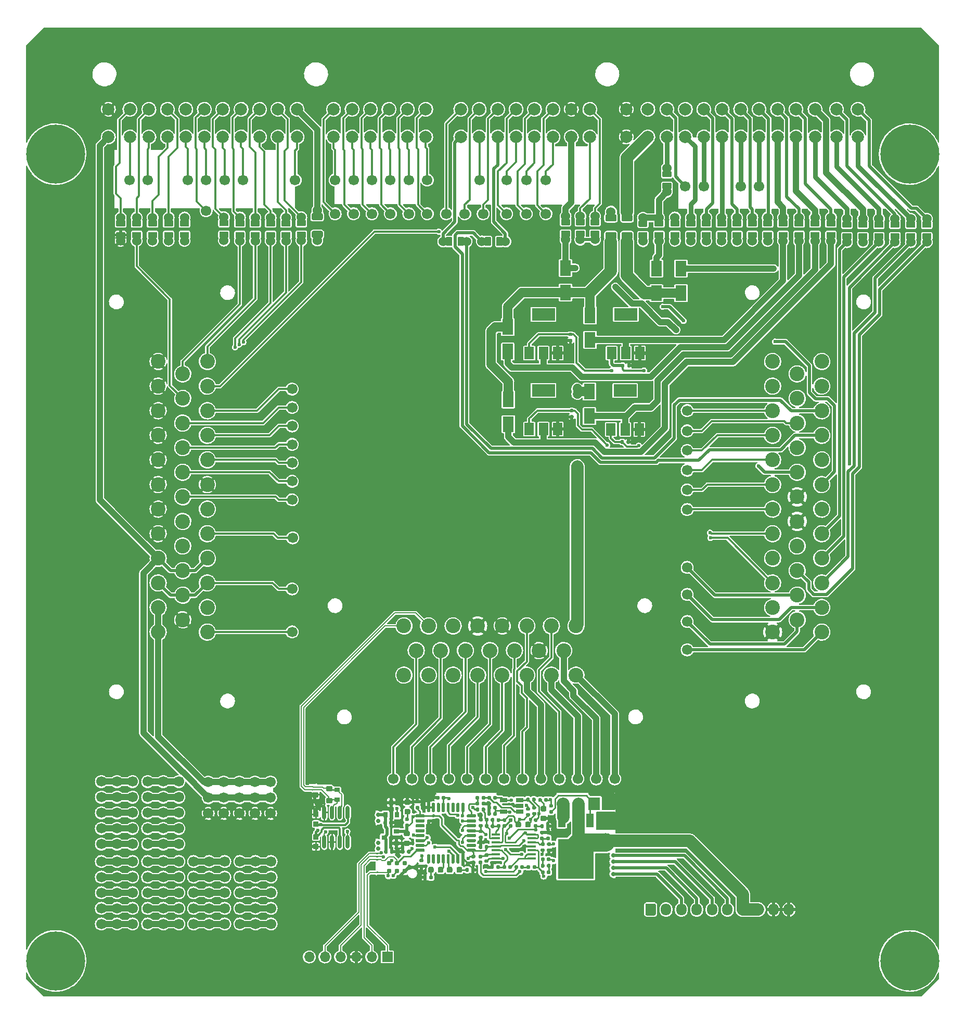
<source format=gtl>
G75*
G70*
%OFA0B0*%
%FSLAX25Y25*%
%IPPOS*%
%LPD*%
%AMOC8*
5,1,8,0,0,1.08239X$1,22.5*
%
%AMM19*
21,1,0.035430,0.030320,0.000000,-0.000000,90.000000*
21,1,0.028350,0.037400,0.000000,-0.000000,90.000000*
1,1,0.007090,0.015160,0.014170*
1,1,0.007090,0.015160,-0.014170*
1,1,0.007090,-0.015160,-0.014170*
1,1,0.007090,-0.015160,0.014170*
%
%AMM20*
21,1,0.033470,0.026770,0.000000,-0.000000,270.000000*
21,1,0.026770,0.033470,0.000000,-0.000000,270.000000*
1,1,0.006690,-0.013390,-0.013390*
1,1,0.006690,-0.013390,0.013390*
1,1,0.006690,0.013390,0.013390*
1,1,0.006690,0.013390,-0.013390*
%
%AMM21*
21,1,0.027560,0.030710,0.000000,-0.000000,90.000000*
21,1,0.022050,0.036220,0.000000,-0.000000,90.000000*
1,1,0.005510,0.015350,0.011020*
1,1,0.005510,0.015350,-0.011020*
1,1,0.005510,-0.015350,-0.011020*
1,1,0.005510,-0.015350,0.011020*
%
%ADD10C,0.01969*%
%ADD105M19*%
%ADD106M20*%
%ADD107M21*%
%ADD11O,0.06693X0.07677*%
%ADD13O,0.00984X0.01968*%
%ADD14C,0.03100*%
%ADD15O,0.01575X0.38583*%
%ADD17O,0.00787X0.43701*%
%ADD22R,0.22835X0.25197*%
%ADD23C,0.01575*%
%ADD24R,0.00984X0.11614*%
%ADD25R,0.04803X0.02559*%
%ADD26C,0.03150*%
%ADD27R,0.03543X0.03150*%
%ADD29O,0.26772X0.00787*%
%ADD31O,0.01969X0.00984*%
%ADD33R,0.07500X0.07874*%
%ADD35R,1.54528X0.00984*%
%ADD37C,0.21260*%
%ADD39C,0.06693*%
%ADD41C,0.07874*%
%ADD44R,0.04724X0.08661*%
%ADD46R,0.05709X0.01772*%
%ADD47C,0.02756*%
%ADD48R,0.06693X0.06693*%
%ADD50R,0.03150X0.03543*%
%ADD52O,0.00984X0.01969*%
%ADD54R,0.00984X0.11811*%
%ADD57R,0.00984X0.05709*%
%ADD58C,0.02362*%
%ADD59R,0.05906X0.07874*%
%ADD60O,0.06693X0.06693*%
%ADD61C,0.01181*%
%ADD62C,0.00787*%
%ADD64R,0.14961X0.07874*%
%ADD66R,0.07087X0.09843*%
%ADD67O,0.07500X0.07874*%
%ADD68R,0.00984X0.03740*%
%ADD69C,0.05906*%
%ADD70C,0.00984*%
%ADD75C,0.37795*%
%ADD76C,0.00800*%
%ADD77R,0.00984X0.12205*%
%ADD78R,0.00984X0.08858*%
%ADD80C,0.03937*%
%ADD81C,0.11811*%
%ADD83O,0.01968X0.00984*%
%ADD84O,0.22323X0.00787*%
%ADD86C,0.09449*%
%ADD90C,0.06000*%
%ADD92O,0.02362X0.08661*%
X0000000Y0000000D02*
%LPD*%
G01*
D86*
X0510630Y0234154D03*
X0510630Y0249902D03*
X0510630Y0265650D03*
X0510630Y0281398D03*
X0510630Y0297146D03*
X0510630Y0312894D03*
X0510630Y0328642D03*
X0510630Y0344390D03*
X0510630Y0360138D03*
X0510630Y0375886D03*
X0510630Y0391634D03*
X0510630Y0407382D03*
X0494882Y0242028D03*
X0494882Y0257776D03*
X0494882Y0273524D03*
X0494882Y0289272D03*
X0494882Y0305020D03*
X0494882Y0320768D03*
X0494882Y0336516D03*
X0494882Y0352264D03*
X0494882Y0368012D03*
X0494882Y0383760D03*
X0494882Y0399508D03*
X0479134Y0234154D03*
X0479134Y0249902D03*
X0479134Y0265650D03*
X0479134Y0281398D03*
X0479134Y0297146D03*
X0479134Y0312894D03*
X0479134Y0328642D03*
X0479134Y0344390D03*
X0479134Y0360138D03*
X0479134Y0375886D03*
X0479134Y0391634D03*
X0479134Y0407382D03*
X0242913Y0206594D03*
X0258661Y0206594D03*
X0274409Y0206594D03*
X0290157Y0206594D03*
X0305906Y0206594D03*
X0321654Y0206594D03*
X0337402Y0206594D03*
X0353150Y0206594D03*
X0250787Y0222343D03*
X0266535Y0222343D03*
X0282283Y0222343D03*
X0298031Y0222343D03*
X0313780Y0222343D03*
X0329528Y0222343D03*
X0345276Y0222343D03*
X0242913Y0238091D03*
X0258661Y0238091D03*
X0274409Y0238091D03*
X0290157Y0238091D03*
X0305906Y0238091D03*
X0321654Y0238091D03*
X0337402Y0238091D03*
X0353150Y0238091D03*
X0085433Y0407382D03*
X0085433Y0391634D03*
X0085433Y0375886D03*
X0085433Y0360138D03*
X0085433Y0344390D03*
X0085433Y0328642D03*
X0085433Y0312894D03*
X0085433Y0297146D03*
X0085433Y0281398D03*
X0085433Y0265650D03*
X0085433Y0249902D03*
X0085433Y0234154D03*
X0101181Y0399508D03*
X0101181Y0383760D03*
X0101181Y0368012D03*
X0101181Y0352264D03*
X0101181Y0336516D03*
X0101181Y0320768D03*
X0101181Y0305020D03*
X0101181Y0289272D03*
X0101181Y0273524D03*
X0101181Y0257776D03*
X0101181Y0242028D03*
X0116929Y0407382D03*
X0116929Y0391634D03*
X0116929Y0375886D03*
X0116929Y0360138D03*
X0116929Y0344390D03*
X0116929Y0328642D03*
X0116929Y0312894D03*
X0116929Y0297146D03*
X0116929Y0281398D03*
X0116929Y0265650D03*
X0116929Y0249902D03*
X0116929Y0234154D03*
D39*
X0198819Y0501969D03*
X0173228Y0523622D03*
X0321260Y0501969D03*
X0424409Y0375984D03*
D90*
X0102362Y0499626D03*
G36*
G01*
X0099902Y0497835D02*
X0104823Y0497835D01*
G75*
G02*
X0105217Y0497441I0000000J-000394D01*
G01*
X0105217Y0494291D01*
G75*
G02*
X0104823Y0493898I-000394J0000000D01*
G01*
X0099902Y0493898D01*
G75*
G02*
X0099508Y0494291I0000000J0000394D01*
G01*
X0099508Y0497441D01*
G75*
G02*
X0099902Y0497835I0000394J0000000D01*
G01*
G37*
G36*
G01*
X0099902Y0490354D02*
X0104823Y0490354D01*
G75*
G02*
X0105217Y0489961I0000000J-000394D01*
G01*
X0105217Y0486811D01*
G75*
G02*
X0104823Y0486417I-000394J0000000D01*
G01*
X0099902Y0486417D01*
G75*
G02*
X0099508Y0486811I0000000J0000394D01*
G01*
X0099508Y0489961D01*
G75*
G02*
X0099902Y0490354I0000394J0000000D01*
G01*
G37*
X0102362Y0484626D03*
X0577953Y0498839D03*
G36*
G01*
X0575492Y0497047D02*
X0580413Y0497047D01*
G75*
G02*
X0580807Y0496654I0000000J-000394D01*
G01*
X0580807Y0493504D01*
G75*
G02*
X0580413Y0493110I-000394J0000000D01*
G01*
X0575492Y0493110D01*
G75*
G02*
X0575098Y0493504I0000000J0000394D01*
G01*
X0575098Y0496654D01*
G75*
G02*
X0575492Y0497047I0000394J0000000D01*
G01*
G37*
X0577953Y0483839D03*
G36*
G01*
X0575492Y0489567D02*
X0580413Y0489567D01*
G75*
G02*
X0580807Y0489173I0000000J-000394D01*
G01*
X0580807Y0486024D01*
G75*
G02*
X0580413Y0485630I-000394J0000000D01*
G01*
X0575492Y0485630D01*
G75*
G02*
X0575098Y0486024I0000000J0000394D01*
G01*
X0575098Y0489173D01*
G75*
G02*
X0575492Y0489567I0000394J0000000D01*
G01*
G37*
D15*
X0183294Y0112549D03*
D29*
X0196138Y0093652D03*
D17*
X0209278Y0115305D03*
D52*
X0183294Y0094341D03*
D84*
X0198501Y0136860D03*
D31*
X0183491Y0135089D03*
X0183491Y0133120D03*
D58*
X0187625Y0107333D03*
X0189692Y0110778D03*
X0192644Y0106152D03*
X0206621Y0106447D03*
G36*
G01*
X0524311Y0497047D02*
X0529232Y0497047D01*
G75*
G02*
X0529626Y0496654I0000000J-000394D01*
G01*
X0529626Y0493504D01*
G75*
G02*
X0529232Y0493110I-000394J0000000D01*
G01*
X0524311Y0493110D01*
G75*
G02*
X0523917Y0493504I0000000J0000394D01*
G01*
X0523917Y0496654D01*
G75*
G02*
X0524311Y0497047I0000394J0000000D01*
G01*
G37*
D90*
X0526772Y0498839D03*
X0526772Y0483839D03*
G36*
G01*
X0524311Y0489567D02*
X0529232Y0489567D01*
G75*
G02*
X0529626Y0489173I0000000J-000394D01*
G01*
X0529626Y0486024D01*
G75*
G02*
X0529232Y0485630I-000394J0000000D01*
G01*
X0524311Y0485630D01*
G75*
G02*
X0523917Y0486024I0000000J0000394D01*
G01*
X0523917Y0489173D01*
G75*
G02*
X0524311Y0489567I0000394J0000000D01*
G01*
G37*
D39*
X0210630Y0523622D03*
X0342520Y0140157D03*
X0354331Y0140157D03*
G36*
G01*
X0434154Y0497835D02*
X0439075Y0497835D01*
G75*
G02*
X0439469Y0497441I0000000J-000394D01*
G01*
X0439469Y0494291D01*
G75*
G02*
X0439075Y0493898I-000394J0000000D01*
G01*
X0434154Y0493898D01*
G75*
G02*
X0433760Y0494291I0000000J0000394D01*
G01*
X0433760Y0497441D01*
G75*
G02*
X0434154Y0497835I0000394J0000000D01*
G01*
G37*
D90*
X0436614Y0499626D03*
G36*
G01*
X0434154Y0490354D02*
X0439075Y0490354D01*
G75*
G02*
X0439469Y0489961I0000000J-000394D01*
G01*
X0439469Y0486811D01*
G75*
G02*
X0439075Y0486417I-000394J0000000D01*
G01*
X0434154Y0486417D01*
G75*
G02*
X0433760Y0486811I0000000J0000394D01*
G01*
X0433760Y0489961D01*
G75*
G02*
X0434154Y0490354I0000394J0000000D01*
G01*
G37*
X0436614Y0484626D03*
G36*
G01*
X0353445Y0498622D02*
X0358366Y0498622D01*
G75*
G02*
X0358760Y0498228I0000000J-000394D01*
G01*
X0358760Y0495079D01*
G75*
G02*
X0358366Y0494685I-000394J0000000D01*
G01*
X0353445Y0494685D01*
G75*
G02*
X0353051Y0495079I0000000J0000394D01*
G01*
X0353051Y0498228D01*
G75*
G02*
X0353445Y0498622I0000394J0000000D01*
G01*
G37*
X0355906Y0500413D03*
X0355906Y0485413D03*
G36*
G01*
X0353445Y0491142D02*
X0358366Y0491142D01*
G75*
G02*
X0358760Y0490748I0000000J-000394D01*
G01*
X0358760Y0487598D01*
G75*
G02*
X0358366Y0487205I-000394J0000000D01*
G01*
X0353445Y0487205D01*
G75*
G02*
X0353051Y0487598I0000000J0000394D01*
G01*
X0353051Y0490748D01*
G75*
G02*
X0353445Y0491142I0000394J0000000D01*
G01*
G37*
D39*
X0171260Y0354331D03*
D90*
X0466142Y0499626D03*
G36*
G01*
X0463681Y0497835D02*
X0468602Y0497835D01*
G75*
G02*
X0468996Y0497441I0000000J-000394D01*
G01*
X0468996Y0494291D01*
G75*
G02*
X0468602Y0493898I-000394J0000000D01*
G01*
X0463681Y0493898D01*
G75*
G02*
X0463287Y0494291I0000000J0000394D01*
G01*
X0463287Y0497441D01*
G75*
G02*
X0463681Y0497835I0000394J0000000D01*
G01*
G37*
G36*
G01*
X0463681Y0490354D02*
X0468602Y0490354D01*
G75*
G02*
X0468996Y0489961I0000000J-000394D01*
G01*
X0468996Y0486811D01*
G75*
G02*
X0468602Y0486417I-000394J0000000D01*
G01*
X0463681Y0486417D01*
G75*
G02*
X0463287Y0486811I0000000J0000394D01*
G01*
X0463287Y0489961D01*
G75*
G02*
X0463681Y0490354I0000394J0000000D01*
G01*
G37*
X0466142Y0484626D03*
D39*
X0210630Y0501969D03*
X0435039Y0519685D03*
X0171260Y0234252D03*
G36*
G01*
X0534547Y0497047D02*
X0539469Y0497047D01*
G75*
G02*
X0539862Y0496654I0000000J-000394D01*
G01*
X0539862Y0493504D01*
G75*
G02*
X0539469Y0493110I-000394J0000000D01*
G01*
X0534547Y0493110D01*
G75*
G02*
X0534154Y0493504I0000000J0000394D01*
G01*
X0534154Y0496654D01*
G75*
G02*
X0534547Y0497047I0000394J0000000D01*
G01*
G37*
D90*
X0537008Y0498839D03*
X0537008Y0483839D03*
G36*
G01*
X0534547Y0489567D02*
X0539469Y0489567D01*
G75*
G02*
X0539862Y0489173I0000000J-000394D01*
G01*
X0539862Y0486024D01*
G75*
G02*
X0539469Y0485630I-000394J0000000D01*
G01*
X0534547Y0485630D01*
G75*
G02*
X0534154Y0486024I0000000J0000394D01*
G01*
X0534154Y0489173D01*
G75*
G02*
X0534547Y0489567I0000394J0000000D01*
G01*
G37*
D39*
X0078740Y0047244D03*
X0078740Y0057244D03*
X0078740Y0067244D03*
X0078740Y0077244D03*
X0078740Y0087244D03*
X0088740Y0047244D03*
X0088740Y0057244D03*
X0088740Y0067244D03*
X0088740Y0077244D03*
X0088740Y0087244D03*
X0098740Y0047244D03*
X0098740Y0057244D03*
X0098740Y0067244D03*
X0098740Y0077244D03*
X0098740Y0087244D03*
X0424409Y0362992D03*
D66*
X0404724Y0451181D03*
X0404724Y0466929D03*
G36*
G01*
X0351122Y0370945D02*
X0349665Y0370945D01*
G75*
G02*
X0349134Y0371476I0000000J0000531D01*
G01*
X0349134Y0372539D01*
G75*
G02*
X0349665Y0373071I0000531J0000000D01*
G01*
X0351122Y0373071D01*
G75*
G02*
X0351654Y0372539I0000000J-000531D01*
G01*
X0351654Y0371476D01*
G75*
G02*
X0351122Y0370945I-000531J0000000D01*
G01*
G37*
G36*
G01*
X0351122Y0374961D02*
X0349665Y0374961D01*
G75*
G02*
X0349134Y0375492I0000000J0000531D01*
G01*
X0349134Y0376555D01*
G75*
G02*
X0349665Y0377087I0000531J0000000D01*
G01*
X0351122Y0377087D01*
G75*
G02*
X0351654Y0376555I0000000J-000531D01*
G01*
X0351654Y0375492D01*
G75*
G02*
X0351122Y0374961I-000531J0000000D01*
G01*
G37*
D39*
X0222441Y0501969D03*
D59*
X0323228Y0364173D03*
X0332283Y0364173D03*
X0341339Y0364173D03*
D64*
X0332283Y0388976D03*
D39*
X0049055Y0098425D03*
X0049055Y0108425D03*
X0049055Y0118425D03*
X0049055Y0128425D03*
X0049055Y0138425D03*
X0059055Y0098425D03*
X0059055Y0108425D03*
X0059055Y0118425D03*
X0059055Y0128425D03*
X0059055Y0138425D03*
X0069055Y0098425D03*
X0069055Y0108425D03*
X0069055Y0118425D03*
X0069055Y0128425D03*
X0069055Y0138425D03*
X0271654Y0140157D03*
D75*
X0019685Y0023622D03*
D37*
X0019685Y0023622D03*
D39*
X0222441Y0523622D03*
G36*
G01*
X0483366Y0497835D02*
X0488287Y0497835D01*
G75*
G02*
X0488681Y0497441I0000000J-000394D01*
G01*
X0488681Y0494291D01*
G75*
G02*
X0488287Y0493898I-000394J0000000D01*
G01*
X0483366Y0493898D01*
G75*
G02*
X0482972Y0494291I0000000J0000394D01*
G01*
X0482972Y0497441D01*
G75*
G02*
X0483366Y0497835I0000394J0000000D01*
G01*
G37*
D90*
X0485827Y0499626D03*
X0485827Y0484626D03*
G36*
G01*
X0483366Y0490354D02*
X0488287Y0490354D01*
G75*
G02*
X0488681Y0489961I0000000J-000394D01*
G01*
X0488681Y0486811D01*
G75*
G02*
X0488287Y0486417I-000394J0000000D01*
G01*
X0483366Y0486417D01*
G75*
G02*
X0482972Y0486811I0000000J0000394D01*
G01*
X0482972Y0489961D01*
G75*
G02*
X0483366Y0490354I0000394J0000000D01*
G01*
G37*
D66*
X0420472Y0451181D03*
X0420472Y0466929D03*
D59*
X0323228Y0412795D03*
X0332283Y0412795D03*
X0341339Y0412795D03*
D64*
X0332283Y0437598D03*
D39*
X0366142Y0140157D03*
G36*
G01*
X0145177Y0497835D02*
X0150098Y0497835D01*
G75*
G02*
X0150492Y0497441I0000000J-000394D01*
G01*
X0150492Y0494291D01*
G75*
G02*
X0150098Y0493898I-000394J0000000D01*
G01*
X0145177Y0493898D01*
G75*
G02*
X0144783Y0494291I0000000J0000394D01*
G01*
X0144783Y0497441D01*
G75*
G02*
X0145177Y0497835I0000394J0000000D01*
G01*
G37*
D90*
X0147638Y0499626D03*
G36*
G01*
X0145177Y0490354D02*
X0150098Y0490354D01*
G75*
G02*
X0150492Y0489961I0000000J-000394D01*
G01*
X0150492Y0486811D01*
G75*
G02*
X0150098Y0486417I-000394J0000000D01*
G01*
X0145177Y0486417D01*
G75*
G02*
X0144783Y0486811I0000000J0000394D01*
G01*
X0144783Y0489961D01*
G75*
G02*
X0145177Y0490354I0000394J0000000D01*
G01*
G37*
X0147638Y0484626D03*
X0385827Y0503346D03*
G36*
G01*
X0382283Y0498051D02*
X0382283Y0500768D01*
G75*
G02*
X0383189Y0501673I0000906J0000000D01*
G01*
X0388465Y0501673D01*
G75*
G02*
X0389370Y0500768I0000000J-000906D01*
G01*
X0389370Y0498051D01*
G75*
G02*
X0388465Y0497146I-000906J0000000D01*
G01*
X0383189Y0497146D01*
G75*
G02*
X0382283Y0498051I0000000J0000906D01*
G01*
G37*
X0385827Y0484055D03*
G36*
G01*
X0382283Y0486634D02*
X0382283Y0489350D01*
G75*
G02*
X0383189Y0490256I0000906J0000000D01*
G01*
X0388465Y0490256D01*
G75*
G02*
X0389370Y0489350I0000000J-000906D01*
G01*
X0389370Y0486634D01*
G75*
G02*
X0388465Y0485728I-000906J0000000D01*
G01*
X0383189Y0485728D01*
G75*
G02*
X0382283Y0486634I0000000J0000906D01*
G01*
G37*
X0506299Y0499626D03*
G36*
G01*
X0503839Y0497835D02*
X0508760Y0497835D01*
G75*
G02*
X0509154Y0497441I0000000J-000394D01*
G01*
X0509154Y0494291D01*
G75*
G02*
X0508760Y0493898I-000394J0000000D01*
G01*
X0503839Y0493898D01*
G75*
G02*
X0503445Y0494291I0000000J0000394D01*
G01*
X0503445Y0497441D01*
G75*
G02*
X0503839Y0497835I0000394J0000000D01*
G01*
G37*
X0506299Y0484626D03*
G36*
G01*
X0503839Y0490354D02*
X0508760Y0490354D01*
G75*
G02*
X0509154Y0489961I0000000J-000394D01*
G01*
X0509154Y0486811D01*
G75*
G02*
X0508760Y0486417I-000394J0000000D01*
G01*
X0503839Y0486417D01*
G75*
G02*
X0503445Y0486811I0000000J0000394D01*
G01*
X0503445Y0489961D01*
G75*
G02*
X0503839Y0490354I0000394J0000000D01*
G01*
G37*
D39*
X0171260Y0318898D03*
G36*
G01*
X0174705Y0498031D02*
X0179626Y0498031D01*
G75*
G02*
X0180020Y0497638I0000000J-000394D01*
G01*
X0180020Y0494488D01*
G75*
G02*
X0179626Y0494094I-000394J0000000D01*
G01*
X0174705Y0494094D01*
G75*
G02*
X0174311Y0494488I0000000J0000394D01*
G01*
X0174311Y0497638D01*
G75*
G02*
X0174705Y0498031I0000394J0000000D01*
G01*
G37*
D90*
X0177165Y0499823D03*
G36*
G01*
X0174705Y0490551D02*
X0179626Y0490551D01*
G75*
G02*
X0180020Y0490157I0000000J-000394D01*
G01*
X0180020Y0487008D01*
G75*
G02*
X0179626Y0486614I-000394J0000000D01*
G01*
X0174705Y0486614D01*
G75*
G02*
X0174311Y0487008I0000000J0000394D01*
G01*
X0174311Y0490157D01*
G75*
G02*
X0174705Y0490551I0000394J0000000D01*
G01*
G37*
X0177165Y0484823D03*
D39*
X0257874Y0501969D03*
X0171260Y0342520D03*
X0139764Y0523622D03*
X0137795Y0047244D03*
X0137795Y0057244D03*
X0137795Y0067244D03*
X0137795Y0077244D03*
X0137795Y0087244D03*
X0147795Y0047244D03*
X0147795Y0057244D03*
X0147795Y0067244D03*
X0147795Y0077244D03*
X0147795Y0087244D03*
X0157795Y0047244D03*
X0157795Y0057244D03*
X0157795Y0067244D03*
X0157795Y0077244D03*
X0157795Y0087244D03*
D48*
X0232283Y0026181D03*
D60*
X0222283Y0026181D03*
X0212283Y0026181D03*
X0202283Y0026181D03*
X0192283Y0026181D03*
X0182283Y0026181D03*
D39*
X0424409Y0350394D03*
X0333858Y0523622D03*
X0078740Y0098425D03*
X0078740Y0108425D03*
X0078740Y0118425D03*
X0078740Y0128425D03*
X0078740Y0138425D03*
X0088740Y0098425D03*
X0088740Y0108425D03*
X0088740Y0118425D03*
X0088740Y0128425D03*
X0088740Y0138425D03*
X0098740Y0098425D03*
X0098740Y0108425D03*
X0098740Y0118425D03*
X0098740Y0128425D03*
X0098740Y0138425D03*
D90*
X0307894Y0484252D03*
G36*
G01*
X0306102Y0486713D02*
X0306102Y0481791D01*
G75*
G02*
X0305709Y0481398I-000394J0000000D01*
G01*
X0302559Y0481398D01*
G75*
G02*
X0302165Y0481791I0000000J0000394D01*
G01*
X0302165Y0486713D01*
G75*
G02*
X0302559Y0487106I0000394J0000000D01*
G01*
X0305709Y0487106D01*
G75*
G02*
X0306102Y0486713I0000000J-000394D01*
G01*
G37*
X0292894Y0484252D03*
G36*
G01*
X0298622Y0486713D02*
X0298622Y0481791D01*
G75*
G02*
X0298228Y0481398I-000394J0000000D01*
G01*
X0295079Y0481398D01*
G75*
G02*
X0294685Y0481791I0000000J0000394D01*
G01*
X0294685Y0486713D01*
G75*
G02*
X0295079Y0487106I0000394J0000000D01*
G01*
X0298228Y0487106D01*
G75*
G02*
X0298622Y0486713I0000000J-000394D01*
G01*
G37*
D39*
X0171260Y0377953D03*
G36*
G01*
X0125098Y0498031D02*
X0130020Y0498031D01*
G75*
G02*
X0130413Y0497638I0000000J-000394D01*
G01*
X0130413Y0494488D01*
G75*
G02*
X0130020Y0494094I-000394J0000000D01*
G01*
X0125098Y0494094D01*
G75*
G02*
X0124705Y0494488I0000000J0000394D01*
G01*
X0124705Y0497638D01*
G75*
G02*
X0125098Y0498031I0000394J0000000D01*
G01*
G37*
D90*
X0127559Y0499823D03*
X0127559Y0484823D03*
G36*
G01*
X0125098Y0490551D02*
X0130020Y0490551D01*
G75*
G02*
X0130413Y0490157I0000000J-000394D01*
G01*
X0130413Y0487008D01*
G75*
G02*
X0130020Y0486614I-000394J0000000D01*
G01*
X0125098Y0486614D01*
G75*
G02*
X0124705Y0487008I0000000J0000394D01*
G01*
X0124705Y0490157D01*
G75*
G02*
X0125098Y0490551I0000394J0000000D01*
G01*
G37*
G36*
G01*
X0424311Y0497835D02*
X0429232Y0497835D01*
G75*
G02*
X0429626Y0497441I0000000J-000394D01*
G01*
X0429626Y0494291D01*
G75*
G02*
X0429232Y0493898I-000394J0000000D01*
G01*
X0424311Y0493898D01*
G75*
G02*
X0423917Y0494291I0000000J0000394D01*
G01*
X0423917Y0497441D01*
G75*
G02*
X0424311Y0497835I0000394J0000000D01*
G01*
G37*
X0426772Y0499626D03*
X0426772Y0484626D03*
G36*
G01*
X0424311Y0490354D02*
X0429232Y0490354D01*
G75*
G02*
X0429626Y0489961I0000000J-000394D01*
G01*
X0429626Y0486811D01*
G75*
G02*
X0429232Y0486417I-000394J0000000D01*
G01*
X0424311Y0486417D01*
G75*
G02*
X0423917Y0486811I0000000J0000394D01*
G01*
X0423917Y0489961D01*
G75*
G02*
X0424311Y0490354I0000394J0000000D01*
G01*
G37*
D75*
X0566929Y0540157D03*
D37*
X0566929Y0540157D03*
X0566929Y0023622D03*
D75*
X0566929Y0023622D03*
D39*
X0234252Y0523583D03*
X0458661Y0519685D03*
X0116142Y0523622D03*
X0116142Y0503937D03*
X0377953Y0140157D03*
X0104331Y0523622D03*
X0423228Y0519685D03*
D66*
X0361811Y0388189D03*
X0361811Y0372441D03*
D39*
X0424409Y0258268D03*
X0293701Y0501969D03*
D66*
X0309449Y0429528D03*
X0309449Y0413780D03*
D39*
X0234252Y0501969D03*
D90*
X0157480Y0499626D03*
G36*
G01*
X0155020Y0497835D02*
X0159941Y0497835D01*
G75*
G02*
X0160335Y0497441I0000000J-000394D01*
G01*
X0160335Y0494291D01*
G75*
G02*
X0159941Y0493898I-000394J0000000D01*
G01*
X0155020Y0493898D01*
G75*
G02*
X0154626Y0494291I0000000J0000394D01*
G01*
X0154626Y0497441D01*
G75*
G02*
X0155020Y0497835I0000394J0000000D01*
G01*
G37*
G36*
G01*
X0155020Y0490354D02*
X0159941Y0490354D01*
G75*
G02*
X0160335Y0489961I0000000J-000394D01*
G01*
X0160335Y0486811D01*
G75*
G02*
X0159941Y0486417I-000394J0000000D01*
G01*
X0155020Y0486417D01*
G75*
G02*
X0154626Y0486811I0000000J0000394D01*
G01*
X0154626Y0489961D01*
G75*
G02*
X0155020Y0490354I0000394J0000000D01*
G01*
G37*
X0157480Y0484626D03*
G36*
G01*
X0565256Y0497047D02*
X0570177Y0497047D01*
G75*
G02*
X0570571Y0496654I0000000J-000394D01*
G01*
X0570571Y0493504D01*
G75*
G02*
X0570177Y0493110I-000394J0000000D01*
G01*
X0565256Y0493110D01*
G75*
G02*
X0564862Y0493504I0000000J0000394D01*
G01*
X0564862Y0496654D01*
G75*
G02*
X0565256Y0497047I0000394J0000000D01*
G01*
G37*
X0567717Y0498839D03*
X0567717Y0483839D03*
G36*
G01*
X0565256Y0489567D02*
X0570177Y0489567D01*
G75*
G02*
X0570571Y0489173I0000000J-000394D01*
G01*
X0570571Y0486024D01*
G75*
G02*
X0570177Y0485630I-000394J0000000D01*
G01*
X0565256Y0485630D01*
G75*
G02*
X0564862Y0486024I0000000J0000394D01*
G01*
X0564862Y0489173D01*
G75*
G02*
X0565256Y0489567I0000394J0000000D01*
G01*
G37*
D39*
X0248031Y0140157D03*
X0270079Y0501969D03*
X0424409Y0222835D03*
X0281890Y0501969D03*
D66*
X0346457Y0451575D03*
X0346457Y0467323D03*
D90*
X0061417Y0499626D03*
G36*
G01*
X0058957Y0497835D02*
X0063878Y0497835D01*
G75*
G02*
X0064272Y0497441I0000000J-000394D01*
G01*
X0064272Y0494291D01*
G75*
G02*
X0063878Y0493898I-000394J0000000D01*
G01*
X0058957Y0493898D01*
G75*
G02*
X0058563Y0494291I0000000J0000394D01*
G01*
X0058563Y0497441D01*
G75*
G02*
X0058957Y0497835I0000394J0000000D01*
G01*
G37*
G36*
G01*
X0058957Y0490354D02*
X0063878Y0490354D01*
G75*
G02*
X0064272Y0489961I0000000J-000394D01*
G01*
X0064272Y0486811D01*
G75*
G02*
X0063878Y0486417I-000394J0000000D01*
G01*
X0058957Y0486417D01*
G75*
G02*
X0058563Y0486811I0000000J0000394D01*
G01*
X0058563Y0489961D01*
G75*
G02*
X0058957Y0490354I0000394J0000000D01*
G01*
G37*
X0061417Y0484626D03*
G36*
G01*
X0403839Y0497835D02*
X0408760Y0497835D01*
G75*
G02*
X0409154Y0497441I0000000J-000394D01*
G01*
X0409154Y0494291D01*
G75*
G02*
X0408760Y0493898I-000394J0000000D01*
G01*
X0403839Y0493898D01*
G75*
G02*
X0403445Y0494291I0000000J0000394D01*
G01*
X0403445Y0497441D01*
G75*
G02*
X0403839Y0497835I0000394J0000000D01*
G01*
G37*
X0406299Y0499626D03*
G36*
G01*
X0403839Y0490354D02*
X0408760Y0490354D01*
G75*
G02*
X0409154Y0489961I0000000J-000394D01*
G01*
X0409154Y0486811D01*
G75*
G02*
X0408760Y0486417I-000394J0000000D01*
G01*
X0403839Y0486417D01*
G75*
G02*
X0403445Y0486811I0000000J0000394D01*
G01*
X0403445Y0489961D01*
G75*
G02*
X0403839Y0490354I0000394J0000000D01*
G01*
G37*
X0406299Y0484626D03*
D39*
X0157480Y0118110D03*
X0147480Y0118110D03*
X0137480Y0118110D03*
X0127480Y0118110D03*
X0117480Y0118110D03*
X0157480Y0128110D03*
X0147480Y0128110D03*
X0137480Y0128110D03*
X0127480Y0128110D03*
X0117480Y0128110D03*
X0157480Y0138110D03*
X0147480Y0138110D03*
X0137480Y0138110D03*
X0127480Y0138110D03*
X0117480Y0138110D03*
G36*
G01*
X0453839Y0497835D02*
X0458760Y0497835D01*
G75*
G02*
X0459154Y0497441I0000000J-000394D01*
G01*
X0459154Y0494291D01*
G75*
G02*
X0458760Y0493898I-000394J0000000D01*
G01*
X0453839Y0493898D01*
G75*
G02*
X0453445Y0494291I0000000J0000394D01*
G01*
X0453445Y0497441D01*
G75*
G02*
X0453839Y0497835I0000394J0000000D01*
G01*
G37*
D90*
X0456299Y0499626D03*
G36*
G01*
X0453839Y0490354D02*
X0458760Y0490354D01*
G75*
G02*
X0459154Y0489961I0000000J-000394D01*
G01*
X0459154Y0486811D01*
G75*
G02*
X0458760Y0486417I-000394J0000000D01*
G01*
X0453839Y0486417D01*
G75*
G02*
X0453445Y0486811I0000000J0000394D01*
G01*
X0453445Y0489961D01*
G75*
G02*
X0453839Y0490354I0000394J0000000D01*
G01*
G37*
X0456299Y0484626D03*
D39*
X0318898Y0140157D03*
X0307087Y0140157D03*
X0308661Y0523622D03*
G36*
G01*
X0387717Y0356634D02*
X0387717Y0355177D01*
G75*
G02*
X0387185Y0354646I-000531J0000000D01*
G01*
X0386122Y0354646D01*
G75*
G02*
X0385591Y0355177I0000000J0000531D01*
G01*
X0385591Y0356634D01*
G75*
G02*
X0386122Y0357165I0000531J0000000D01*
G01*
X0387185Y0357165D01*
G75*
G02*
X0387717Y0356634I0000000J-000531D01*
G01*
G37*
G36*
G01*
X0383701Y0356634D02*
X0383701Y0355177D01*
G75*
G02*
X0383169Y0354646I-000531J0000000D01*
G01*
X0382106Y0354646D01*
G75*
G02*
X0381575Y0355177I0000000J0000531D01*
G01*
X0381575Y0356634D01*
G75*
G02*
X0382106Y0357165I0000531J0000000D01*
G01*
X0383169Y0357165D01*
G75*
G02*
X0383701Y0356634I0000000J-000531D01*
G01*
G37*
D75*
X0019685Y0540157D03*
D37*
X0019685Y0540157D03*
D39*
X0127953Y0523622D03*
G36*
G01*
X0388110Y0405453D02*
X0388110Y0403996D01*
G75*
G02*
X0387579Y0403465I-000531J0000000D01*
G01*
X0386516Y0403465D01*
G75*
G02*
X0385984Y0403996I0000000J0000531D01*
G01*
X0385984Y0405453D01*
G75*
G02*
X0386516Y0405984I0000531J0000000D01*
G01*
X0387579Y0405984D01*
G75*
G02*
X0388110Y0405453I0000000J-000531D01*
G01*
G37*
G36*
G01*
X0384094Y0405453D02*
X0384094Y0403996D01*
G75*
G02*
X0383563Y0403465I-000531J0000000D01*
G01*
X0382500Y0403465D01*
G75*
G02*
X0381969Y0403996I0000000J0000531D01*
G01*
X0381969Y0405453D01*
G75*
G02*
X0382500Y0405984I0000531J0000000D01*
G01*
X0383563Y0405984D01*
G75*
G02*
X0384094Y0405453I0000000J-000531D01*
G01*
G37*
X0078740Y0523622D03*
X0424409Y0312598D03*
G36*
G01*
X0393602Y0497638D02*
X0398524Y0497638D01*
G75*
G02*
X0398917Y0497244I0000000J-000394D01*
G01*
X0398917Y0494095D01*
G75*
G02*
X0398524Y0493701I-000394J0000000D01*
G01*
X0393602Y0493701D01*
G75*
G02*
X0393209Y0494095I0000000J0000394D01*
G01*
X0393209Y0497244D01*
G75*
G02*
X0393602Y0497638I0000394J0000000D01*
G01*
G37*
D90*
X0396063Y0499429D03*
X0396063Y0484429D03*
G36*
G01*
X0393602Y0490157D02*
X0398524Y0490157D01*
G75*
G02*
X0398917Y0489764I0000000J-000394D01*
G01*
X0398917Y0486614D01*
G75*
G02*
X0398524Y0486220I-000394J0000000D01*
G01*
X0393602Y0486220D01*
G75*
G02*
X0393209Y0486614I0000000J0000394D01*
G01*
X0393209Y0489764D01*
G75*
G02*
X0393602Y0490157I0000394J0000000D01*
G01*
G37*
G36*
G01*
X0350335Y0419724D02*
X0348878Y0419724D01*
G75*
G02*
X0348346Y0420256I0000000J0000531D01*
G01*
X0348346Y0421319D01*
G75*
G02*
X0348878Y0421850I0000531J0000000D01*
G01*
X0350335Y0421850D01*
G75*
G02*
X0350866Y0421319I0000000J-000531D01*
G01*
X0350866Y0420256D01*
G75*
G02*
X0350335Y0419724I-000531J0000000D01*
G01*
G37*
G36*
G01*
X0350335Y0423740D02*
X0348878Y0423740D01*
G75*
G02*
X0348346Y0424272I0000000J0000531D01*
G01*
X0348346Y0425335D01*
G75*
G02*
X0348878Y0425866I0000531J0000000D01*
G01*
X0350335Y0425866D01*
G75*
G02*
X0350866Y0425335I0000000J-000531D01*
G01*
X0350866Y0424272D01*
G75*
G02*
X0350335Y0423740I-000531J0000000D01*
G01*
G37*
D39*
X0171654Y0294488D03*
X0066929Y0523622D03*
G36*
G01*
X0269882Y0481791D02*
X0269882Y0486713D01*
G75*
G02*
X0270276Y0487106I0000394J0000000D01*
G01*
X0273425Y0487106D01*
G75*
G02*
X0273819Y0486713I0000000J-000394D01*
G01*
X0273819Y0481791D01*
G75*
G02*
X0273425Y0481398I-000394J0000000D01*
G01*
X0270276Y0481398D01*
G75*
G02*
X0269882Y0481791I0000000J0000394D01*
G01*
G37*
D90*
X0268091Y0484252D03*
X0283091Y0484252D03*
G36*
G01*
X0277362Y0481791D02*
X0277362Y0486713D01*
G75*
G02*
X0277756Y0487106I0000394J0000000D01*
G01*
X0280906Y0487106D01*
G75*
G02*
X0281299Y0486713I0000000J-000394D01*
G01*
X0281299Y0481791D01*
G75*
G02*
X0280906Y0481398I-000394J0000000D01*
G01*
X0277756Y0481398D01*
G75*
G02*
X0277362Y0481791I0000000J0000394D01*
G01*
G37*
D39*
X0236220Y0140157D03*
D90*
X0375591Y0503346D03*
G36*
G01*
X0372047Y0498051D02*
X0372047Y0500768D01*
G75*
G02*
X0372953Y0501673I0000906J0000000D01*
G01*
X0378228Y0501673D01*
G75*
G02*
X0379134Y0500768I0000000J-000906D01*
G01*
X0379134Y0498051D01*
G75*
G02*
X0378228Y0497146I-000906J0000000D01*
G01*
X0372953Y0497146D01*
G75*
G02*
X0372047Y0498051I0000000J0000906D01*
G01*
G37*
G36*
G01*
X0372047Y0486634D02*
X0372047Y0489350D01*
G75*
G02*
X0372953Y0490256I0000906J0000000D01*
G01*
X0378228Y0490256D01*
G75*
G02*
X0379134Y0489350I0000000J-000906D01*
G01*
X0379134Y0486634D01*
G75*
G02*
X0378228Y0485728I-000906J0000000D01*
G01*
X0372953Y0485728D01*
G75*
G02*
X0372047Y0486634I0000000J0000906D01*
G01*
G37*
X0375591Y0484055D03*
D39*
X0291339Y0523622D03*
X0049055Y0047244D03*
X0049055Y0057244D03*
X0049055Y0067244D03*
X0049055Y0077244D03*
X0049055Y0087244D03*
X0059055Y0047244D03*
X0059055Y0057244D03*
X0059055Y0067244D03*
X0059055Y0077244D03*
X0059055Y0087244D03*
X0069055Y0047244D03*
X0069055Y0057244D03*
X0069055Y0067244D03*
X0069055Y0077244D03*
X0069055Y0087244D03*
D66*
X0309843Y0383071D03*
X0309843Y0367323D03*
G36*
G01*
X0135335Y0497835D02*
X0140256Y0497835D01*
G75*
G02*
X0140650Y0497441I0000000J-000394D01*
G01*
X0140650Y0494291D01*
G75*
G02*
X0140256Y0493898I-000394J0000000D01*
G01*
X0135335Y0493898D01*
G75*
G02*
X0134941Y0494291I0000000J0000394D01*
G01*
X0134941Y0497441D01*
G75*
G02*
X0135335Y0497835I0000394J0000000D01*
G01*
G37*
D90*
X0137795Y0499626D03*
G36*
G01*
X0135335Y0490354D02*
X0140256Y0490354D01*
G75*
G02*
X0140650Y0489961I0000000J-000394D01*
G01*
X0140650Y0486811D01*
G75*
G02*
X0140256Y0486417I-000394J0000000D01*
G01*
X0135335Y0486417D01*
G75*
G02*
X0134941Y0486811I0000000J0000394D01*
G01*
X0134941Y0489961D01*
G75*
G02*
X0135335Y0490354I0000394J0000000D01*
G01*
G37*
X0137795Y0484626D03*
G36*
G01*
X0443996Y0497835D02*
X0448917Y0497835D01*
G75*
G02*
X0449311Y0497441I0000000J-000394D01*
G01*
X0449311Y0494291D01*
G75*
G02*
X0448917Y0493898I-000394J0000000D01*
G01*
X0443996Y0493898D01*
G75*
G02*
X0443602Y0494291I0000000J0000394D01*
G01*
X0443602Y0497441D01*
G75*
G02*
X0443996Y0497835I0000394J0000000D01*
G01*
G37*
X0446457Y0499626D03*
X0446457Y0484626D03*
G36*
G01*
X0443996Y0490354D02*
X0448917Y0490354D01*
G75*
G02*
X0449311Y0489961I0000000J-000394D01*
G01*
X0449311Y0486811D01*
G75*
G02*
X0448917Y0486417I-000394J0000000D01*
G01*
X0443996Y0486417D01*
G75*
G02*
X0443602Y0486811I0000000J0000394D01*
G01*
X0443602Y0489961D01*
G75*
G02*
X0443996Y0490354I0000394J0000000D01*
G01*
G37*
D39*
X0333858Y0501969D03*
X0171260Y0389764D03*
X0330709Y0140157D03*
D47*
X0376969Y0079232D03*
X0376969Y0083169D03*
X0376969Y0087106D03*
X0376969Y0091043D03*
D81*
X0372047Y0099508D03*
D54*
X0378445Y0113287D03*
D68*
X0378445Y0074803D03*
D24*
X0378445Y0126181D03*
D78*
X0224902Y0106299D03*
D77*
X0224902Y0125886D03*
D35*
X0301673Y0073425D03*
D57*
X0224902Y0075787D03*
D35*
X0301673Y0131496D03*
G36*
G01*
X0262795Y0124311D02*
X0262795Y0119390D01*
G75*
G02*
X0262303Y0118898I-000492J0000000D01*
G01*
X0261319Y0118898D01*
G75*
G02*
X0260827Y0119390I0000000J0000492D01*
G01*
X0260827Y0124311D01*
G75*
G02*
X0261319Y0124803I0000492J0000000D01*
G01*
X0262303Y0124803D01*
G75*
G02*
X0262795Y0124311I0000000J-000492D01*
G01*
G37*
G36*
G01*
X0256201Y0113780D02*
X0256201Y0112795D01*
G75*
G02*
X0255709Y0112303I-000492J0000000D01*
G01*
X0250787Y0112303D01*
G75*
G02*
X0250295Y0112795I0000000J0000492D01*
G01*
X0250295Y0113780D01*
G75*
G02*
X0250787Y0114272I0000492J0000000D01*
G01*
X0255709Y0114272D01*
G75*
G02*
X0256201Y0113780I0000000J-000492D01*
G01*
G37*
G36*
G01*
X0259646Y0124311D02*
X0259646Y0119390D01*
G75*
G02*
X0259154Y0118898I-000492J0000000D01*
G01*
X0258169Y0118898D01*
G75*
G02*
X0257677Y0119390I0000000J0000492D01*
G01*
X0257677Y0124311D01*
G75*
G02*
X0258169Y0124803I0000492J0000000D01*
G01*
X0259154Y0124803D01*
G75*
G02*
X0259646Y0124311I0000000J-000492D01*
G01*
G37*
G36*
G01*
X0258366Y0114272D02*
X0259350Y0114272D01*
G75*
G02*
X0259843Y0113780I0000000J-000492D01*
G01*
X0259843Y0112795D01*
G75*
G02*
X0259350Y0112303I-000492J0000000D01*
G01*
X0258366Y0112303D01*
G75*
G02*
X0257874Y0112795I0000000J0000492D01*
G01*
X0257874Y0113780D01*
G75*
G02*
X0258366Y0114272I0000492J0000000D01*
G01*
G37*
G36*
G01*
X0262795Y0116929D02*
X0262795Y0115945D01*
G75*
G02*
X0262303Y0115453I-000492J0000000D01*
G01*
X0261319Y0115453D01*
G75*
G02*
X0260827Y0115945I0000000J0000492D01*
G01*
X0260827Y0116929D01*
G75*
G02*
X0261319Y0117421I0000492J0000000D01*
G01*
X0262303Y0117421D01*
G75*
G02*
X0262795Y0116929I0000000J-000492D01*
G01*
G37*
G36*
G01*
X0256201Y0116929D02*
X0256201Y0115945D01*
G75*
G02*
X0255709Y0115453I-000492J0000000D01*
G01*
X0250787Y0115453D01*
G75*
G02*
X0250295Y0115945I0000000J0000492D01*
G01*
X0250295Y0116929D01*
G75*
G02*
X0250787Y0117421I0000492J0000000D01*
G01*
X0255709Y0117421D01*
G75*
G02*
X0256201Y0116929I0000000J-000492D01*
G01*
G37*
D47*
X0226378Y0117224D03*
X0226378Y0113287D03*
X0226378Y0099311D03*
X0226378Y0095374D03*
G36*
G01*
X0224803Y0092421D02*
X0224803Y0092421D01*
G75*
G02*
X0225295Y0092913I0000492J0000000D01*
G01*
X0226280Y0092913D01*
G75*
G02*
X0226772Y0092421I0000000J-000492D01*
G01*
X0226772Y0092421D01*
G75*
G02*
X0226280Y0091929I-000492J0000000D01*
G01*
X0225295Y0091929D01*
G75*
G02*
X0224803Y0092421I0000000J0000492D01*
G01*
G37*
G36*
G01*
X0224803Y0090453D02*
X0224803Y0090453D01*
G75*
G02*
X0225295Y0090945I0000492J0000000D01*
G01*
X0226280Y0090945D01*
G75*
G02*
X0226772Y0090453I0000000J-000492D01*
G01*
X0226772Y0090453D01*
G75*
G02*
X0226280Y0089961I-000492J0000000D01*
G01*
X0225295Y0089961D01*
G75*
G02*
X0224803Y0090453I0000000J0000492D01*
G01*
G37*
G36*
G01*
X0224803Y0088484D02*
X0224803Y0088484D01*
G75*
G02*
X0225295Y0088976I0000492J0000000D01*
G01*
X0226280Y0088976D01*
G75*
G02*
X0226772Y0088484I0000000J-000492D01*
G01*
X0226772Y0088484D01*
G75*
G02*
X0226280Y0087992I-000492J0000000D01*
G01*
X0225295Y0087992D01*
G75*
G02*
X0224803Y0088484I0000000J0000492D01*
G01*
G37*
G36*
G01*
X0224803Y0080217D02*
X0224803Y0080217D01*
G75*
G02*
X0225295Y0080709I0000492J0000000D01*
G01*
X0226280Y0080709D01*
G75*
G02*
X0226772Y0080217I0000000J-000492D01*
G01*
X0226772Y0080217D01*
G75*
G02*
X0226280Y0079724I-000492J0000000D01*
G01*
X0225295Y0079724D01*
G75*
G02*
X0224803Y0080217I0000000J0000492D01*
G01*
G37*
D66*
X0362205Y0437008D03*
X0362205Y0421260D03*
D90*
X0416535Y0499626D03*
G36*
G01*
X0414075Y0497835D02*
X0418996Y0497835D01*
G75*
G02*
X0419390Y0497441I0000000J-000394D01*
G01*
X0419390Y0494291D01*
G75*
G02*
X0418996Y0493898I-000394J0000000D01*
G01*
X0414075Y0493898D01*
G75*
G02*
X0413681Y0494291I0000000J0000394D01*
G01*
X0413681Y0497441D01*
G75*
G02*
X0414075Y0497835I0000394J0000000D01*
G01*
G37*
G36*
G01*
X0414075Y0490354D02*
X0418996Y0490354D01*
G75*
G02*
X0419390Y0489961I0000000J-000394D01*
G01*
X0419390Y0486811D01*
G75*
G02*
X0418996Y0486417I-000394J0000000D01*
G01*
X0414075Y0486417D01*
G75*
G02*
X0413681Y0486811I0000000J0000394D01*
G01*
X0413681Y0489961D01*
G75*
G02*
X0414075Y0490354I0000394J0000000D01*
G01*
G37*
X0416535Y0484626D03*
D39*
X0246063Y0501969D03*
D90*
X0187402Y0504134D03*
G36*
G01*
X0183858Y0498839D02*
X0183858Y0501555D01*
G75*
G02*
X0184764Y0502461I0000906J0000000D01*
G01*
X0190039Y0502461D01*
G75*
G02*
X0190945Y0501555I0000000J-000906D01*
G01*
X0190945Y0498839D01*
G75*
G02*
X0190039Y0497933I-000906J0000000D01*
G01*
X0184764Y0497933D01*
G75*
G02*
X0183858Y0498839I0000000J0000906D01*
G01*
G37*
X0187402Y0484843D03*
G36*
G01*
X0183858Y0487421D02*
X0183858Y0490138D01*
G75*
G02*
X0184764Y0491043I0000906J0000000D01*
G01*
X0190039Y0491043D01*
G75*
G02*
X0190945Y0490138I0000000J-000906D01*
G01*
X0190945Y0487421D01*
G75*
G02*
X0190039Y0486516I-000906J0000000D01*
G01*
X0184764Y0486516D01*
G75*
G02*
X0183858Y0487421I0000000J0000906D01*
G01*
G37*
D39*
X0424409Y0325197D03*
X0259843Y0140157D03*
G36*
G01*
X0397638Y0053642D02*
X0397638Y0059350D01*
G75*
G02*
X0398622Y0060335I0000984J0000000D01*
G01*
X0403346Y0060335D01*
G75*
G02*
X0404331Y0059350I0000000J-000984D01*
G01*
X0404331Y0053642D01*
G75*
G02*
X0403346Y0052657I-000984J0000000D01*
G01*
X0398622Y0052657D01*
G75*
G02*
X0397638Y0053642I0000000J0000984D01*
G01*
G37*
D11*
X0410827Y0056496D03*
X0420669Y0056496D03*
X0430512Y0056496D03*
X0440354Y0056496D03*
X0450197Y0056496D03*
X0460039Y0056496D03*
X0469882Y0056496D03*
X0479724Y0056496D03*
X0489567Y0056496D03*
D39*
X0424409Y0275591D03*
D90*
X0081890Y0499626D03*
G36*
G01*
X0079429Y0497835D02*
X0084350Y0497835D01*
G75*
G02*
X0084744Y0497441I0000000J-000394D01*
G01*
X0084744Y0494291D01*
G75*
G02*
X0084350Y0493898I-000394J0000000D01*
G01*
X0079429Y0493898D01*
G75*
G02*
X0079035Y0494291I0000000J0000394D01*
G01*
X0079035Y0497441D01*
G75*
G02*
X0079429Y0497835I0000394J0000000D01*
G01*
G37*
G36*
G01*
X0079429Y0490354D02*
X0084350Y0490354D01*
G75*
G02*
X0084744Y0489961I0000000J-000394D01*
G01*
X0084744Y0486811D01*
G75*
G02*
X0084350Y0486417I-000394J0000000D01*
G01*
X0079429Y0486417D01*
G75*
G02*
X0079035Y0486811I0000000J0000394D01*
G01*
X0079035Y0489961D01*
G75*
G02*
X0079429Y0490354I0000394J0000000D01*
G01*
G37*
X0081890Y0484626D03*
G36*
G01*
X0089665Y0497835D02*
X0094587Y0497835D01*
G75*
G02*
X0094980Y0497441I0000000J-000394D01*
G01*
X0094980Y0494291D01*
G75*
G02*
X0094587Y0493898I-000394J0000000D01*
G01*
X0089665Y0493898D01*
G75*
G02*
X0089272Y0494291I0000000J0000394D01*
G01*
X0089272Y0497441D01*
G75*
G02*
X0089665Y0497835I0000394J0000000D01*
G01*
G37*
X0092126Y0499626D03*
G36*
G01*
X0089665Y0490354D02*
X0094587Y0490354D01*
G75*
G02*
X0094980Y0489961I0000000J-000394D01*
G01*
X0094980Y0486811D01*
G75*
G02*
X0094587Y0486417I-000394J0000000D01*
G01*
X0089665Y0486417D01*
G75*
G02*
X0089272Y0486811I0000000J0000394D01*
G01*
X0089272Y0489961D01*
G75*
G02*
X0089665Y0490354I0000394J0000000D01*
G01*
G37*
X0092126Y0484626D03*
D39*
X0283465Y0140157D03*
X0295276Y0140157D03*
X0308661Y0501969D03*
X0171260Y0366142D03*
D59*
X0375984Y0412795D03*
X0385039Y0412795D03*
X0394094Y0412795D03*
D64*
X0385039Y0437598D03*
D39*
X0470472Y0519685D03*
G36*
G01*
X0164862Y0497835D02*
X0169783Y0497835D01*
G75*
G02*
X0170177Y0497441I0000000J-000394D01*
G01*
X0170177Y0494291D01*
G75*
G02*
X0169783Y0493898I-000394J0000000D01*
G01*
X0164862Y0493898D01*
G75*
G02*
X0164469Y0494291I0000000J0000394D01*
G01*
X0164469Y0497441D01*
G75*
G02*
X0164862Y0497835I0000394J0000000D01*
G01*
G37*
D90*
X0167323Y0499626D03*
G36*
G01*
X0164862Y0490354D02*
X0169783Y0490354D01*
G75*
G02*
X0170177Y0489961I0000000J-000394D01*
G01*
X0170177Y0486811D01*
G75*
G02*
X0169783Y0486417I-000394J0000000D01*
G01*
X0164862Y0486417D01*
G75*
G02*
X0164469Y0486811I0000000J0000394D01*
G01*
X0164469Y0489961D01*
G75*
G02*
X0164862Y0490354I0000394J0000000D01*
G01*
G37*
X0167323Y0484626D03*
D41*
X0533858Y0551181D03*
X0520079Y0551181D03*
X0506299Y0551181D03*
X0494094Y0551181D03*
X0482283Y0551181D03*
X0470472Y0551181D03*
X0458661Y0551181D03*
X0446850Y0551181D03*
X0435039Y0551181D03*
X0423228Y0551181D03*
X0411417Y0551181D03*
X0399213Y0551181D03*
X0385433Y0551181D03*
X0533858Y0568898D03*
X0520079Y0568898D03*
X0506299Y0568898D03*
X0494094Y0568898D03*
X0482283Y0568898D03*
X0470472Y0568898D03*
X0458661Y0568898D03*
X0446850Y0568898D03*
X0435039Y0568898D03*
X0423228Y0568898D03*
X0411417Y0568898D03*
X0399213Y0568898D03*
X0385433Y0568898D03*
X0362008Y0551181D03*
X0350197Y0551181D03*
X0338386Y0551181D03*
X0326575Y0551181D03*
X0314764Y0551181D03*
X0302953Y0551181D03*
X0291142Y0551181D03*
X0279331Y0551181D03*
X0362008Y0568898D03*
X0350197Y0568898D03*
X0338386Y0568898D03*
X0326575Y0568898D03*
X0314764Y0568898D03*
X0302953Y0568898D03*
X0291142Y0568898D03*
X0279331Y0568898D03*
X0256890Y0551181D03*
X0245079Y0551181D03*
X0233268Y0551181D03*
X0221457Y0551181D03*
X0209646Y0551181D03*
X0197835Y0551181D03*
X0256890Y0568898D03*
X0245079Y0568898D03*
X0233268Y0568898D03*
X0221457Y0568898D03*
X0209646Y0568898D03*
X0197835Y0568898D03*
X0174409Y0551181D03*
X0162205Y0551181D03*
X0150394Y0551181D03*
X0138583Y0551181D03*
X0126772Y0551181D03*
X0114961Y0551181D03*
X0103150Y0551181D03*
X0091339Y0551181D03*
X0079528Y0551181D03*
X0067323Y0551181D03*
X0053543Y0551181D03*
X0174409Y0568898D03*
X0162205Y0568898D03*
X0150394Y0568898D03*
X0138583Y0568898D03*
X0126772Y0568898D03*
X0114961Y0568898D03*
X0103150Y0568898D03*
X0091339Y0568898D03*
X0079528Y0568898D03*
X0067323Y0568898D03*
X0053543Y0568898D03*
D39*
X0171260Y0330709D03*
D90*
X0411417Y0531122D03*
G36*
G01*
X0408957Y0529331D02*
X0413878Y0529331D01*
G75*
G02*
X0414272Y0528937I0000000J-000394D01*
G01*
X0414272Y0525787D01*
G75*
G02*
X0413878Y0525394I-000394J0000000D01*
G01*
X0408957Y0525394D01*
G75*
G02*
X0408563Y0525787I0000000J0000394D01*
G01*
X0408563Y0528937D01*
G75*
G02*
X0408957Y0529331I0000394J0000000D01*
G01*
G37*
G36*
G01*
X0408957Y0521850D02*
X0413878Y0521850D01*
G75*
G02*
X0414272Y0521457I0000000J-000394D01*
G01*
X0414272Y0518307D01*
G75*
G02*
X0413878Y0517913I-000394J0000000D01*
G01*
X0408957Y0517913D01*
G75*
G02*
X0408563Y0518307I0000000J0000394D01*
G01*
X0408563Y0521457D01*
G75*
G02*
X0408957Y0521850I0000394J0000000D01*
G01*
G37*
X0411417Y0516122D03*
X0475984Y0499626D03*
G36*
G01*
X0473524Y0497835D02*
X0478445Y0497835D01*
G75*
G02*
X0478839Y0497441I0000000J-000394D01*
G01*
X0478839Y0494291D01*
G75*
G02*
X0478445Y0493898I-000394J0000000D01*
G01*
X0473524Y0493898D01*
G75*
G02*
X0473130Y0494291I0000000J0000394D01*
G01*
X0473130Y0497441D01*
G75*
G02*
X0473524Y0497835I0000394J0000000D01*
G01*
G37*
X0475984Y0484626D03*
G36*
G01*
X0473524Y0490354D02*
X0478445Y0490354D01*
G75*
G02*
X0478839Y0489961I0000000J-000394D01*
G01*
X0478839Y0486811D01*
G75*
G02*
X0478445Y0486417I-000394J0000000D01*
G01*
X0473524Y0486417D01*
G75*
G02*
X0473130Y0486811I0000000J0000394D01*
G01*
X0473130Y0489961D01*
G75*
G02*
X0473524Y0490354I0000394J0000000D01*
G01*
G37*
G36*
G01*
X0493602Y0497835D02*
X0498524Y0497835D01*
G75*
G02*
X0498917Y0497441I0000000J-000394D01*
G01*
X0498917Y0494291D01*
G75*
G02*
X0498524Y0493898I-000394J0000000D01*
G01*
X0493602Y0493898D01*
G75*
G02*
X0493209Y0494291I0000000J0000394D01*
G01*
X0493209Y0497441D01*
G75*
G02*
X0493602Y0497835I0000394J0000000D01*
G01*
G37*
X0496063Y0499626D03*
G36*
G01*
X0493602Y0490354D02*
X0498524Y0490354D01*
G75*
G02*
X0498917Y0489961I0000000J-000394D01*
G01*
X0498917Y0486811D01*
G75*
G02*
X0498524Y0486417I-000394J0000000D01*
G01*
X0493602Y0486417D01*
G75*
G02*
X0493209Y0486811I0000000J0000394D01*
G01*
X0493209Y0489961D01*
G75*
G02*
X0493602Y0490354I0000394J0000000D01*
G01*
G37*
X0496063Y0484626D03*
X0547244Y0498839D03*
G36*
G01*
X0544783Y0497047D02*
X0549705Y0497047D01*
G75*
G02*
X0550098Y0496654I0000000J-000394D01*
G01*
X0550098Y0493504D01*
G75*
G02*
X0549705Y0493110I-000394J0000000D01*
G01*
X0544783Y0493110D01*
G75*
G02*
X0544390Y0493504I0000000J0000394D01*
G01*
X0544390Y0496654D01*
G75*
G02*
X0544783Y0497047I0000394J0000000D01*
G01*
G37*
X0547244Y0483839D03*
G36*
G01*
X0544783Y0489567D02*
X0549705Y0489567D01*
G75*
G02*
X0550098Y0489173I0000000J-000394D01*
G01*
X0550098Y0486024D01*
G75*
G02*
X0549705Y0485630I-000394J0000000D01*
G01*
X0544783Y0485630D01*
G75*
G02*
X0544390Y0486024I0000000J0000394D01*
G01*
X0544390Y0489173D01*
G75*
G02*
X0544783Y0489567I0000394J0000000D01*
G01*
G37*
D39*
X0321260Y0523622D03*
D90*
X0346457Y0500413D03*
G36*
G01*
X0343996Y0498622D02*
X0348917Y0498622D01*
G75*
G02*
X0349311Y0498228I0000000J-000394D01*
G01*
X0349311Y0495079D01*
G75*
G02*
X0348917Y0494685I-000394J0000000D01*
G01*
X0343996Y0494685D01*
G75*
G02*
X0343602Y0495079I0000000J0000394D01*
G01*
X0343602Y0498228D01*
G75*
G02*
X0343996Y0498622I0000394J0000000D01*
G01*
G37*
G36*
G01*
X0343996Y0491142D02*
X0348917Y0491142D01*
G75*
G02*
X0349311Y0490748I0000000J-000394D01*
G01*
X0349311Y0487598D01*
G75*
G02*
X0348917Y0487205I-000394J0000000D01*
G01*
X0343996Y0487205D01*
G75*
G02*
X0343602Y0487598I0000000J0000394D01*
G01*
X0343602Y0490748D01*
G75*
G02*
X0343996Y0491142I0000394J0000000D01*
G01*
G37*
X0346457Y0485413D03*
G36*
G01*
X0555020Y0497047D02*
X0559941Y0497047D01*
G75*
G02*
X0560335Y0496654I0000000J-000394D01*
G01*
X0560335Y0493504D01*
G75*
G02*
X0559941Y0493110I-000394J0000000D01*
G01*
X0555020Y0493110D01*
G75*
G02*
X0554626Y0493504I0000000J0000394D01*
G01*
X0554626Y0496654D01*
G75*
G02*
X0555020Y0497047I0000394J0000000D01*
G01*
G37*
X0557480Y0498839D03*
X0557480Y0483839D03*
G36*
G01*
X0555020Y0489567D02*
X0559941Y0489567D01*
G75*
G02*
X0560335Y0489173I0000000J-000394D01*
G01*
X0560335Y0486024D01*
G75*
G02*
X0559941Y0485630I-000394J0000000D01*
G01*
X0555020Y0485630D01*
G75*
G02*
X0554626Y0486024I0000000J0000394D01*
G01*
X0554626Y0489173D01*
G75*
G02*
X0555020Y0489567I0000394J0000000D01*
G01*
G37*
D39*
X0108110Y0047244D03*
X0108110Y0057244D03*
X0108110Y0067244D03*
X0108110Y0077244D03*
X0108110Y0087244D03*
X0118110Y0047244D03*
X0118110Y0057244D03*
X0118110Y0067244D03*
X0118110Y0077244D03*
X0118110Y0087244D03*
X0128110Y0047244D03*
X0128110Y0057244D03*
X0128110Y0067244D03*
X0128110Y0077244D03*
X0128110Y0087244D03*
X0171260Y0261811D03*
X0424409Y0240945D03*
X0424409Y0337795D03*
X0198819Y0523622D03*
X0246063Y0523622D03*
D90*
X0516535Y0499626D03*
G36*
G01*
X0514075Y0497835D02*
X0518996Y0497835D01*
G75*
G02*
X0519390Y0497441I0000000J-000394D01*
G01*
X0519390Y0494291D01*
G75*
G02*
X0518996Y0493898I-000394J0000000D01*
G01*
X0514075Y0493898D01*
G75*
G02*
X0513681Y0494291I0000000J0000394D01*
G01*
X0513681Y0497441D01*
G75*
G02*
X0514075Y0497835I0000394J0000000D01*
G01*
G37*
X0516535Y0484626D03*
G36*
G01*
X0514075Y0490354D02*
X0518996Y0490354D01*
G75*
G02*
X0519390Y0489961I0000000J-000394D01*
G01*
X0519390Y0486811D01*
G75*
G02*
X0518996Y0486417I-000394J0000000D01*
G01*
X0514075Y0486417D01*
G75*
G02*
X0513681Y0486811I0000000J0000394D01*
G01*
X0513681Y0489961D01*
G75*
G02*
X0514075Y0490354I0000394J0000000D01*
G01*
G37*
X0071654Y0499626D03*
G36*
G01*
X0069193Y0497835D02*
X0074114Y0497835D01*
G75*
G02*
X0074508Y0497441I0000000J-000394D01*
G01*
X0074508Y0494291D01*
G75*
G02*
X0074114Y0493898I-000394J0000000D01*
G01*
X0069193Y0493898D01*
G75*
G02*
X0068799Y0494291I0000000J0000394D01*
G01*
X0068799Y0497441D01*
G75*
G02*
X0069193Y0497835I0000394J0000000D01*
G01*
G37*
X0071654Y0484626D03*
G36*
G01*
X0069193Y0490354D02*
X0074114Y0490354D01*
G75*
G02*
X0074508Y0489961I0000000J-000394D01*
G01*
X0074508Y0486811D01*
G75*
G02*
X0074114Y0486417I-000394J0000000D01*
G01*
X0069193Y0486417D01*
G75*
G02*
X0068799Y0486811I0000000J0000394D01*
G01*
X0068799Y0489961D01*
G75*
G02*
X0069193Y0490354I0000394J0000000D01*
G01*
G37*
D59*
X0375591Y0363976D03*
X0384646Y0363976D03*
X0393701Y0363976D03*
D64*
X0384646Y0388780D03*
D39*
X0257874Y0523622D03*
G36*
G01*
X0362894Y0498622D02*
X0367815Y0498622D01*
G75*
G02*
X0368209Y0498228I0000000J-000394D01*
G01*
X0368209Y0495079D01*
G75*
G02*
X0367815Y0494685I-000394J0000000D01*
G01*
X0362894Y0494685D01*
G75*
G02*
X0362500Y0495079I0000000J0000394D01*
G01*
X0362500Y0498228D01*
G75*
G02*
X0362894Y0498622I0000394J0000000D01*
G01*
G37*
D90*
X0365354Y0500413D03*
G36*
G01*
X0362894Y0491142D02*
X0367815Y0491142D01*
G75*
G02*
X0368209Y0490748I0000000J-000394D01*
G01*
X0368209Y0487598D01*
G75*
G02*
X0367815Y0487205I-000394J0000000D01*
G01*
X0362894Y0487205D01*
G75*
G02*
X0362500Y0487598I0000000J0000394D01*
G01*
X0362500Y0490748D01*
G75*
G02*
X0362894Y0491142I0000394J0000000D01*
G01*
G37*
X0365354Y0485413D03*
D58*
X0479921Y0466929D03*
X0480709Y0420079D03*
X0528346Y0341732D03*
X0259843Y0019685D03*
X0084252Y0468898D03*
X0513386Y0368110D03*
X0480315Y0460630D03*
X0098425Y0019685D03*
X0403543Y0426772D03*
X0207874Y0464173D03*
X0209449Y0557874D03*
X0141732Y0161417D03*
X0222047Y0105906D03*
X0391339Y0331102D03*
X0019685Y0606299D03*
X0413386Y0196850D03*
X0381890Y0093994D03*
X0521260Y0302362D03*
X0198031Y0557874D03*
X0367717Y0184252D03*
X0344094Y0547244D03*
X0148819Y0102362D03*
X0398819Y0412598D03*
X0146850Y0440157D03*
X0185433Y0207087D03*
X0212598Y0133858D03*
X0361024Y0479921D03*
X0398425Y0165354D03*
X0133071Y0465354D03*
X0301969Y0194882D03*
X0338189Y0444882D03*
X0319685Y0397638D03*
X0070079Y0557087D03*
X0490157Y0264961D03*
D26*
X0179528Y0307874D03*
D58*
X0449213Y0438189D03*
X0547638Y0468504D03*
X0178740Y0089764D03*
X0356299Y0547244D03*
X0509843Y0399606D03*
D26*
X0159843Y0380709D03*
D58*
X0221260Y0557874D03*
X0551181Y0314961D03*
X0327953Y0495669D03*
X0236220Y0241732D03*
X0019685Y0236220D03*
D26*
X0005118Y0050000D03*
D58*
X0195276Y0515354D03*
X0019685Y0157480D03*
X0147638Y0557480D03*
X0570866Y0452756D03*
X0185039Y0606299D03*
X0293701Y0557087D03*
X0449213Y0557087D03*
D26*
X0176378Y0248031D03*
D58*
X0421654Y0480315D03*
X0121260Y0451969D03*
D26*
X0009055Y0612205D03*
D58*
X0392520Y0479921D03*
X0570866Y0334646D03*
X0570866Y0374016D03*
X0492126Y0606299D03*
X0496850Y0440945D03*
X0441339Y0503543D03*
X0309843Y0173622D03*
X0468504Y0413386D03*
X0290945Y0174409D03*
X0393701Y0295276D03*
X0334646Y0334646D03*
X0117717Y0557087D03*
X0130709Y0442913D03*
X0080709Y0172835D03*
X0511811Y0196850D03*
X0255906Y0590551D03*
X0131102Y0388189D03*
X0132677Y0480709D03*
X0368504Y0236220D03*
X0381890Y0120472D03*
X0332677Y0199213D03*
X0141732Y0212598D03*
X0019685Y0433071D03*
X0452756Y0196850D03*
X0446457Y0288583D03*
X0460630Y0275591D03*
X0172835Y0428740D03*
X0430709Y0290551D03*
X0216535Y0255906D03*
X0464567Y0340945D03*
X0472441Y0098425D03*
X0157874Y0430315D03*
X0398425Y0372047D03*
X0503150Y0274803D03*
X0211811Y0088976D03*
D26*
X0142913Y0307087D03*
X0133071Y0340157D03*
D58*
X0452756Y0216535D03*
X0374016Y0295276D03*
X0275591Y0606299D03*
X0329134Y0557087D03*
X0389370Y0450000D03*
X0504724Y0308268D03*
X0196457Y0297638D03*
X0019685Y0354331D03*
X0019685Y0511811D03*
X0308268Y0068898D03*
X0161417Y0451969D03*
X0190551Y0140157D03*
X0142913Y0480315D03*
X0315354Y0495276D03*
X0311811Y0232677D03*
X0042913Y0444488D03*
X0212598Y0122047D03*
X0461024Y0557087D03*
X0061417Y0475591D03*
X0490157Y0462598D03*
X0416142Y0434252D03*
X0072047Y0281496D03*
X0267717Y0174803D03*
X0570866Y0295276D03*
X0303150Y0214961D03*
X0490945Y0475591D03*
X0470079Y0400787D03*
X0542520Y0502756D03*
D26*
X0127165Y0315354D03*
D58*
X0083858Y0433465D03*
X0194094Y0494882D03*
X0157480Y0590551D03*
X0398425Y0137402D03*
X0196063Y0190945D03*
X0417323Y0081890D03*
X0051181Y0161417D03*
X0393701Y0369685D03*
X0019685Y0196850D03*
X0317323Y0557087D03*
X0259055Y0494488D03*
X0442913Y0462598D03*
X0066535Y0314173D03*
X0446850Y0266535D03*
X0251181Y0043307D03*
X0496457Y0557087D03*
X0492520Y0428346D03*
X0229528Y0203543D03*
X0373228Y0255512D03*
X0503937Y0380315D03*
X0505512Y0353150D03*
X0202756Y0480709D03*
X0190945Y0449213D03*
X0255906Y0334646D03*
X0357480Y0194882D03*
X0446850Y0355906D03*
X0097244Y0480315D03*
X0486220Y0342913D03*
X0383071Y0155512D03*
X0415748Y0389764D03*
X0080709Y0242913D03*
X0351181Y0503543D03*
X0398425Y0094094D03*
D26*
X0130315Y0348425D03*
D58*
X0182677Y0480315D03*
X0464567Y0322835D03*
D26*
X0040157Y0006299D03*
D58*
X0204724Y0140157D03*
X0340551Y0215354D03*
X0283858Y0068898D03*
X0214961Y0214961D03*
X0038583Y0510236D03*
X0364567Y0205118D03*
X0300787Y0171260D03*
X0357874Y0458268D03*
D26*
X0130315Y0364173D03*
D58*
X0236220Y0557087D03*
X0394094Y0407087D03*
X0473228Y0557087D03*
X0372047Y0405118D03*
X0295276Y0255906D03*
X0350787Y0228346D03*
X0433858Y0371260D03*
X0019685Y0078740D03*
X0080315Y0227953D03*
X0369685Y0378740D03*
X0248031Y0557087D03*
X0392520Y0465354D03*
X0472441Y0137795D03*
X0121654Y0102362D03*
X0501575Y0503150D03*
X0144882Y0419291D03*
X0322441Y0488189D03*
X0381890Y0132283D03*
X0374803Y0329134D03*
D26*
X0159843Y0369291D03*
D58*
X0570866Y0177165D03*
X0195669Y0537402D03*
X0309449Y0194488D03*
X0142913Y0455906D03*
X0518504Y0417323D03*
X0511417Y0475984D03*
X0039370Y0590551D03*
X0294488Y0194882D03*
X0258661Y0220866D03*
X0405512Y0367323D03*
X0416929Y0011811D03*
X0401181Y0479921D03*
X0197638Y0088976D03*
X0460630Y0291339D03*
X0462205Y0461024D03*
X0044882Y0308268D03*
X0360236Y0168504D03*
X0472441Y0254331D03*
X0255906Y0374016D03*
X0434252Y0387795D03*
X0289370Y0214961D03*
X0360630Y0503543D03*
X0531496Y0430709D03*
X0442126Y0363780D03*
X0067717Y0333858D03*
X0503543Y0293307D03*
D26*
X0135433Y0326772D03*
D58*
X0453543Y0395669D03*
X0341339Y0418504D03*
X0422047Y0503543D03*
X0570866Y0216535D03*
X0511811Y0137795D03*
X0295276Y0590551D03*
X0180709Y0542520D03*
X0298425Y0439764D03*
X0403150Y0524016D03*
X0209449Y0070079D03*
X0098425Y0606299D03*
X0434646Y0460236D03*
X0019685Y0118110D03*
X0334646Y0590551D03*
X0551181Y0137795D03*
X0129921Y0557087D03*
X0093307Y0250394D03*
X0374016Y0019685D03*
X0178740Y0117323D03*
X0393701Y0590551D03*
X0367717Y0068898D03*
X0413386Y0606299D03*
D26*
X0539370Y0006299D03*
D58*
X0373622Y0448819D03*
X0180709Y0518504D03*
X0425591Y0395669D03*
X0236220Y0606299D03*
X0445276Y0332677D03*
X0398425Y0107480D03*
X0394882Y0438189D03*
D26*
X0174016Y0447244D03*
D58*
X0085433Y0305118D03*
X0481102Y0503150D03*
X0448819Y0372835D03*
X0511811Y0590551D03*
X0424016Y0427165D03*
X0379921Y0459843D03*
X0446063Y0234252D03*
X0247244Y0200394D03*
X0371654Y0168504D03*
X0334646Y0255906D03*
X0152362Y0469291D03*
X0368504Y0363386D03*
X0081102Y0208661D03*
X0519291Y0254724D03*
X0551181Y0606299D03*
X0216535Y0413386D03*
X0273228Y0043307D03*
X0398031Y0074803D03*
X0405118Y0373228D03*
X0324803Y0227953D03*
X0107874Y0101969D03*
X0152362Y0479921D03*
X0460630Y0308268D03*
X0445276Y0320472D03*
X0518898Y0315354D03*
X0116142Y0495669D03*
X0216535Y0374016D03*
X0227165Y0135433D03*
X0019685Y0393701D03*
X0196063Y0213780D03*
X0255906Y0295276D03*
X0216929Y0494094D03*
X0222047Y0069685D03*
X0458268Y0355906D03*
X0461417Y0503150D03*
X0371654Y0393307D03*
X0189370Y0401181D03*
X0451181Y0460236D03*
X0295276Y0295276D03*
X0446457Y0249606D03*
X0511811Y0019685D03*
X0254724Y0249606D03*
X0503937Y0254724D03*
X0402362Y0330315D03*
X0381890Y0074803D03*
D26*
X0157087Y0400000D03*
D58*
X0212992Y0110236D03*
X0346063Y0364173D03*
X0262598Y0200000D03*
X0093701Y0263780D03*
X0106299Y0557087D03*
X0179528Y0129134D03*
X0344882Y0397244D03*
D26*
X0348425Y0135039D03*
D58*
X0281890Y0557087D03*
X0277165Y0172441D03*
X0059055Y0433071D03*
X0165354Y0557087D03*
X0413386Y0510236D03*
X0254724Y0172835D03*
X0489764Y0298425D03*
X0051181Y0216535D03*
X0274016Y0220472D03*
X0450787Y0011417D03*
D26*
X0253937Y0135039D03*
D58*
X0035433Y0102362D03*
X0431496Y0475197D03*
X0551181Y0236220D03*
X0551181Y0354331D03*
X0461417Y0475197D03*
X0307087Y0355512D03*
X0551181Y0196850D03*
X0156693Y0546850D03*
X0362992Y0405118D03*
X0169685Y0193307D03*
X0216535Y0177165D03*
X0314961Y0606299D03*
X0551181Y0433071D03*
X0067717Y0421260D03*
X0442126Y0378740D03*
D26*
X0161417Y0348425D03*
D58*
X0287402Y0384646D03*
X0531890Y0463386D03*
X0522441Y0285039D03*
X0255906Y0275591D03*
X0092913Y0289764D03*
X0283465Y0019685D03*
X0456299Y0364567D03*
X0019685Y0314961D03*
X0287402Y0464567D03*
X0137795Y0606299D03*
X0398425Y0363780D03*
X0570866Y0590551D03*
X0172047Y0459843D03*
X0124409Y0415748D03*
X0410236Y0078740D03*
X0051181Y0255906D03*
X0516535Y0324803D03*
X0217323Y0148031D03*
X0273228Y0195276D03*
X0430709Y0302756D03*
X0334252Y0068898D03*
X0042913Y0352756D03*
X0255906Y0452756D03*
X0240551Y0068898D03*
X0352756Y0044094D03*
X0511811Y0059055D03*
X0551181Y0098425D03*
X0394882Y0511811D03*
X0414961Y0339370D03*
X0337402Y0487402D03*
X0548425Y0459055D03*
X0570866Y0255906D03*
X0382677Y0162205D03*
X0433071Y0137795D03*
X0383071Y0183858D03*
X0059055Y0019685D03*
X0304331Y0450394D03*
X0118110Y0590551D03*
X0570866Y0413386D03*
D26*
X0130315Y0356299D03*
D58*
X0492126Y0078740D03*
X0019685Y0275591D03*
X0437402Y0429921D03*
X0522047Y0502756D03*
X0098425Y0433071D03*
X0131102Y0407480D03*
X0042126Y0392126D03*
X0511811Y0098425D03*
X0334646Y0295276D03*
D26*
X0579134Y0609449D03*
D58*
X0250394Y0233858D03*
X0190157Y0148031D03*
X0464961Y0252362D03*
X0177165Y0059055D03*
D26*
X0174409Y0279134D03*
D58*
X0325591Y0183071D03*
D26*
X0301181Y0135433D03*
D58*
X0034252Y0060236D03*
X0255906Y0413386D03*
X0425197Y0442520D03*
X0067717Y0383071D03*
X0085827Y0557087D03*
X0116535Y0430709D03*
X0188976Y0464567D03*
X0107480Y0120472D03*
X0162598Y0480315D03*
X0429528Y0556299D03*
X0140945Y0557087D03*
X0403543Y0074803D03*
X0305512Y0557087D03*
X0178740Y0102362D03*
X0444882Y0303937D03*
X0551181Y0393701D03*
X0508661Y0557087D03*
X0346063Y0412795D03*
X0204724Y0203150D03*
X0115748Y0465354D03*
X0322047Y0043307D03*
X0290157Y0420472D03*
X0295276Y0334646D03*
X0168504Y0148425D03*
X0127559Y0329921D03*
X0320866Y0444488D03*
X0340551Y0227953D03*
X0307087Y0019685D03*
X0086614Y0273228D03*
X0317323Y0189764D03*
D26*
X0130315Y0372047D03*
D58*
X0177165Y0413386D03*
X0019685Y0472441D03*
X0403150Y0442520D03*
X0216535Y0590551D03*
X0464567Y0333071D03*
X0172441Y0480315D03*
X0354331Y0606299D03*
X0501181Y0413386D03*
X0341339Y0370079D03*
X0229528Y0225591D03*
X0364567Y0211811D03*
X0337008Y0168504D03*
X0551181Y0059055D03*
X0078740Y0590551D03*
X0551181Y0275591D03*
X0342520Y0199213D03*
X0433071Y0590551D03*
X0100394Y0461024D03*
X0407874Y0412598D03*
X0423622Y0085433D03*
X0124016Y0438189D03*
X0472441Y0590551D03*
X0417323Y0351181D03*
X0297638Y0043307D03*
X0452756Y0606299D03*
X0439764Y0447638D03*
X0393701Y0216535D03*
D26*
X0161024Y0358661D03*
D58*
X0336614Y0459843D03*
X0413386Y0118110D03*
X0523228Y0557087D03*
X0205512Y0225984D03*
X0334646Y0019685D03*
X0222047Y0124016D03*
D26*
X0581102Y0051969D03*
D58*
X0400787Y0392520D03*
X0517323Y0386220D03*
X0326378Y0199213D03*
X0531496Y0078740D03*
X0347638Y0168504D03*
X0570866Y0078740D03*
X0216535Y0334646D03*
X0505512Y0337795D03*
X0260630Y0068504D03*
X0066535Y0289764D03*
X0115748Y0480709D03*
X0216535Y0452756D03*
X0501181Y0475591D03*
X0451575Y0475197D03*
X0410236Y0347638D03*
D26*
X0582677Y0559055D03*
D58*
X0475591Y0475591D03*
X0107480Y0407087D03*
X0381890Y0107087D03*
X0240157Y0494882D03*
X0514567Y0457087D03*
X0137795Y0019685D03*
X0445276Y0340551D03*
X0527559Y0475591D03*
X0479528Y0011024D03*
X0441339Y0475197D03*
X0411811Y0479921D03*
D26*
X0579921Y0516142D03*
D58*
X0413780Y0064173D03*
X0188583Y0179921D03*
X0465748Y0262598D03*
X0285433Y0195669D03*
X0222047Y0084252D03*
X0500394Y0347638D03*
X0077559Y0457480D03*
X0470079Y0340551D03*
X0352756Y0467323D03*
X0378346Y0455118D03*
X0417323Y0427559D03*
X0422047Y0433465D03*
X0408661Y0442520D03*
X0375984Y0401575D03*
X0373228Y0353937D03*
X0439370Y0294488D03*
X0396850Y0401575D03*
X0438976Y0297835D03*
X0393307Y0353543D03*
D26*
X0353937Y0340157D03*
X0364961Y0454724D03*
X0353937Y0390157D03*
X0362205Y0451969D03*
X0353937Y0386614D03*
X0353937Y0333858D03*
D58*
X0134646Y0416535D03*
X0140024Y0419796D03*
X0265354Y0490551D03*
X0137265Y0418281D03*
D10*
X0510630Y0234154D02*
X0499311Y0222835D01*
X0499311Y0222835D02*
X0424409Y0222835D01*
X0510630Y0249902D02*
X0491043Y0249902D01*
X0440551Y0242126D02*
X0424409Y0258268D01*
X0483268Y0242126D02*
X0440551Y0242126D01*
X0491043Y0249902D02*
X0483268Y0242126D01*
X0527559Y0282579D02*
X0527559Y0336772D01*
X0531297Y0425392D02*
X0544882Y0438976D01*
X0527559Y0336772D02*
X0531297Y0340510D01*
X0510630Y0265650D02*
X0527559Y0282579D01*
X0544882Y0461004D02*
X0567717Y0483839D01*
X0531297Y0340510D02*
X0531297Y0425392D01*
X0544882Y0438976D02*
X0544882Y0461004D01*
X0547224Y0483839D02*
X0524803Y0461417D01*
X0524803Y0295571D02*
X0510630Y0281398D01*
X0524803Y0461417D02*
X0524803Y0295571D01*
X0547244Y0483839D02*
X0547224Y0483839D01*
X0526772Y0483839D02*
X0522047Y0479114D01*
X0522047Y0479114D02*
X0522047Y0308563D01*
X0522047Y0308563D02*
X0510630Y0297146D01*
D80*
X0420472Y0466929D02*
X0479921Y0466929D01*
D10*
X0506693Y0383465D02*
X0514567Y0383465D01*
X0480709Y0420079D02*
X0487402Y0420079D01*
X0514567Y0383465D02*
X0518898Y0379134D01*
X0502756Y0404724D02*
X0502756Y0387402D01*
X0487402Y0420079D02*
X0502756Y0404724D01*
X0502756Y0387402D02*
X0506693Y0383465D01*
X0518898Y0379134D02*
X0518898Y0336909D01*
X0518898Y0336909D02*
X0510630Y0328642D01*
D80*
X0406299Y0475591D02*
X0406299Y0484626D01*
X0404724Y0474016D02*
X0406299Y0475591D01*
X0404724Y0466929D02*
X0404724Y0474016D01*
D10*
X0405863Y0344094D02*
X0404684Y0342915D01*
X0431890Y0344094D02*
X0405863Y0344094D01*
X0287382Y0489764D02*
X0292894Y0484252D01*
X0280337Y0366162D02*
X0280337Y0476140D01*
X0404684Y0342915D02*
X0368769Y0342915D01*
X0438679Y0350884D02*
X0431890Y0344094D01*
X0275593Y0480884D02*
X0275593Y0488191D01*
X0368769Y0342915D02*
X0362665Y0349020D01*
X0275593Y0488191D02*
X0277165Y0489764D01*
X0280337Y0476140D02*
X0275593Y0480884D01*
X0493572Y0360138D02*
X0484318Y0350884D01*
X0362665Y0349020D02*
X0297479Y0349020D01*
X0510630Y0360138D02*
X0493572Y0360138D01*
X0277165Y0489764D02*
X0287382Y0489764D01*
X0484318Y0350884D02*
X0438679Y0350884D01*
X0297479Y0349020D02*
X0280337Y0366162D01*
X0419291Y0382677D02*
X0416142Y0379528D01*
X0416142Y0379528D02*
X0416142Y0358268D01*
X0283091Y0367303D02*
X0283091Y0484252D01*
X0510630Y0375886D02*
X0491043Y0375886D01*
X0484252Y0382677D02*
X0419291Y0382677D01*
X0363806Y0351774D02*
X0298620Y0351774D01*
X0491043Y0375886D02*
X0484252Y0382677D01*
X0403543Y0345669D02*
X0369910Y0345669D01*
X0298620Y0351774D02*
X0283091Y0367303D01*
X0416142Y0358268D02*
X0403543Y0345669D01*
X0369910Y0345669D02*
X0363806Y0351774D01*
X0486614Y0226378D02*
X0438976Y0226378D01*
X0494882Y0242028D02*
X0494882Y0234646D01*
X0438976Y0226378D02*
X0424409Y0240945D01*
X0494882Y0234646D02*
X0486614Y0226378D01*
X0442224Y0257776D02*
X0424409Y0275591D01*
X0494882Y0257776D02*
X0442224Y0257776D01*
X0534646Y0424409D02*
X0534646Y0339764D01*
X0502362Y0261417D02*
X0502362Y0266043D01*
X0505512Y0258268D02*
X0502362Y0261417D01*
X0547638Y0453524D02*
X0547638Y0437402D01*
X0502362Y0266043D02*
X0494882Y0273524D01*
X0513780Y0258268D02*
X0505512Y0258268D01*
X0530315Y0274803D02*
X0513780Y0258268D01*
X0577953Y0483839D02*
X0547638Y0453524D01*
X0530315Y0335433D02*
X0530315Y0274803D01*
X0534646Y0339764D02*
X0530315Y0335433D01*
X0547638Y0437402D02*
X0534646Y0424409D01*
X0528346Y0454705D02*
X0557480Y0483839D01*
X0528346Y0341732D02*
X0528346Y0454705D01*
X0393701Y0363976D02*
X0393701Y0369685D01*
X0394094Y0412795D02*
X0394094Y0407087D01*
X0341339Y0364173D02*
X0341339Y0370079D01*
X0398425Y0363780D02*
X0393898Y0363780D01*
X0341339Y0412795D02*
X0341339Y0418504D01*
D61*
X0350394Y0368504D02*
X0350394Y0372008D01*
D10*
X0393898Y0363780D02*
X0393701Y0363976D01*
D61*
X0349606Y0416339D02*
X0349606Y0420787D01*
D10*
X0393701Y0359055D02*
X0390551Y0355906D01*
D61*
X0346063Y0412795D02*
X0349606Y0416339D01*
D10*
X0390551Y0355906D02*
X0386654Y0355906D01*
D61*
X0346063Y0364173D02*
X0350394Y0368504D01*
D10*
X0341339Y0412795D02*
X0346063Y0412795D01*
X0391732Y0404724D02*
X0394094Y0407087D01*
X0387047Y0404724D02*
X0391732Y0404724D01*
X0341339Y0364173D02*
X0346063Y0364173D01*
X0394291Y0412598D02*
X0394094Y0412795D01*
X0393701Y0363976D02*
X0393701Y0359055D01*
X0398819Y0412598D02*
X0394291Y0412598D01*
X0474114Y0336516D02*
X0494882Y0336516D01*
X0470079Y0340551D02*
X0474114Y0336516D01*
X0355906Y0485413D02*
X0365354Y0485413D01*
D80*
X0346457Y0485413D02*
X0346457Y0467323D01*
X0388974Y0444490D02*
X0378346Y0455118D01*
X0417270Y0427559D02*
X0412207Y0432622D01*
X0412207Y0432622D02*
X0407142Y0432622D01*
X0417323Y0427559D02*
X0417270Y0427559D01*
X0407142Y0432622D02*
X0395274Y0444490D01*
X0346457Y0467323D02*
X0352756Y0467323D01*
X0395274Y0444490D02*
X0388974Y0444490D01*
D61*
X0440157Y0369291D02*
X0486614Y0369291D01*
X0424409Y0362992D02*
X0433858Y0362992D01*
X0486614Y0369291D02*
X0487894Y0368012D01*
X0487894Y0368012D02*
X0494882Y0368012D01*
X0433858Y0362992D02*
X0440157Y0369291D01*
D10*
X0412992Y0442520D02*
X0408661Y0442520D01*
X0422047Y0433465D02*
X0412992Y0442520D01*
D61*
X0329134Y0424803D02*
X0349606Y0424803D01*
X0351575Y0424803D02*
X0349606Y0424803D01*
X0358661Y0401575D02*
X0353543Y0406693D01*
X0353543Y0422835D02*
X0351575Y0424803D01*
X0323228Y0418898D02*
X0329134Y0424803D01*
X0375984Y0401575D02*
X0358661Y0401575D01*
X0323228Y0412795D02*
X0323228Y0418898D01*
X0353543Y0406693D02*
X0353543Y0422835D01*
X0323228Y0370866D02*
X0323228Y0364173D01*
X0328386Y0376024D02*
X0323228Y0370866D01*
X0357087Y0363780D02*
X0363386Y0363780D01*
X0363386Y0363780D02*
X0373228Y0353937D01*
X0439370Y0294488D02*
X0450295Y0294488D01*
X0354331Y0374016D02*
X0354331Y0366535D01*
X0450295Y0294488D02*
X0479134Y0265650D01*
X0352323Y0376024D02*
X0354331Y0374016D01*
X0350394Y0376024D02*
X0328386Y0376024D01*
X0350394Y0376024D02*
X0352323Y0376024D01*
X0354331Y0366535D02*
X0357087Y0363780D01*
D10*
X0375984Y0405906D02*
X0375984Y0412795D01*
D61*
X0383031Y0404724D02*
X0383031Y0402402D01*
D10*
X0377165Y0404724D02*
X0375984Y0405906D01*
D61*
X0383031Y0402402D02*
X0383858Y0401575D01*
X0383858Y0401575D02*
X0396850Y0401575D01*
D10*
X0383031Y0404724D02*
X0377165Y0404724D01*
D61*
X0439665Y0297146D02*
X0479134Y0297146D01*
X0392520Y0352756D02*
X0393307Y0353543D01*
X0385787Y0352756D02*
X0392520Y0352756D01*
X0382638Y0355906D02*
X0377953Y0355906D01*
X0377953Y0355906D02*
X0375591Y0358268D01*
X0375591Y0358268D02*
X0375591Y0363976D01*
X0382638Y0355906D02*
X0385787Y0352756D01*
X0438976Y0297835D02*
X0439665Y0297146D01*
X0424705Y0312894D02*
X0424409Y0312598D01*
X0479134Y0312894D02*
X0424705Y0312894D01*
X0433858Y0325197D02*
X0424409Y0325197D01*
X0479134Y0328642D02*
X0437303Y0328642D01*
X0437303Y0328642D02*
X0433858Y0325197D01*
X0433858Y0337795D02*
X0424409Y0337795D01*
X0440453Y0344390D02*
X0433858Y0337795D01*
X0479134Y0344390D02*
X0440453Y0344390D01*
X0479134Y0360138D02*
X0443602Y0360138D01*
X0433858Y0350394D02*
X0424409Y0350394D01*
X0443602Y0360138D02*
X0433858Y0350394D01*
X0479035Y0375984D02*
X0479134Y0375886D01*
X0424409Y0375984D02*
X0479035Y0375984D01*
X0290157Y0179921D02*
X0271654Y0161417D01*
X0290157Y0206594D02*
X0290157Y0179921D01*
X0271654Y0161417D02*
X0271654Y0140157D01*
X0305906Y0206594D02*
X0305906Y0171260D01*
X0305906Y0171260D02*
X0295276Y0160630D01*
X0295276Y0160630D02*
X0295276Y0140157D01*
D80*
X0321654Y0196457D02*
X0330709Y0187402D01*
X0321654Y0206594D02*
X0321654Y0196457D01*
X0330709Y0187402D02*
X0330709Y0140157D01*
X0337402Y0197244D02*
X0354331Y0180315D01*
X0337402Y0206594D02*
X0337402Y0197244D01*
X0354331Y0180315D02*
X0354331Y0140157D01*
X0353150Y0206594D02*
X0377953Y0181791D01*
X0377953Y0181791D02*
X0377953Y0140157D01*
D61*
X0250787Y0222343D02*
X0250787Y0175197D01*
X0236220Y0160630D02*
X0236220Y0140157D01*
X0250787Y0175197D02*
X0236220Y0160630D01*
X0248031Y0160630D02*
X0248031Y0140157D01*
X0266535Y0179134D02*
X0248031Y0160630D01*
X0266535Y0222343D02*
X0266535Y0179134D01*
X0259843Y0160630D02*
X0259843Y0140157D01*
X0282283Y0183071D02*
X0259843Y0160630D01*
X0282283Y0222343D02*
X0282283Y0183071D01*
X0298031Y0175197D02*
X0283465Y0160630D01*
X0283465Y0160630D02*
X0283465Y0140157D01*
X0298031Y0222343D02*
X0298031Y0175197D01*
X0307087Y0161417D02*
X0307087Y0140157D01*
X0313780Y0222343D02*
X0313780Y0210630D01*
X0313386Y0210236D02*
X0313386Y0167717D01*
X0313780Y0210630D02*
X0313386Y0210236D01*
X0313386Y0167717D02*
X0307087Y0161417D01*
D80*
X0366142Y0178740D02*
X0366142Y0140157D01*
X0345276Y0202756D02*
X0351577Y0196455D01*
X0351577Y0193305D02*
X0366142Y0178740D01*
X0351577Y0196455D02*
X0351577Y0193305D01*
X0345276Y0222343D02*
X0345276Y0202756D01*
D62*
X0242913Y0238091D02*
X0230866Y0238091D01*
X0230866Y0238091D02*
X0178738Y0185963D01*
X0178738Y0185963D02*
X0178738Y0136085D01*
X0178738Y0136085D02*
X0179734Y0135089D01*
X0179734Y0135089D02*
X0183491Y0135089D01*
X0183491Y0133120D02*
X0179478Y0133120D01*
X0179478Y0133120D02*
X0177165Y0135433D01*
X0177165Y0186614D02*
X0237008Y0246457D01*
X0237008Y0246457D02*
X0250295Y0246457D01*
X0250295Y0246457D02*
X0258661Y0238091D01*
X0177165Y0135433D02*
X0177165Y0186614D01*
D61*
X0315553Y0209254D02*
X0321654Y0215354D01*
X0321654Y0173228D02*
X0321654Y0191727D01*
X0318309Y0195071D02*
X0318309Y0199801D01*
X0318898Y0140157D02*
X0318898Y0170472D01*
X0321654Y0191727D02*
X0318309Y0195071D01*
X0318898Y0170472D02*
X0321654Y0173228D01*
X0318309Y0199801D02*
X0315553Y0202557D01*
X0321654Y0215354D02*
X0321654Y0238091D01*
X0315553Y0202557D02*
X0315553Y0209254D01*
X0337402Y0238091D02*
X0337402Y0217717D01*
X0337402Y0217717D02*
X0329528Y0209843D01*
X0329528Y0209843D02*
X0329528Y0196063D01*
X0342520Y0183071D02*
X0342520Y0140157D01*
X0329528Y0196063D02*
X0342520Y0183071D01*
D69*
X0309449Y0442520D02*
X0309449Y0429528D01*
D41*
X0353937Y0238878D02*
X0353150Y0238091D01*
D69*
X0355512Y0388189D02*
X0353937Y0386614D01*
X0361811Y0451575D02*
X0362205Y0451969D01*
X0298819Y0405512D02*
X0309843Y0394488D01*
X0309449Y0429528D02*
X0301575Y0429528D01*
X0309449Y0442520D02*
X0318504Y0451575D01*
D41*
X0404724Y0451181D02*
X0397244Y0451181D01*
X0375591Y0465354D02*
X0375591Y0484055D01*
D69*
X0420472Y0451181D02*
X0404724Y0451181D01*
X0301575Y0429528D02*
X0298819Y0426772D01*
D41*
X0353937Y0340157D02*
X0353937Y0238878D01*
D69*
X0346457Y0451575D02*
X0361811Y0451575D01*
D41*
X0397244Y0451181D02*
X0385827Y0462598D01*
D69*
X0361811Y0388189D02*
X0355512Y0388189D01*
X0362205Y0437008D02*
X0362205Y0451969D01*
X0298819Y0426772D02*
X0298819Y0405512D01*
X0318504Y0451575D02*
X0346457Y0451575D01*
D41*
X0364961Y0454724D02*
X0375591Y0465354D01*
X0385827Y0462598D02*
X0385827Y0484055D01*
X0362205Y0451969D02*
X0364961Y0454724D01*
D69*
X0353937Y0389764D02*
X0355512Y0388189D01*
X0353937Y0390157D02*
X0353937Y0389764D01*
X0309843Y0394488D02*
X0309843Y0383071D01*
D80*
X0101144Y0144526D02*
X0101267Y0144526D01*
X0101267Y0144526D02*
X0117480Y0128312D01*
D10*
X0109055Y0273524D02*
X0116929Y0281398D01*
X0101181Y0273524D02*
X0109055Y0273524D01*
D80*
X0127480Y0128110D02*
X0117480Y0128110D01*
X0117480Y0128312D02*
X0117480Y0128110D01*
X0048031Y0318799D02*
X0048031Y0545669D01*
D10*
X0101181Y0273524D02*
X0093307Y0273524D01*
D80*
X0147480Y0128110D02*
X0137480Y0128110D01*
X0157480Y0128110D02*
X0147480Y0128110D01*
X0075984Y0271949D02*
X0075984Y0169685D01*
X0085433Y0281398D02*
X0048031Y0318799D01*
X0137480Y0128110D02*
X0127480Y0128110D01*
X0075984Y0169685D02*
X0101144Y0144526D01*
X0048031Y0545669D02*
X0053543Y0551181D01*
D10*
X0093307Y0273524D02*
X0085433Y0281398D01*
D80*
X0085433Y0281398D02*
X0075984Y0271949D01*
D61*
X0158760Y0265650D02*
X0162598Y0261811D01*
X0116929Y0265650D02*
X0158760Y0265650D01*
X0162598Y0261811D02*
X0171260Y0261811D01*
D10*
X0109055Y0257776D02*
X0116929Y0265650D01*
X0093307Y0257776D02*
X0085433Y0265650D01*
X0101181Y0257776D02*
X0109055Y0257776D01*
X0101181Y0257776D02*
X0093307Y0257776D01*
D80*
X0085433Y0167323D02*
X0085433Y0234154D01*
X0114646Y0138110D02*
X0085433Y0167323D01*
X0085433Y0249902D02*
X0085433Y0234154D01*
X0137480Y0138110D02*
X0147480Y0138110D01*
X0127480Y0138110D02*
X0137480Y0138110D01*
X0117480Y0138110D02*
X0127480Y0138110D01*
X0147480Y0138110D02*
X0157480Y0138110D01*
X0117480Y0138110D02*
X0114646Y0138110D01*
D61*
X0101181Y0399508D02*
X0101181Y0407480D01*
X0101181Y0407480D02*
X0137795Y0444094D01*
X0137795Y0444094D02*
X0137795Y0484626D01*
X0101181Y0383760D02*
X0092913Y0392028D01*
X0092913Y0447244D02*
X0071654Y0468504D01*
X0092913Y0392028D02*
X0092913Y0447244D01*
X0071654Y0468504D02*
X0071654Y0484626D01*
X0162598Y0377953D02*
X0171260Y0377953D01*
X0101181Y0368012D02*
X0152657Y0368012D01*
X0152657Y0368012D02*
X0162598Y0377953D01*
X0101181Y0352264D02*
X0160532Y0352264D01*
X0162598Y0354331D02*
X0171260Y0354331D01*
X0160532Y0352264D02*
X0162598Y0354331D01*
X0101181Y0336516D02*
X0156791Y0336516D01*
X0162598Y0330709D02*
X0171260Y0330709D01*
X0156791Y0336516D02*
X0162598Y0330709D01*
X0162598Y0318898D02*
X0171260Y0318898D01*
X0160728Y0320768D02*
X0162598Y0318898D01*
X0101181Y0320768D02*
X0160728Y0320768D01*
X0157480Y0444882D02*
X0134646Y0422047D01*
X0134646Y0422047D02*
X0134646Y0416535D01*
X0157480Y0484626D02*
X0157480Y0444882D01*
X0140024Y0419796D02*
X0140024Y0421126D01*
X0177165Y0458268D02*
X0177165Y0484823D01*
X0140024Y0421126D02*
X0177165Y0458268D01*
X0147638Y0447638D02*
X0147638Y0484626D01*
X0116929Y0407382D02*
X0116929Y0416929D01*
X0116929Y0416929D02*
X0147638Y0447638D01*
X0224016Y0490551D02*
X0265354Y0490551D01*
X0116929Y0391634D02*
X0125098Y0391634D01*
X0125098Y0391634D02*
X0224016Y0490551D01*
X0162598Y0389764D02*
X0171260Y0389764D01*
X0116929Y0375886D02*
X0148720Y0375886D01*
X0148720Y0375886D02*
X0162598Y0389764D01*
X0116929Y0360138D02*
X0156594Y0360138D01*
X0162598Y0366142D02*
X0171260Y0366142D01*
X0156594Y0360138D02*
X0162598Y0366142D01*
X0162598Y0342520D02*
X0171260Y0342520D01*
X0116929Y0344390D02*
X0160728Y0344390D01*
X0160728Y0344390D02*
X0162598Y0342520D01*
X0137265Y0418281D02*
X0137265Y0421517D01*
X0167323Y0451575D02*
X0167323Y0484626D01*
X0137265Y0421517D02*
X0167323Y0451575D01*
X0159547Y0297146D02*
X0162205Y0294488D01*
X0116929Y0297146D02*
X0159547Y0297146D01*
X0162205Y0294488D02*
X0171654Y0294488D01*
X0171161Y0234154D02*
X0171260Y0234252D01*
X0116929Y0234154D02*
X0171161Y0234154D01*
D80*
X0390748Y0377953D02*
X0401181Y0377953D01*
X0384646Y0371850D02*
X0384055Y0372441D01*
X0405512Y0382283D02*
X0405512Y0395276D01*
X0384646Y0363976D02*
X0384646Y0371850D01*
X0422051Y0411815D02*
X0451944Y0411815D01*
X0384055Y0372441D02*
X0361811Y0372441D01*
X0401181Y0377953D02*
X0405512Y0382283D01*
X0405512Y0395276D02*
X0422051Y0411815D01*
X0506299Y0466170D02*
X0506299Y0484626D01*
X0384646Y0371850D02*
X0390748Y0377953D01*
X0451944Y0411815D02*
X0506299Y0466170D01*
X0362205Y0421260D02*
X0385039Y0421260D01*
X0385039Y0412795D02*
X0385039Y0421260D01*
X0385039Y0421260D02*
X0448031Y0421260D01*
X0485827Y0459055D02*
X0485827Y0484626D01*
X0448031Y0421260D02*
X0485827Y0459055D01*
X0516535Y0484626D02*
X0516535Y0469728D01*
X0453894Y0407087D02*
X0424001Y0407087D01*
X0394740Y0349411D02*
X0371455Y0349411D01*
X0332283Y0355512D02*
X0313386Y0355512D01*
X0410234Y0364906D02*
X0394740Y0349411D01*
X0516535Y0469728D02*
X0453894Y0407087D01*
X0313386Y0355512D02*
X0309843Y0359055D01*
X0332283Y0364173D02*
X0332283Y0355512D01*
X0371455Y0349411D02*
X0365354Y0355512D01*
X0410234Y0393319D02*
X0410234Y0364906D01*
X0365354Y0355512D02*
X0332283Y0355512D01*
X0424001Y0407087D02*
X0410234Y0393319D01*
X0309843Y0359055D02*
X0309843Y0367323D01*
X0309449Y0406299D02*
X0312205Y0403543D01*
X0332283Y0404331D02*
X0333071Y0403543D01*
X0420081Y0416537D02*
X0449988Y0416537D01*
X0401183Y0397640D02*
X0420081Y0416537D01*
X0350787Y0403543D02*
X0356691Y0397640D01*
X0333071Y0403543D02*
X0350787Y0403543D01*
X0332283Y0412795D02*
X0332283Y0404331D01*
X0356691Y0397640D02*
X0401183Y0397640D01*
X0449988Y0416537D02*
X0496063Y0462613D01*
X0496063Y0462613D02*
X0496063Y0484626D01*
X0309449Y0413780D02*
X0309449Y0406299D01*
X0312205Y0403543D02*
X0333071Y0403543D01*
D41*
X0385827Y0503346D02*
X0385827Y0537795D01*
X0385827Y0537795D02*
X0399213Y0551181D01*
D80*
X0187402Y0555906D02*
X0174409Y0568898D01*
X0187402Y0504134D02*
X0187402Y0555906D01*
X0049055Y0098425D02*
X0059055Y0098425D01*
X0069055Y0098425D02*
X0059055Y0098425D01*
X0059055Y0108425D02*
X0049055Y0108425D01*
X0069055Y0108425D02*
X0059055Y0108425D01*
X0059055Y0118425D02*
X0069055Y0118425D01*
X0049055Y0118425D02*
X0059055Y0118425D01*
X0069055Y0128425D02*
X0059055Y0128425D01*
X0059055Y0128425D02*
X0049055Y0128425D01*
X0049055Y0138425D02*
X0059055Y0138425D01*
X0059055Y0138425D02*
X0069055Y0138425D01*
X0049055Y0047244D02*
X0059055Y0047244D01*
X0069055Y0047244D02*
X0059055Y0047244D01*
X0069055Y0057244D02*
X0059055Y0057244D01*
X0059055Y0057244D02*
X0049055Y0057244D01*
X0049055Y0067244D02*
X0059055Y0067244D01*
X0069055Y0067244D02*
X0059055Y0067244D01*
X0069055Y0077244D02*
X0059055Y0077244D01*
X0059055Y0077244D02*
X0049055Y0077244D01*
X0069055Y0087244D02*
X0059055Y0087244D01*
X0049055Y0087244D02*
X0059055Y0087244D01*
X0128110Y0047244D02*
X0118110Y0047244D01*
X0108110Y0047244D02*
X0118110Y0047244D01*
X0128110Y0057244D02*
X0118110Y0057244D01*
X0108110Y0057244D02*
X0118110Y0057244D01*
X0128110Y0067244D02*
X0118110Y0067244D01*
X0108110Y0067244D02*
X0118110Y0067244D01*
X0128110Y0077244D02*
X0118110Y0077244D01*
X0118110Y0077244D02*
X0108110Y0077244D01*
X0108110Y0087244D02*
X0118110Y0087244D01*
X0128110Y0087244D02*
X0118110Y0087244D01*
X0157795Y0047244D02*
X0147795Y0047244D01*
X0137795Y0047244D02*
X0147795Y0047244D01*
X0137795Y0057244D02*
X0147795Y0057244D01*
X0157795Y0057244D02*
X0147795Y0057244D01*
X0157795Y0067244D02*
X0147795Y0067244D01*
X0137795Y0067244D02*
X0147795Y0067244D01*
X0157795Y0077244D02*
X0147795Y0077244D01*
X0137795Y0077244D02*
X0147795Y0077244D01*
X0137795Y0087244D02*
X0147795Y0087244D01*
X0157795Y0087244D02*
X0147795Y0087244D01*
X0078740Y0098425D02*
X0088740Y0098425D01*
X0098740Y0098425D02*
X0088740Y0098425D01*
X0098740Y0108425D02*
X0088740Y0108425D01*
X0078740Y0108425D02*
X0088740Y0108425D01*
X0078740Y0118425D02*
X0088740Y0118425D01*
X0098740Y0118425D02*
X0088740Y0118425D01*
X0098740Y0128425D02*
X0088740Y0128425D01*
X0088740Y0128425D02*
X0078740Y0128425D01*
X0078740Y0138425D02*
X0088740Y0138425D01*
X0098740Y0138425D02*
X0088740Y0138425D01*
X0078740Y0047244D02*
X0088740Y0047244D01*
X0098740Y0047244D02*
X0088740Y0047244D01*
X0078740Y0057244D02*
X0088740Y0057244D01*
X0098740Y0057244D02*
X0088740Y0057244D01*
X0078740Y0067244D02*
X0088740Y0067244D01*
X0098740Y0067244D02*
X0088740Y0067244D01*
X0098740Y0077244D02*
X0088740Y0077244D01*
X0078740Y0077244D02*
X0088740Y0077244D01*
X0078740Y0087244D02*
X0088740Y0087244D01*
X0098740Y0087244D02*
X0088740Y0087244D01*
D10*
X0405020Y0079232D02*
X0376969Y0079232D01*
X0420669Y0063583D02*
X0405020Y0079232D01*
X0420669Y0063583D02*
X0420669Y0056496D01*
X0430512Y0063583D02*
X0410925Y0083169D01*
X0430512Y0063583D02*
X0430512Y0056496D01*
X0410925Y0083169D02*
X0376969Y0083169D01*
X0440354Y0063583D02*
X0416831Y0087106D01*
X0440354Y0063583D02*
X0440354Y0056496D01*
X0416831Y0087106D02*
X0376969Y0087106D01*
X0450197Y0063583D02*
X0450197Y0056496D01*
X0422736Y0091043D02*
X0376969Y0091043D01*
X0450197Y0063583D02*
X0422736Y0091043D01*
D41*
X0460039Y0066339D02*
X0425984Y0100394D01*
X0372933Y0100394D02*
X0372047Y0099508D01*
X0425984Y0100394D02*
X0372933Y0100394D01*
X0460039Y0056496D02*
X0469882Y0056496D01*
X0460039Y0056496D02*
X0460039Y0066339D01*
D26*
X0567717Y0498839D02*
X0533858Y0532697D01*
X0533858Y0532697D02*
X0533858Y0551181D01*
X0520079Y0532283D02*
X0520079Y0551181D01*
X0547244Y0505118D02*
X0520079Y0532283D01*
X0547244Y0498839D02*
X0547244Y0505118D01*
X0506299Y0525591D02*
X0506299Y0551181D01*
X0526772Y0505118D02*
X0506299Y0525591D01*
X0526772Y0498839D02*
X0526772Y0505118D01*
D80*
X0494094Y0516535D02*
X0494094Y0551181D01*
X0506299Y0499626D02*
X0506299Y0504331D01*
X0506299Y0504331D02*
X0494094Y0516535D01*
X0482283Y0509449D02*
X0482283Y0551181D01*
X0485827Y0505906D02*
X0485827Y0499626D01*
X0482283Y0509449D02*
X0485827Y0505906D01*
D26*
X0470472Y0551181D02*
X0470472Y0519685D01*
X0458661Y0551181D02*
X0458661Y0519685D01*
X0446850Y0551181D02*
X0446850Y0500020D01*
X0446850Y0500020D02*
X0446457Y0499626D01*
X0435039Y0551181D02*
X0435039Y0519685D01*
X0429333Y0545077D02*
X0429333Y0510829D01*
X0426772Y0508268D02*
X0429333Y0510829D01*
X0426772Y0499626D02*
X0426772Y0508268D01*
X0423228Y0551181D02*
X0429333Y0545077D01*
X0411417Y0551181D02*
X0411417Y0531122D01*
D10*
X0533858Y0568898D02*
X0540945Y0561811D01*
X0540945Y0561811D02*
X0540945Y0532677D01*
X0568110Y0505512D02*
X0571280Y0505512D01*
X0540945Y0532677D02*
X0568110Y0505512D01*
X0571280Y0505512D02*
X0577953Y0498839D01*
X0526772Y0532677D02*
X0557480Y0501969D01*
X0557480Y0501969D02*
X0557480Y0498839D01*
X0520079Y0568898D02*
X0526772Y0562205D01*
X0526772Y0562205D02*
X0526772Y0532677D01*
D80*
X0513386Y0561811D02*
X0506299Y0568898D01*
X0537008Y0504724D02*
X0513386Y0528346D01*
X0513386Y0528346D02*
X0513386Y0561811D01*
X0537008Y0498839D02*
X0537008Y0504724D01*
D10*
X0494094Y0568898D02*
X0500000Y0562992D01*
X0516535Y0504724D02*
X0516535Y0499626D01*
X0500000Y0562992D02*
X0500000Y0521260D01*
X0500000Y0521260D02*
X0516535Y0504724D01*
X0488189Y0512992D02*
X0488189Y0562992D01*
X0488189Y0562992D02*
X0482283Y0568898D01*
X0496063Y0499626D02*
X0496063Y0505118D01*
X0496063Y0505118D02*
X0488189Y0512992D01*
X0476577Y0500218D02*
X0475984Y0499626D01*
X0470472Y0568898D02*
X0476577Y0562793D01*
X0476577Y0562793D02*
X0476577Y0500218D01*
X0466142Y0499626D02*
X0466142Y0504724D01*
X0464766Y0562793D02*
X0458661Y0568898D01*
X0464766Y0506100D02*
X0464766Y0562793D01*
X0466142Y0504724D02*
X0464766Y0506100D01*
X0456299Y0504724D02*
X0456299Y0499626D01*
X0452955Y0508069D02*
X0456299Y0504724D01*
X0452955Y0562793D02*
X0452955Y0508069D01*
X0446850Y0568898D02*
X0452955Y0562793D01*
X0435039Y0568898D02*
X0440746Y0563191D01*
X0436614Y0504728D02*
X0436614Y0499626D01*
X0440746Y0563191D02*
X0440746Y0508860D01*
X0440746Y0508860D02*
X0436614Y0504728D01*
X0417124Y0525789D02*
X0423228Y0519685D01*
X0417124Y0563191D02*
X0417124Y0525789D01*
X0411417Y0568898D02*
X0417124Y0563191D01*
D61*
X0362008Y0551181D02*
X0362008Y0511614D01*
X0355906Y0505512D02*
X0355906Y0500413D01*
X0362008Y0511614D02*
X0355906Y0505512D01*
D80*
X0350197Y0509252D02*
X0346457Y0505512D01*
X0350197Y0551181D02*
X0350197Y0509252D01*
X0346457Y0505512D02*
X0346457Y0500413D01*
D61*
X0333858Y0529134D02*
X0333858Y0523622D01*
X0338386Y0551181D02*
X0338386Y0533661D01*
X0338386Y0533661D02*
X0333858Y0529134D01*
X0326575Y0551181D02*
X0326575Y0534449D01*
X0321260Y0529134D02*
X0321260Y0523622D01*
X0326575Y0534449D02*
X0321260Y0529134D01*
X0308661Y0529134D02*
X0308661Y0523622D01*
X0314764Y0535236D02*
X0308661Y0529134D01*
X0314764Y0551181D02*
X0314764Y0535236D01*
D10*
X0307894Y0489350D02*
X0300394Y0496850D01*
X0302953Y0533268D02*
X0302953Y0551181D01*
X0300394Y0496850D02*
X0300394Y0530709D01*
X0307894Y0484252D02*
X0307894Y0489350D01*
X0300394Y0530709D02*
X0302953Y0533268D01*
D61*
X0291339Y0550984D02*
X0291142Y0551181D01*
X0291339Y0523622D02*
X0291339Y0550984D01*
D10*
X0275591Y0496850D02*
X0268091Y0489350D01*
X0275591Y0547441D02*
X0275591Y0496850D01*
X0268091Y0489350D02*
X0268091Y0484252D01*
X0279331Y0551181D02*
X0275591Y0547441D01*
D61*
X0362008Y0568898D02*
X0368504Y0562402D01*
X0365354Y0505512D02*
X0365354Y0500413D01*
X0368504Y0562402D02*
X0368504Y0508661D01*
X0368504Y0508661D02*
X0365354Y0505512D01*
X0328346Y0529134D02*
X0328346Y0507480D01*
X0328346Y0507480D02*
X0333858Y0501969D01*
X0338386Y0568898D02*
X0332283Y0562795D01*
X0332283Y0562795D02*
X0332283Y0533071D01*
X0332283Y0533071D02*
X0328346Y0529134D01*
X0320472Y0533858D02*
X0315748Y0529134D01*
X0320472Y0562795D02*
X0320472Y0533858D01*
X0315748Y0507480D02*
X0321260Y0501969D01*
X0326575Y0568898D02*
X0320472Y0562795D01*
X0315748Y0529134D02*
X0315748Y0507480D01*
X0308661Y0534646D02*
X0303150Y0529134D01*
X0303150Y0529134D02*
X0303150Y0507480D01*
X0314764Y0568898D02*
X0308661Y0562795D01*
X0303150Y0507480D02*
X0308661Y0501969D01*
X0308661Y0562795D02*
X0308661Y0534646D01*
X0293701Y0507874D02*
X0293701Y0501969D01*
X0296850Y0562795D02*
X0296850Y0511024D01*
X0302953Y0568898D02*
X0296850Y0562795D01*
X0296850Y0511024D02*
X0293701Y0507874D01*
X0285039Y0511024D02*
X0281890Y0507874D01*
X0291142Y0568898D02*
X0285039Y0562795D01*
X0281890Y0507874D02*
X0281890Y0501969D01*
X0285039Y0562795D02*
X0285039Y0511024D01*
X0270079Y0559646D02*
X0270079Y0501969D01*
X0279331Y0568898D02*
X0270079Y0559646D01*
X0256890Y0551181D02*
X0256890Y0544685D01*
X0257874Y0543701D02*
X0257874Y0523622D01*
X0256890Y0544685D02*
X0257874Y0543701D01*
X0245079Y0543898D02*
X0246063Y0542913D01*
X0246063Y0542913D02*
X0246063Y0523622D01*
X0245079Y0551181D02*
X0245079Y0543898D01*
X0233268Y0551181D02*
X0233268Y0543898D01*
X0234252Y0542913D02*
X0234252Y0523583D01*
X0233268Y0543898D02*
X0234252Y0542913D01*
X0221457Y0551181D02*
X0221457Y0543898D01*
X0221457Y0543898D02*
X0222441Y0542913D01*
X0222441Y0542913D02*
X0222441Y0523622D01*
X0210630Y0542913D02*
X0210630Y0523622D01*
X0209646Y0551181D02*
X0209646Y0543898D01*
X0209646Y0543898D02*
X0210630Y0542913D01*
X0197835Y0543898D02*
X0198819Y0542913D01*
X0198819Y0542913D02*
X0198819Y0523622D01*
X0197835Y0551181D02*
X0197835Y0543898D01*
X0256890Y0568898D02*
X0251181Y0563189D01*
X0251181Y0563189D02*
X0251181Y0544094D01*
X0251969Y0507874D02*
X0257874Y0501969D01*
X0251969Y0543307D02*
X0251969Y0507874D01*
X0251181Y0544094D02*
X0251969Y0543307D01*
X0239370Y0544094D02*
X0240157Y0543307D01*
X0245079Y0568898D02*
X0239370Y0563189D01*
X0239370Y0563189D02*
X0239370Y0544094D01*
X0240157Y0507874D02*
X0246063Y0501969D01*
X0240157Y0543307D02*
X0240157Y0507874D01*
X0228346Y0507874D02*
X0234252Y0501969D01*
X0227559Y0544094D02*
X0228346Y0543307D01*
X0233268Y0568898D02*
X0227559Y0563189D01*
X0228346Y0543307D02*
X0228346Y0507874D01*
X0227559Y0563189D02*
X0227559Y0544094D01*
X0215748Y0544094D02*
X0216535Y0543307D01*
X0221457Y0568898D02*
X0215748Y0563189D01*
X0216535Y0543307D02*
X0216535Y0507874D01*
X0215748Y0563189D02*
X0215748Y0544094D01*
X0216535Y0507874D02*
X0222441Y0501969D01*
X0204724Y0542520D02*
X0204724Y0507874D01*
X0203937Y0543307D02*
X0204724Y0542520D01*
X0209646Y0568898D02*
X0203937Y0563189D01*
X0203937Y0563189D02*
X0203937Y0543307D01*
X0204724Y0507874D02*
X0210630Y0501969D01*
X0197835Y0568898D02*
X0191339Y0562402D01*
X0191339Y0562402D02*
X0191339Y0509449D01*
X0191339Y0509449D02*
X0198819Y0501969D01*
X0174409Y0551181D02*
X0174409Y0543701D01*
X0174409Y0543701D02*
X0173228Y0542520D01*
X0173228Y0523622D02*
X0173228Y0542520D01*
X0162205Y0551181D02*
X0162205Y0509449D01*
X0167323Y0504331D02*
X0167323Y0499626D01*
X0162205Y0509449D02*
X0167323Y0504331D01*
X0150394Y0544882D02*
X0153543Y0541732D01*
X0150394Y0551181D02*
X0150394Y0544882D01*
X0153543Y0541732D02*
X0153543Y0507874D01*
X0157480Y0503937D02*
X0157480Y0499626D01*
X0153543Y0507874D02*
X0157480Y0503937D01*
X0138583Y0544882D02*
X0139764Y0543701D01*
X0138583Y0551181D02*
X0138583Y0544882D01*
X0139764Y0543701D02*
X0139764Y0523622D01*
X0127953Y0542913D02*
X0127953Y0523622D01*
X0126772Y0551181D02*
X0126772Y0544094D01*
X0126772Y0544094D02*
X0127953Y0542913D01*
X0114961Y0551181D02*
X0114961Y0544094D01*
X0116142Y0542913D02*
X0116142Y0523622D01*
X0114961Y0544094D02*
X0116142Y0542913D01*
X0103150Y0551181D02*
X0103150Y0544882D01*
X0103150Y0544882D02*
X0104331Y0543701D01*
X0104331Y0543701D02*
X0104331Y0523622D01*
X0085827Y0538583D02*
X0085827Y0514173D01*
X0085827Y0514173D02*
X0081890Y0510236D01*
X0091339Y0551181D02*
X0091339Y0544094D01*
X0091339Y0544094D02*
X0085827Y0538583D01*
X0081890Y0510236D02*
X0081890Y0499626D01*
X0078740Y0543307D02*
X0079528Y0544094D01*
X0079528Y0544094D02*
X0079528Y0551181D01*
X0078740Y0523622D02*
X0078740Y0543307D01*
X0067323Y0551181D02*
X0067323Y0524016D01*
X0067323Y0524016D02*
X0066929Y0523622D01*
X0168504Y0544094D02*
X0166535Y0542126D01*
X0166535Y0542126D02*
X0166535Y0510453D01*
X0166535Y0510453D02*
X0177165Y0499823D01*
X0162205Y0568898D02*
X0168504Y0562598D01*
X0168504Y0562598D02*
X0168504Y0544094D01*
X0147638Y0541339D02*
X0147638Y0499626D01*
X0150394Y0568898D02*
X0144094Y0562598D01*
X0144094Y0562598D02*
X0144094Y0544882D01*
X0144094Y0544882D02*
X0147638Y0541339D01*
X0133071Y0544094D02*
X0133858Y0543307D01*
X0138583Y0568898D02*
X0133071Y0563386D01*
X0133071Y0563386D02*
X0133071Y0544094D01*
X0133858Y0543307D02*
X0133858Y0503563D01*
X0133858Y0503563D02*
X0137795Y0499626D01*
X0122047Y0543307D02*
X0122047Y0505335D01*
X0122047Y0505335D02*
X0127559Y0499823D01*
X0126772Y0568898D02*
X0120472Y0562598D01*
X0120472Y0562598D02*
X0120472Y0544882D01*
X0120472Y0544882D02*
X0122047Y0543307D01*
X0109449Y0563386D02*
X0109449Y0544094D01*
X0110236Y0543307D02*
X0110236Y0509843D01*
X0114961Y0568898D02*
X0109449Y0563386D01*
X0110236Y0509843D02*
X0116142Y0503937D01*
X0109449Y0544094D02*
X0110236Y0543307D01*
X0091339Y0568898D02*
X0097638Y0562598D01*
X0097638Y0562598D02*
X0097638Y0544094D01*
X0097638Y0544094D02*
X0092126Y0538583D01*
X0092126Y0538583D02*
X0092126Y0499626D01*
X0073228Y0562598D02*
X0079528Y0568898D01*
X0071654Y0511811D02*
X0073228Y0513386D01*
X0071654Y0499626D02*
X0071654Y0511811D01*
X0073228Y0513386D02*
X0073228Y0562598D01*
X0061417Y0511811D02*
X0058268Y0514961D01*
X0060630Y0534646D02*
X0060630Y0562205D01*
X0061417Y0499626D02*
X0061417Y0511811D01*
X0060630Y0562205D02*
X0067323Y0568898D01*
X0058268Y0514961D02*
X0058268Y0532283D01*
X0058268Y0532283D02*
X0060630Y0534646D01*
D62*
X0221161Y0080217D02*
X0219488Y0078543D01*
X0219488Y0078543D02*
X0219488Y0046260D01*
X0219488Y0046260D02*
X0232283Y0033465D01*
X0225787Y0080217D02*
X0221161Y0080217D01*
X0232283Y0033465D02*
X0232283Y0026181D01*
X0222283Y0033622D02*
X0217323Y0038583D01*
X0222283Y0026181D02*
X0222283Y0033622D01*
X0217323Y0084646D02*
X0221161Y0088484D01*
X0221161Y0088484D02*
X0225787Y0088484D01*
X0217323Y0038583D02*
X0217323Y0084646D01*
X0220905Y0090453D02*
X0215551Y0085098D01*
X0202283Y0033386D02*
X0202283Y0026181D01*
X0215551Y0046654D02*
X0202283Y0033386D01*
X0225787Y0090453D02*
X0220905Y0090453D01*
X0215551Y0085098D02*
X0215551Y0046654D01*
X0192283Y0026181D02*
X0192283Y0033228D01*
X0213978Y0054923D02*
X0213978Y0085750D01*
X0220650Y0092421D02*
X0225787Y0092421D01*
X0192283Y0033228D02*
X0213978Y0054923D01*
X0213978Y0085750D02*
X0220650Y0092421D01*
D61*
X0258661Y0121850D02*
X0261811Y0121850D01*
D80*
X0406299Y0511004D02*
X0411417Y0516122D01*
X0406102Y0499429D02*
X0406299Y0499626D01*
X0406299Y0499626D02*
X0406299Y0511004D01*
X0396063Y0499429D02*
X0406102Y0499429D01*
G36*
X0574545Y0621185D02*
G01*
X0574591Y0621146D01*
X0585713Y0610024D01*
X0585822Y0609810D01*
X0585827Y0609749D01*
X0585827Y0547939D01*
X0585752Y0547710D01*
X0585557Y0547568D01*
X0585317Y0547568D01*
X0585122Y0547710D01*
X0585078Y0547787D01*
X0585071Y0547805D01*
X0584716Y0548642D01*
X0584603Y0548854D01*
X0583987Y0550010D01*
X0583892Y0550189D01*
X0583229Y0551204D01*
X0582938Y0551650D01*
X0582938Y0551650D01*
X0582933Y0551657D01*
X0582611Y0552065D01*
X0581852Y0553028D01*
X0581852Y0553028D01*
X0581847Y0553034D01*
X0580643Y0554309D01*
X0580627Y0554324D01*
X0579924Y0554947D01*
X0579331Y0555473D01*
X0577921Y0556514D01*
X0577913Y0556519D01*
X0577913Y0556519D01*
X0576599Y0557320D01*
X0576423Y0557427D01*
X0575940Y0557665D01*
X0574858Y0558198D01*
X0574858Y0558198D01*
X0574850Y0558202D01*
X0574842Y0558205D01*
X0574842Y0558205D01*
X0573223Y0558832D01*
X0573223Y0558832D01*
X0573215Y0558835D01*
X0573206Y0558837D01*
X0571538Y0559317D01*
X0571538Y0559317D01*
X0571530Y0559320D01*
X0571521Y0559321D01*
X0571521Y0559321D01*
X0569998Y0559616D01*
X0569808Y0559653D01*
X0569799Y0559654D01*
X0569799Y0559654D01*
X0568072Y0559831D01*
X0568072Y0559831D01*
X0568064Y0559832D01*
X0568055Y0559832D01*
X0568055Y0559832D01*
X0567168Y0559843D01*
X0566310Y0559855D01*
X0565241Y0559773D01*
X0564570Y0559722D01*
X0564570Y0559722D01*
X0564562Y0559722D01*
X0562832Y0559434D01*
X0562824Y0559432D01*
X0562823Y0559432D01*
X0562384Y0559317D01*
X0561135Y0558993D01*
X0561126Y0558990D01*
X0561126Y0558990D01*
X0559491Y0558406D01*
X0559483Y0558403D01*
X0559475Y0558400D01*
X0559475Y0558400D01*
X0559054Y0558205D01*
X0557891Y0557669D01*
X0557883Y0557665D01*
X0557883Y0557665D01*
X0556623Y0556942D01*
X0556370Y0556797D01*
X0556363Y0556792D01*
X0556363Y0556792D01*
X0555959Y0556509D01*
X0554932Y0555792D01*
X0554416Y0555358D01*
X0553660Y0554722D01*
X0553590Y0554664D01*
X0553584Y0554658D01*
X0553584Y0554658D01*
X0552359Y0553427D01*
X0552359Y0553427D01*
X0552353Y0553420D01*
X0551232Y0552072D01*
X0551227Y0552065D01*
X0551227Y0552065D01*
X0550363Y0550815D01*
X0550235Y0550630D01*
X0550032Y0550271D01*
X0549470Y0549281D01*
X0549370Y0549104D01*
X0549367Y0549096D01*
X0549367Y0549096D01*
X0548869Y0548002D01*
X0548644Y0547508D01*
X0548642Y0547500D01*
X0548642Y0547500D01*
X0548147Y0546092D01*
X0548063Y0545853D01*
X0547632Y0544154D01*
X0547353Y0542423D01*
X0547229Y0540673D01*
X0547229Y0540665D01*
X0547229Y0540665D01*
X0547257Y0539126D01*
X0547261Y0538920D01*
X0547262Y0538911D01*
X0547262Y0538911D01*
X0547428Y0537372D01*
X0547449Y0537177D01*
X0547791Y0535457D01*
X0548116Y0534351D01*
X0548280Y0533790D01*
X0548285Y0533774D01*
X0548926Y0532142D01*
X0548930Y0532134D01*
X0548930Y0532134D01*
X0549317Y0531360D01*
X0549710Y0530573D01*
X0549807Y0530416D01*
X0550566Y0529185D01*
X0550630Y0529081D01*
X0550635Y0529074D01*
X0550635Y0529074D01*
X0551583Y0527804D01*
X0551679Y0527676D01*
X0551685Y0527669D01*
X0551685Y0527669D01*
X0552663Y0526577D01*
X0552849Y0526369D01*
X0552855Y0526363D01*
X0552855Y0526363D01*
X0553673Y0525600D01*
X0554131Y0525172D01*
X0555513Y0524094D01*
X0555521Y0524089D01*
X0555521Y0524089D01*
X0556441Y0523495D01*
X0556986Y0523143D01*
X0558538Y0522326D01*
X0558546Y0522323D01*
X0558546Y0522323D01*
X0559326Y0521998D01*
X0560157Y0521651D01*
X0561829Y0521122D01*
X0561837Y0521120D01*
X0561837Y0521120D01*
X0562701Y0520929D01*
X0563541Y0520744D01*
X0565280Y0520520D01*
X0567032Y0520451D01*
X0567041Y0520451D01*
X0567041Y0520451D01*
X0568775Y0520538D01*
X0568775Y0520538D01*
X0568784Y0520538D01*
X0570520Y0520781D01*
X0571039Y0520901D01*
X0572220Y0521175D01*
X0572220Y0521175D01*
X0572229Y0521177D01*
X0573895Y0521723D01*
X0575506Y0522415D01*
X0577049Y0523248D01*
X0578513Y0524214D01*
X0579884Y0525307D01*
X0580500Y0525895D01*
X0581146Y0526511D01*
X0581146Y0526512D01*
X0581153Y0526518D01*
X0581159Y0526524D01*
X0582303Y0527829D01*
X0582303Y0527829D01*
X0582309Y0527836D01*
X0583343Y0529252D01*
X0584248Y0530754D01*
X0585015Y0532331D01*
X0585073Y0532482D01*
X0585224Y0532670D01*
X0585456Y0532733D01*
X0585682Y0532647D01*
X0585813Y0532445D01*
X0585827Y0532343D01*
X0585827Y0031404D01*
X0585752Y0031174D01*
X0585557Y0031033D01*
X0585317Y0031033D01*
X0585122Y0031174D01*
X0585078Y0031252D01*
X0585005Y0031423D01*
X0584716Y0032106D01*
X0583892Y0033654D01*
X0582933Y0035122D01*
X0582611Y0035530D01*
X0581852Y0036492D01*
X0581852Y0036492D01*
X0581847Y0036499D01*
X0580643Y0037774D01*
X0580348Y0038036D01*
X0579879Y0038451D01*
X0579331Y0038937D01*
X0577921Y0039979D01*
X0577913Y0039983D01*
X0577913Y0039983D01*
X0576947Y0040572D01*
X0576423Y0040891D01*
X0575940Y0041130D01*
X0574858Y0041663D01*
X0574858Y0041663D01*
X0574850Y0041667D01*
X0574842Y0041670D01*
X0574842Y0041670D01*
X0573223Y0042296D01*
X0573223Y0042296D01*
X0573215Y0042300D01*
X0572675Y0042455D01*
X0571538Y0042782D01*
X0571538Y0042782D01*
X0571530Y0042784D01*
X0571521Y0042786D01*
X0571521Y0042786D01*
X0569947Y0043091D01*
X0569808Y0043117D01*
X0569799Y0043118D01*
X0569799Y0043118D01*
X0568072Y0043295D01*
X0568072Y0043295D01*
X0568064Y0043296D01*
X0568055Y0043296D01*
X0568055Y0043296D01*
X0567168Y0043308D01*
X0566310Y0043319D01*
X0565241Y0043238D01*
X0564570Y0043187D01*
X0564570Y0043187D01*
X0564562Y0043186D01*
X0564553Y0043185D01*
X0563979Y0043089D01*
X0562832Y0042898D01*
X0562824Y0042896D01*
X0562823Y0042896D01*
X0562384Y0042782D01*
X0561135Y0042458D01*
X0561126Y0042455D01*
X0561126Y0042455D01*
X0559491Y0041871D01*
X0559483Y0041868D01*
X0559475Y0041864D01*
X0559475Y0041864D01*
X0559054Y0041670D01*
X0557891Y0041134D01*
X0557883Y0041130D01*
X0557883Y0041130D01*
X0556377Y0040265D01*
X0556370Y0040261D01*
X0556363Y0040256D01*
X0556363Y0040256D01*
X0555959Y0039974D01*
X0554932Y0039257D01*
X0554108Y0038564D01*
X0553657Y0038185D01*
X0553590Y0038128D01*
X0553584Y0038122D01*
X0553584Y0038122D01*
X0552359Y0036891D01*
X0552359Y0036891D01*
X0552353Y0036885D01*
X0551232Y0035537D01*
X0551227Y0035530D01*
X0551227Y0035530D01*
X0550263Y0034134D01*
X0550235Y0034094D01*
X0550008Y0033693D01*
X0549713Y0033173D01*
X0549370Y0032569D01*
X0549367Y0032561D01*
X0549367Y0032561D01*
X0549160Y0032106D01*
X0548644Y0030972D01*
X0548642Y0030964D01*
X0548642Y0030964D01*
X0548066Y0029326D01*
X0548063Y0029318D01*
X0548061Y0029310D01*
X0548061Y0029310D01*
X0547854Y0028495D01*
X0547632Y0027618D01*
X0547353Y0025887D01*
X0547229Y0024138D01*
X0547229Y0024129D01*
X0547229Y0024129D01*
X0547261Y0022393D01*
X0547261Y0022385D01*
X0547262Y0022376D01*
X0547262Y0022376D01*
X0547428Y0020837D01*
X0547449Y0020641D01*
X0547791Y0018921D01*
X0548116Y0017816D01*
X0548227Y0017434D01*
X0548285Y0017239D01*
X0548926Y0015607D01*
X0549710Y0014038D01*
X0549714Y0014031D01*
X0550520Y0012724D01*
X0550630Y0012545D01*
X0550635Y0012538D01*
X0550635Y0012538D01*
X0551650Y0011179D01*
X0551679Y0011140D01*
X0552849Y0009834D01*
X0552855Y0009828D01*
X0552855Y0009828D01*
X0553846Y0008903D01*
X0554131Y0008637D01*
X0555513Y0007558D01*
X0555521Y0007554D01*
X0555521Y0007554D01*
X0556533Y0006900D01*
X0556986Y0006607D01*
X0558538Y0005791D01*
X0558546Y0005787D01*
X0558546Y0005787D01*
X0559465Y0005404D01*
X0560157Y0005115D01*
X0561829Y0004587D01*
X0561837Y0004585D01*
X0561837Y0004585D01*
X0562701Y0004394D01*
X0563541Y0004209D01*
X0565280Y0003984D01*
X0567032Y0003915D01*
X0567041Y0003916D01*
X0567041Y0003916D01*
X0568775Y0004002D01*
X0568775Y0004002D01*
X0568784Y0004003D01*
X0570520Y0004245D01*
X0571039Y0004365D01*
X0572220Y0004639D01*
X0572220Y0004639D01*
X0572229Y0004641D01*
X0573895Y0005187D01*
X0575506Y0005880D01*
X0577049Y0006712D01*
X0578513Y0007679D01*
X0579884Y0008772D01*
X0580991Y0009828D01*
X0581146Y0009976D01*
X0581146Y0009976D01*
X0581153Y0009982D01*
X0582163Y0011134D01*
X0582303Y0011294D01*
X0582303Y0011294D01*
X0582309Y0011300D01*
X0583343Y0012716D01*
X0584248Y0014219D01*
X0585015Y0015796D01*
X0585073Y0015947D01*
X0585224Y0016134D01*
X0585456Y0016197D01*
X0585682Y0016112D01*
X0585813Y0015910D01*
X0585827Y0015808D01*
X0585827Y0012299D01*
X0585752Y0012070D01*
X0585713Y0012023D01*
X0574591Y0000902D01*
X0574377Y0000792D01*
X0574316Y0000787D01*
X0012299Y0000787D01*
X0012070Y0000862D01*
X0012023Y0000902D01*
X0000902Y0012023D01*
X0000792Y0012238D01*
X0000787Y0012299D01*
X0000787Y0015825D01*
X0000862Y0016055D01*
X0001057Y0016196D01*
X0001298Y0016196D01*
X0001492Y0016055D01*
X0001540Y0015968D01*
X0001682Y0015607D01*
X0002466Y0014038D01*
X0002470Y0014031D01*
X0003276Y0012724D01*
X0003386Y0012545D01*
X0003391Y0012538D01*
X0003391Y0012538D01*
X0004406Y0011179D01*
X0004435Y0011140D01*
X0005605Y0009834D01*
X0005611Y0009828D01*
X0005611Y0009828D01*
X0006601Y0008903D01*
X0006886Y0008637D01*
X0008269Y0007558D01*
X0008276Y0007554D01*
X0008277Y0007554D01*
X0009289Y0006900D01*
X0009742Y0006607D01*
X0011294Y0005791D01*
X0011302Y0005787D01*
X0011302Y0005787D01*
X0012221Y0005404D01*
X0012913Y0005115D01*
X0014585Y0004587D01*
X0014593Y0004585D01*
X0014593Y0004585D01*
X0015457Y0004394D01*
X0016297Y0004209D01*
X0018036Y0003984D01*
X0019788Y0003915D01*
X0019797Y0003916D01*
X0019797Y0003916D01*
X0021531Y0004002D01*
X0021531Y0004002D01*
X0021540Y0004003D01*
X0023276Y0004245D01*
X0023795Y0004365D01*
X0024976Y0004639D01*
X0024976Y0004639D01*
X0024985Y0004641D01*
X0026651Y0005187D01*
X0028262Y0005880D01*
X0029805Y0006712D01*
X0031268Y0007679D01*
X0032640Y0008772D01*
X0033747Y0009828D01*
X0033902Y0009976D01*
X0033902Y0009976D01*
X0033909Y0009982D01*
X0034919Y0011134D01*
X0035059Y0011294D01*
X0035059Y0011294D01*
X0035065Y0011300D01*
X0036099Y0012716D01*
X0037004Y0014219D01*
X0037771Y0015796D01*
X0038395Y0017434D01*
X0038584Y0018102D01*
X0038869Y0019114D01*
X0038869Y0019114D01*
X0038871Y0019122D01*
X0039159Y0020650D01*
X0039194Y0020837D01*
X0039194Y0020837D01*
X0039195Y0020845D01*
X0039365Y0022591D01*
X0039367Y0022684D01*
X0039392Y0023615D01*
X0039392Y0023622D01*
X0039353Y0024491D01*
X0039314Y0025365D01*
X0039314Y0025365D01*
X0039314Y0025374D01*
X0039198Y0026239D01*
X0178128Y0026239D01*
X0178196Y0025431D01*
X0178201Y0025413D01*
X0178201Y0025413D01*
X0178280Y0025138D01*
X0178419Y0024651D01*
X0178790Y0023930D01*
X0179294Y0023294D01*
X0179308Y0023282D01*
X0179309Y0023282D01*
X0179752Y0022904D01*
X0179912Y0022769D01*
X0179928Y0022759D01*
X0179928Y0022759D01*
X0180230Y0022591D01*
X0180620Y0022373D01*
X0180638Y0022367D01*
X0181373Y0022128D01*
X0181373Y0022128D01*
X0181391Y0022122D01*
X0182196Y0022026D01*
X0182215Y0022028D01*
X0182215Y0022028D01*
X0182493Y0022049D01*
X0183005Y0022088D01*
X0183786Y0022307D01*
X0183803Y0022315D01*
X0183803Y0022315D01*
X0184493Y0022664D01*
X0184493Y0022664D01*
X0184510Y0022672D01*
X0184622Y0022759D01*
X0185134Y0023160D01*
X0185134Y0023160D01*
X0185149Y0023172D01*
X0185163Y0023187D01*
X0185538Y0023622D01*
X0185679Y0023786D01*
X0185753Y0023916D01*
X0186071Y0024474D01*
X0186071Y0024474D01*
X0186080Y0024491D01*
X0186086Y0024510D01*
X0186330Y0025242D01*
X0186330Y0025242D01*
X0186336Y0025260D01*
X0186438Y0026065D01*
X0186439Y0026181D01*
X0186434Y0026239D01*
X0188128Y0026239D01*
X0188196Y0025431D01*
X0188201Y0025413D01*
X0188201Y0025413D01*
X0188280Y0025138D01*
X0188419Y0024651D01*
X0188790Y0023930D01*
X0189294Y0023294D01*
X0189308Y0023282D01*
X0189309Y0023282D01*
X0189752Y0022904D01*
X0189912Y0022769D01*
X0189928Y0022759D01*
X0189928Y0022759D01*
X0190230Y0022591D01*
X0190620Y0022373D01*
X0190638Y0022367D01*
X0191373Y0022128D01*
X0191373Y0022128D01*
X0191391Y0022122D01*
X0192196Y0022026D01*
X0192215Y0022028D01*
X0192215Y0022028D01*
X0192493Y0022049D01*
X0193005Y0022088D01*
X0193786Y0022307D01*
X0193803Y0022315D01*
X0193803Y0022315D01*
X0194493Y0022664D01*
X0194493Y0022664D01*
X0194510Y0022672D01*
X0194622Y0022759D01*
X0195134Y0023160D01*
X0195134Y0023160D01*
X0195149Y0023172D01*
X0195163Y0023187D01*
X0195538Y0023622D01*
X0195679Y0023786D01*
X0195753Y0023916D01*
X0196071Y0024474D01*
X0196071Y0024474D01*
X0196080Y0024491D01*
X0196086Y0024510D01*
X0196330Y0025242D01*
X0196330Y0025242D01*
X0196336Y0025260D01*
X0196438Y0026065D01*
X0196439Y0026181D01*
X0196360Y0026988D01*
X0196303Y0027177D01*
X0196221Y0027449D01*
X0196126Y0027765D01*
X0195745Y0028481D01*
X0195232Y0029109D01*
X0194990Y0029310D01*
X0194622Y0029614D01*
X0194622Y0029614D01*
X0194607Y0029626D01*
X0193894Y0030012D01*
X0193876Y0030018D01*
X0193876Y0030018D01*
X0193741Y0030060D01*
X0193544Y0030198D01*
X0193467Y0030432D01*
X0193467Y0032577D01*
X0193541Y0032806D01*
X0193581Y0032852D01*
X0213703Y0052975D01*
X0213917Y0053084D01*
X0214155Y0053046D01*
X0214326Y0052876D01*
X0214368Y0052699D01*
X0214368Y0047305D01*
X0214294Y0047076D01*
X0214254Y0047029D01*
X0201596Y0034371D01*
X0201584Y0034361D01*
X0201566Y0034352D01*
X0201541Y0034326D01*
X0201433Y0034209D01*
X0201423Y0034199D01*
X0201369Y0034145D01*
X0201359Y0034130D01*
X0201346Y0034115D01*
X0201266Y0034029D01*
X0201253Y0033996D01*
X0201253Y0033996D01*
X0201249Y0033987D01*
X0201209Y0033911D01*
X0201203Y0033903D01*
X0201203Y0033903D01*
X0201183Y0033873D01*
X0201175Y0033838D01*
X0201159Y0033771D01*
X0201142Y0033717D01*
X0201113Y0033646D01*
X0201103Y0033620D01*
X0201100Y0033595D01*
X0201100Y0033571D01*
X0201090Y0033481D01*
X0201081Y0033445D01*
X0201092Y0033367D01*
X0201097Y0033331D01*
X0201100Y0033278D01*
X0201100Y0030436D01*
X0201026Y0030207D01*
X0200821Y0030062D01*
X0200727Y0030034D01*
X0200710Y0030026D01*
X0200710Y0030026D01*
X0200443Y0029886D01*
X0200008Y0029659D01*
X0199993Y0029647D01*
X0199391Y0029162D01*
X0199391Y0029162D01*
X0199376Y0029150D01*
X0199364Y0029136D01*
X0199364Y0029136D01*
X0199107Y0028830D01*
X0198854Y0028529D01*
X0198845Y0028512D01*
X0198845Y0028512D01*
X0198819Y0028464D01*
X0198464Y0027818D01*
X0198458Y0027800D01*
X0198458Y0027800D01*
X0198400Y0027618D01*
X0198218Y0027045D01*
X0198216Y0027026D01*
X0198216Y0027026D01*
X0198212Y0026988D01*
X0198128Y0026239D01*
X0198196Y0025431D01*
X0198201Y0025413D01*
X0198201Y0025413D01*
X0198280Y0025138D01*
X0198419Y0024651D01*
X0198790Y0023930D01*
X0199294Y0023294D01*
X0199308Y0023282D01*
X0199309Y0023282D01*
X0199752Y0022904D01*
X0199912Y0022769D01*
X0199928Y0022759D01*
X0199928Y0022759D01*
X0200230Y0022591D01*
X0200620Y0022373D01*
X0200638Y0022367D01*
X0201373Y0022128D01*
X0201373Y0022128D01*
X0201391Y0022122D01*
X0202196Y0022026D01*
X0202215Y0022028D01*
X0202215Y0022028D01*
X0202493Y0022049D01*
X0203005Y0022088D01*
X0203786Y0022307D01*
X0203803Y0022315D01*
X0203803Y0022315D01*
X0204493Y0022664D01*
X0204493Y0022664D01*
X0204510Y0022672D01*
X0204622Y0022759D01*
X0205134Y0023160D01*
X0205134Y0023160D01*
X0205149Y0023172D01*
X0205163Y0023187D01*
X0205538Y0023622D01*
X0205679Y0023786D01*
X0205753Y0023916D01*
X0206071Y0024474D01*
X0206071Y0024474D01*
X0206080Y0024491D01*
X0206086Y0024510D01*
X0206296Y0025141D01*
X0208281Y0025141D01*
X0208416Y0024670D01*
X0208430Y0024635D01*
X0208783Y0023948D01*
X0208804Y0023916D01*
X0209284Y0023310D01*
X0209310Y0023283D01*
X0209898Y0022783D01*
X0209929Y0022761D01*
X0210604Y0022384D01*
X0210639Y0022369D01*
X0211241Y0022173D01*
X0211285Y0022173D01*
X0211299Y0022216D01*
X0211299Y0022225D01*
X0213268Y0022225D01*
X0213282Y0022180D01*
X0213323Y0022179D01*
X0213767Y0022303D01*
X0213803Y0022317D01*
X0214492Y0022665D01*
X0214524Y0022686D01*
X0215133Y0023161D01*
X0215161Y0023187D01*
X0215665Y0023772D01*
X0215687Y0023803D01*
X0216069Y0024475D01*
X0216084Y0024510D01*
X0216293Y0025138D01*
X0216294Y0025183D01*
X0216250Y0025197D01*
X0213329Y0025197D01*
X0213280Y0025181D01*
X0213268Y0025164D01*
X0213268Y0022225D01*
X0211299Y0022225D01*
X0211299Y0025135D01*
X0211283Y0025185D01*
X0211267Y0025197D01*
X0208327Y0025197D01*
X0208282Y0025182D01*
X0208281Y0025141D01*
X0206296Y0025141D01*
X0206330Y0025242D01*
X0206330Y0025242D01*
X0206336Y0025260D01*
X0206438Y0026065D01*
X0206439Y0026181D01*
X0206360Y0026988D01*
X0206303Y0027177D01*
X0206289Y0027224D01*
X0208277Y0027224D01*
X0208278Y0027179D01*
X0208320Y0027165D01*
X0211237Y0027165D01*
X0211287Y0027182D01*
X0211299Y0027198D01*
X0211299Y0027227D01*
X0213268Y0027227D01*
X0213284Y0027177D01*
X0213300Y0027165D01*
X0216243Y0027165D01*
X0216287Y0027180D01*
X0216287Y0027222D01*
X0216129Y0027746D01*
X0216115Y0027781D01*
X0215752Y0028463D01*
X0215731Y0028495D01*
X0215243Y0029093D01*
X0215216Y0029120D01*
X0214621Y0029613D01*
X0214590Y0029634D01*
X0213910Y0030001D01*
X0213875Y0030016D01*
X0213327Y0030186D01*
X0213281Y0030185D01*
X0213268Y0030144D01*
X0213268Y0027227D01*
X0211299Y0027227D01*
X0211299Y0030139D01*
X0211285Y0030184D01*
X0211243Y0030184D01*
X0210746Y0030038D01*
X0210710Y0030024D01*
X0210026Y0029666D01*
X0209994Y0029645D01*
X0209392Y0029161D01*
X0209365Y0029134D01*
X0208868Y0028543D01*
X0208847Y0028511D01*
X0208475Y0027834D01*
X0208460Y0027799D01*
X0208277Y0027224D01*
X0206289Y0027224D01*
X0206221Y0027449D01*
X0206126Y0027765D01*
X0205745Y0028481D01*
X0205232Y0029109D01*
X0204990Y0029310D01*
X0204622Y0029614D01*
X0204622Y0029614D01*
X0204607Y0029626D01*
X0203894Y0030012D01*
X0203876Y0030018D01*
X0203876Y0030018D01*
X0203741Y0030060D01*
X0203544Y0030198D01*
X0203467Y0030432D01*
X0203467Y0032734D01*
X0203541Y0032963D01*
X0203581Y0033010D01*
X0215474Y0044904D01*
X0215689Y0045013D01*
X0215927Y0044975D01*
X0216097Y0044805D01*
X0216140Y0044628D01*
X0216140Y0038793D01*
X0216139Y0038777D01*
X0216132Y0038758D01*
X0216134Y0038723D01*
X0216139Y0038564D01*
X0216140Y0038549D01*
X0216140Y0038473D01*
X0216143Y0038455D01*
X0216144Y0038435D01*
X0216149Y0038318D01*
X0216163Y0038285D01*
X0216163Y0038285D01*
X0216167Y0038276D01*
X0216192Y0038194D01*
X0216200Y0038149D01*
X0216219Y0038119D01*
X0216255Y0038060D01*
X0216281Y0038009D01*
X0216323Y0037913D01*
X0216338Y0037894D01*
X0216356Y0037877D01*
X0216412Y0037806D01*
X0216431Y0037774D01*
X0216523Y0037705D01*
X0216562Y0037670D01*
X0220986Y0033246D01*
X0221096Y0033032D01*
X0221100Y0032971D01*
X0221100Y0030436D01*
X0221026Y0030207D01*
X0220821Y0030062D01*
X0220727Y0030034D01*
X0220710Y0030026D01*
X0220710Y0030026D01*
X0220443Y0029886D01*
X0220008Y0029659D01*
X0219993Y0029647D01*
X0219391Y0029162D01*
X0219391Y0029162D01*
X0219376Y0029150D01*
X0219364Y0029136D01*
X0219364Y0029136D01*
X0219107Y0028830D01*
X0218854Y0028529D01*
X0218845Y0028512D01*
X0218845Y0028512D01*
X0218819Y0028464D01*
X0218464Y0027818D01*
X0218458Y0027800D01*
X0218458Y0027800D01*
X0218400Y0027618D01*
X0218218Y0027045D01*
X0218216Y0027026D01*
X0218216Y0027026D01*
X0218212Y0026988D01*
X0218128Y0026239D01*
X0218196Y0025431D01*
X0218201Y0025413D01*
X0218201Y0025413D01*
X0218280Y0025138D01*
X0218419Y0024651D01*
X0218790Y0023930D01*
X0219294Y0023294D01*
X0219308Y0023282D01*
X0219309Y0023282D01*
X0219752Y0022904D01*
X0219912Y0022769D01*
X0219928Y0022759D01*
X0219928Y0022759D01*
X0220230Y0022591D01*
X0220620Y0022373D01*
X0220638Y0022367D01*
X0221373Y0022128D01*
X0221373Y0022128D01*
X0221391Y0022122D01*
X0222196Y0022026D01*
X0222215Y0022028D01*
X0222215Y0022028D01*
X0222493Y0022049D01*
X0223005Y0022088D01*
X0223786Y0022307D01*
X0223803Y0022315D01*
X0223803Y0022315D01*
X0224493Y0022664D01*
X0224493Y0022664D01*
X0224510Y0022672D01*
X0224622Y0022759D01*
X0225134Y0023160D01*
X0225134Y0023160D01*
X0225149Y0023172D01*
X0225163Y0023187D01*
X0225538Y0023622D01*
X0225679Y0023786D01*
X0225753Y0023916D01*
X0226071Y0024474D01*
X0226071Y0024474D01*
X0226080Y0024491D01*
X0226086Y0024510D01*
X0226330Y0025242D01*
X0226330Y0025242D01*
X0226336Y0025260D01*
X0226438Y0026065D01*
X0226439Y0026181D01*
X0226360Y0026988D01*
X0226303Y0027177D01*
X0226221Y0027449D01*
X0226126Y0027765D01*
X0225745Y0028481D01*
X0225232Y0029109D01*
X0224990Y0029310D01*
X0224622Y0029614D01*
X0224622Y0029614D01*
X0224607Y0029626D01*
X0223894Y0030012D01*
X0223876Y0030018D01*
X0223876Y0030018D01*
X0223741Y0030060D01*
X0223544Y0030198D01*
X0223467Y0030432D01*
X0223467Y0033411D01*
X0223468Y0033428D01*
X0223474Y0033446D01*
X0223467Y0033641D01*
X0223467Y0033655D01*
X0223467Y0033732D01*
X0223463Y0033750D01*
X0223462Y0033770D01*
X0223462Y0033771D01*
X0223458Y0033887D01*
X0223443Y0033920D01*
X0223443Y0033920D01*
X0223440Y0033928D01*
X0223415Y0034011D01*
X0223406Y0034055D01*
X0223351Y0034145D01*
X0223325Y0034195D01*
X0223294Y0034266D01*
X0223294Y0034266D01*
X0223284Y0034292D01*
X0223268Y0034311D01*
X0223251Y0034328D01*
X0223194Y0034399D01*
X0223194Y0034400D01*
X0223175Y0034431D01*
X0223084Y0034500D01*
X0223044Y0034535D01*
X0218620Y0038959D01*
X0218511Y0039173D01*
X0218506Y0039234D01*
X0218506Y0044628D01*
X0218580Y0044857D01*
X0218775Y0044999D01*
X0219016Y0044999D01*
X0219171Y0044904D01*
X0230986Y0033089D01*
X0231096Y0032874D01*
X0231100Y0032813D01*
X0231100Y0030707D01*
X0231026Y0030478D01*
X0230831Y0030336D01*
X0230711Y0030317D01*
X0228859Y0030317D01*
X0228756Y0030296D01*
X0228667Y0030279D01*
X0228667Y0030279D01*
X0228629Y0030271D01*
X0228368Y0030097D01*
X0228193Y0029836D01*
X0228148Y0029605D01*
X0228148Y0022757D01*
X0228166Y0022664D01*
X0228182Y0022584D01*
X0228193Y0022527D01*
X0228368Y0022266D01*
X0228629Y0022091D01*
X0228667Y0022084D01*
X0228667Y0022084D01*
X0228756Y0022066D01*
X0228859Y0022045D01*
X0235708Y0022045D01*
X0235811Y0022066D01*
X0235900Y0022084D01*
X0235900Y0022084D01*
X0235938Y0022091D01*
X0236199Y0022266D01*
X0236373Y0022527D01*
X0236385Y0022584D01*
X0236401Y0022664D01*
X0236419Y0022757D01*
X0236419Y0029605D01*
X0236373Y0029836D01*
X0236199Y0030097D01*
X0235938Y0030271D01*
X0235900Y0030279D01*
X0235900Y0030279D01*
X0235811Y0030296D01*
X0235708Y0030317D01*
X0233856Y0030317D01*
X0233627Y0030391D01*
X0233486Y0030586D01*
X0233467Y0030707D01*
X0233467Y0033254D01*
X0233468Y0033270D01*
X0233474Y0033289D01*
X0233467Y0033483D01*
X0233467Y0033498D01*
X0233467Y0033575D01*
X0233463Y0033592D01*
X0233462Y0033613D01*
X0233459Y0033693D01*
X0233458Y0033729D01*
X0233443Y0033762D01*
X0233443Y0033762D01*
X0233440Y0033771D01*
X0233415Y0033853D01*
X0233406Y0033898D01*
X0233351Y0033987D01*
X0233325Y0034038D01*
X0233294Y0034109D01*
X0233294Y0034109D01*
X0233284Y0034134D01*
X0233268Y0034153D01*
X0233251Y0034171D01*
X0233194Y0034242D01*
X0233194Y0034242D01*
X0233175Y0034273D01*
X0233084Y0034343D01*
X0233044Y0034377D01*
X0220785Y0046636D01*
X0220676Y0046850D01*
X0220671Y0046911D01*
X0220671Y0053430D01*
X0396848Y0053430D01*
X0396860Y0053306D01*
X0397037Y0052802D01*
X0397054Y0052779D01*
X0397054Y0052779D01*
X0397249Y0052515D01*
X0397354Y0052373D01*
X0397377Y0052356D01*
X0397717Y0052105D01*
X0397783Y0052057D01*
X0398286Y0051880D01*
X0398310Y0051878D01*
X0398310Y0051878D01*
X0398401Y0051869D01*
X0398401Y0051869D01*
X0398410Y0051868D01*
X0403558Y0051868D01*
X0403567Y0051869D01*
X0403568Y0051869D01*
X0403659Y0051878D01*
X0403659Y0051878D01*
X0403683Y0051880D01*
X0404186Y0052057D01*
X0404252Y0052105D01*
X0404591Y0052356D01*
X0404615Y0052373D01*
X0404719Y0052515D01*
X0404914Y0052779D01*
X0404914Y0052779D01*
X0404932Y0052802D01*
X0405108Y0053306D01*
X0405120Y0053430D01*
X0405120Y0055800D01*
X0406691Y0055800D01*
X0406692Y0055790D01*
X0406692Y0055790D01*
X0406725Y0055450D01*
X0406750Y0055197D01*
X0406756Y0055179D01*
X0406756Y0055179D01*
X0406850Y0054865D01*
X0406985Y0054420D01*
X0407365Y0053704D01*
X0407878Y0053076D01*
X0407893Y0053063D01*
X0407893Y0053063D01*
X0408402Y0052642D01*
X0408503Y0052559D01*
X0408802Y0052397D01*
X0409188Y0052188D01*
X0409216Y0052173D01*
X0409390Y0052119D01*
X0409973Y0051939D01*
X0409973Y0051939D01*
X0409991Y0051933D01*
X0410010Y0051931D01*
X0410010Y0051931D01*
X0410779Y0051850D01*
X0410779Y0051850D01*
X0410798Y0051848D01*
X0411034Y0051870D01*
X0411587Y0051920D01*
X0411587Y0051920D01*
X0411606Y0051922D01*
X0412384Y0052151D01*
X0412419Y0052169D01*
X0412776Y0052356D01*
X0413102Y0052526D01*
X0413356Y0052730D01*
X0413720Y0053023D01*
X0413720Y0053023D01*
X0413734Y0053035D01*
X0413750Y0053053D01*
X0414244Y0053641D01*
X0414244Y0053641D01*
X0414256Y0053656D01*
X0414282Y0053704D01*
X0414462Y0054032D01*
X0414647Y0054367D01*
X0414658Y0054404D01*
X0414886Y0055122D01*
X0414892Y0055140D01*
X0414898Y0055197D01*
X0414961Y0055760D01*
X0414961Y0055760D01*
X0414963Y0055771D01*
X0414963Y0057192D01*
X0414956Y0057255D01*
X0414905Y0057776D01*
X0414905Y0057776D01*
X0414903Y0057795D01*
X0414892Y0057833D01*
X0414675Y0058554D01*
X0414669Y0058572D01*
X0414288Y0059288D01*
X0413776Y0059917D01*
X0413504Y0060141D01*
X0413165Y0060421D01*
X0413165Y0060421D01*
X0413151Y0060434D01*
X0412593Y0060735D01*
X0412454Y0060810D01*
X0412454Y0060810D01*
X0412437Y0060819D01*
X0412030Y0060945D01*
X0411681Y0061054D01*
X0411681Y0061054D01*
X0411662Y0061059D01*
X0411643Y0061061D01*
X0411643Y0061061D01*
X0410875Y0061142D01*
X0410875Y0061142D01*
X0410856Y0061144D01*
X0410637Y0061124D01*
X0410067Y0061072D01*
X0410067Y0061072D01*
X0410048Y0061070D01*
X0409270Y0060841D01*
X0409253Y0060833D01*
X0409253Y0060833D01*
X0409066Y0060735D01*
X0408551Y0060466D01*
X0408536Y0060454D01*
X0407934Y0059969D01*
X0407934Y0059969D01*
X0407919Y0059957D01*
X0407907Y0059943D01*
X0407907Y0059943D01*
X0407572Y0059544D01*
X0407398Y0059336D01*
X0407389Y0059319D01*
X0407389Y0059319D01*
X0407370Y0059286D01*
X0407007Y0058625D01*
X0407001Y0058607D01*
X0407001Y0058607D01*
X0406990Y0058572D01*
X0406762Y0057852D01*
X0406760Y0057833D01*
X0406760Y0057833D01*
X0406720Y0057480D01*
X0406691Y0057221D01*
X0406691Y0055800D01*
X0405120Y0055800D01*
X0405120Y0059562D01*
X0405119Y0059575D01*
X0405111Y0059663D01*
X0405111Y0059663D01*
X0405108Y0059686D01*
X0404932Y0060190D01*
X0404728Y0060466D01*
X0404632Y0060595D01*
X0404615Y0060619D01*
X0404591Y0060636D01*
X0404209Y0060918D01*
X0404209Y0060918D01*
X0404186Y0060936D01*
X0403683Y0061112D01*
X0403659Y0061115D01*
X0403659Y0061115D01*
X0403568Y0061123D01*
X0403567Y0061123D01*
X0403558Y0061124D01*
X0398410Y0061124D01*
X0398401Y0061123D01*
X0398401Y0061123D01*
X0398310Y0061115D01*
X0398310Y0061115D01*
X0398286Y0061112D01*
X0397783Y0060936D01*
X0397759Y0060918D01*
X0397759Y0060918D01*
X0397377Y0060636D01*
X0397354Y0060619D01*
X0397336Y0060595D01*
X0397241Y0060466D01*
X0397037Y0060190D01*
X0396860Y0059686D01*
X0396858Y0059663D01*
X0396858Y0059663D01*
X0396850Y0059575D01*
X0396848Y0059562D01*
X0396848Y0053430D01*
X0220671Y0053430D01*
X0220671Y0077892D01*
X0220746Y0078121D01*
X0220785Y0078167D01*
X0221537Y0078919D01*
X0221752Y0079029D01*
X0221813Y0079033D01*
X0224512Y0079033D01*
X0224741Y0078959D01*
X0224883Y0078764D01*
X0224902Y0078644D01*
X0224902Y0073524D01*
X0355265Y0073440D01*
X0378383Y0073425D01*
X0378445Y0073425D01*
X0378445Y0077069D01*
X0378519Y0077298D01*
X0378714Y0077440D01*
X0378835Y0077459D01*
X0404124Y0077459D01*
X0404353Y0077384D01*
X0404399Y0077345D01*
X0418782Y0062962D01*
X0418891Y0062748D01*
X0418896Y0062687D01*
X0418896Y0060964D01*
X0418821Y0060735D01*
X0418686Y0060619D01*
X0418411Y0060474D01*
X0418411Y0060474D01*
X0418394Y0060466D01*
X0418379Y0060454D01*
X0417776Y0059969D01*
X0417776Y0059969D01*
X0417762Y0059957D01*
X0417749Y0059943D01*
X0417749Y0059943D01*
X0417415Y0059544D01*
X0417240Y0059336D01*
X0417231Y0059319D01*
X0417231Y0059319D01*
X0417213Y0059286D01*
X0416850Y0058625D01*
X0416844Y0058607D01*
X0416844Y0058607D01*
X0416833Y0058572D01*
X0416604Y0057852D01*
X0416602Y0057833D01*
X0416602Y0057833D01*
X0416563Y0057480D01*
X0416533Y0057221D01*
X0416533Y0055800D01*
X0416534Y0055790D01*
X0416534Y0055790D01*
X0416568Y0055450D01*
X0416593Y0055197D01*
X0416598Y0055179D01*
X0416598Y0055179D01*
X0416693Y0054865D01*
X0416827Y0054420D01*
X0417208Y0053704D01*
X0417720Y0053076D01*
X0417735Y0053063D01*
X0417735Y0053063D01*
X0418245Y0052642D01*
X0418345Y0052559D01*
X0418644Y0052397D01*
X0419031Y0052188D01*
X0419059Y0052173D01*
X0419232Y0052119D01*
X0419815Y0051939D01*
X0419815Y0051939D01*
X0419834Y0051933D01*
X0419853Y0051931D01*
X0419853Y0051931D01*
X0420621Y0051850D01*
X0420621Y0051850D01*
X0420640Y0051848D01*
X0420877Y0051870D01*
X0421429Y0051920D01*
X0421429Y0051920D01*
X0421448Y0051922D01*
X0422226Y0052151D01*
X0422261Y0052169D01*
X0422619Y0052356D01*
X0422945Y0052526D01*
X0423198Y0052730D01*
X0423562Y0053023D01*
X0423562Y0053023D01*
X0423577Y0053035D01*
X0423592Y0053053D01*
X0424086Y0053641D01*
X0424086Y0053641D01*
X0424098Y0053656D01*
X0424125Y0053704D01*
X0424305Y0054032D01*
X0424489Y0054367D01*
X0424501Y0054404D01*
X0424729Y0055122D01*
X0424734Y0055140D01*
X0424741Y0055197D01*
X0424804Y0055760D01*
X0424804Y0055760D01*
X0424805Y0055771D01*
X0424805Y0057192D01*
X0424799Y0057255D01*
X0424748Y0057776D01*
X0424748Y0057776D01*
X0424746Y0057795D01*
X0424735Y0057833D01*
X0424517Y0058554D01*
X0424512Y0058572D01*
X0424131Y0059288D01*
X0423618Y0059917D01*
X0423347Y0060141D01*
X0423008Y0060421D01*
X0423008Y0060421D01*
X0422993Y0060434D01*
X0422821Y0060527D01*
X0422647Y0060621D01*
X0422481Y0060795D01*
X0422443Y0060963D01*
X0422443Y0063454D01*
X0422446Y0063500D01*
X0422459Y0063610D01*
X0422459Y0063610D01*
X0422462Y0063639D01*
X0422457Y0063668D01*
X0422420Y0063868D01*
X0422418Y0063880D01*
X0422388Y0064081D01*
X0422384Y0064110D01*
X0422371Y0064136D01*
X0422366Y0064164D01*
X0422259Y0064370D01*
X0422254Y0064381D01*
X0422165Y0064565D01*
X0422165Y0064565D01*
X0422153Y0064591D01*
X0422137Y0064608D01*
X0422131Y0064617D01*
X0422120Y0064637D01*
X0422103Y0064657D01*
X0421955Y0064805D01*
X0421945Y0064816D01*
X0421811Y0064961D01*
X0421811Y0064961D01*
X0421791Y0064983D01*
X0421767Y0064996D01*
X0421738Y0065022D01*
X0406365Y0080396D01*
X0406334Y0080430D01*
X0406266Y0080517D01*
X0406248Y0080540D01*
X0406056Y0080672D01*
X0406046Y0080679D01*
X0406028Y0080692D01*
X0405888Y0080888D01*
X0405890Y0081129D01*
X0406033Y0081323D01*
X0406260Y0081396D01*
X0410029Y0081396D01*
X0410258Y0081321D01*
X0410305Y0081282D01*
X0428624Y0062962D01*
X0428733Y0062748D01*
X0428738Y0062687D01*
X0428738Y0060964D01*
X0428664Y0060735D01*
X0428529Y0060619D01*
X0428253Y0060474D01*
X0428253Y0060474D01*
X0428236Y0060466D01*
X0428221Y0060454D01*
X0427619Y0059969D01*
X0427619Y0059969D01*
X0427604Y0059957D01*
X0427592Y0059943D01*
X0427592Y0059943D01*
X0427257Y0059544D01*
X0427083Y0059336D01*
X0427074Y0059319D01*
X0427074Y0059319D01*
X0427055Y0059286D01*
X0426692Y0058625D01*
X0426686Y0058607D01*
X0426686Y0058607D01*
X0426675Y0058572D01*
X0426447Y0057852D01*
X0426445Y0057833D01*
X0426445Y0057833D01*
X0426405Y0057480D01*
X0426376Y0057221D01*
X0426376Y0055800D01*
X0426377Y0055790D01*
X0426377Y0055790D01*
X0426410Y0055450D01*
X0426435Y0055197D01*
X0426441Y0055179D01*
X0426441Y0055179D01*
X0426535Y0054865D01*
X0426670Y0054420D01*
X0427050Y0053704D01*
X0427563Y0053076D01*
X0427578Y0053063D01*
X0427578Y0053063D01*
X0428088Y0052642D01*
X0428188Y0052559D01*
X0428487Y0052397D01*
X0428873Y0052188D01*
X0428901Y0052173D01*
X0429075Y0052119D01*
X0429658Y0051939D01*
X0429658Y0051939D01*
X0429676Y0051933D01*
X0429695Y0051931D01*
X0429695Y0051931D01*
X0430464Y0051850D01*
X0430464Y0051850D01*
X0430483Y0051848D01*
X0430719Y0051870D01*
X0431272Y0051920D01*
X0431272Y0051920D01*
X0431291Y0051922D01*
X0432069Y0052151D01*
X0432104Y0052169D01*
X0432461Y0052356D01*
X0432787Y0052526D01*
X0433041Y0052730D01*
X0433405Y0053023D01*
X0433405Y0053023D01*
X0433420Y0053035D01*
X0433435Y0053053D01*
X0433929Y0053641D01*
X0433929Y0053641D01*
X0433941Y0053656D01*
X0433967Y0053704D01*
X0434148Y0054032D01*
X0434332Y0054367D01*
X0434343Y0054404D01*
X0434571Y0055122D01*
X0434577Y0055140D01*
X0434583Y0055197D01*
X0434646Y0055760D01*
X0434646Y0055760D01*
X0434648Y0055771D01*
X0434648Y0057192D01*
X0434641Y0057255D01*
X0434590Y0057776D01*
X0434590Y0057776D01*
X0434589Y0057795D01*
X0434577Y0057833D01*
X0434360Y0058554D01*
X0434354Y0058572D01*
X0433973Y0059288D01*
X0433461Y0059917D01*
X0433189Y0060141D01*
X0432850Y0060421D01*
X0432850Y0060421D01*
X0432836Y0060434D01*
X0432663Y0060527D01*
X0432490Y0060621D01*
X0432324Y0060795D01*
X0432285Y0060963D01*
X0432285Y0063454D01*
X0432288Y0063500D01*
X0432301Y0063610D01*
X0432305Y0063639D01*
X0432263Y0063868D01*
X0432261Y0063880D01*
X0432226Y0064110D01*
X0432214Y0064136D01*
X0432209Y0064164D01*
X0432102Y0064370D01*
X0432096Y0064381D01*
X0431995Y0064591D01*
X0431979Y0064608D01*
X0431973Y0064617D01*
X0431963Y0064637D01*
X0431946Y0064657D01*
X0431798Y0064805D01*
X0431787Y0064816D01*
X0431653Y0064961D01*
X0431653Y0064961D01*
X0431633Y0064983D01*
X0431609Y0064996D01*
X0431581Y0065022D01*
X0412270Y0084333D01*
X0412240Y0084367D01*
X0412171Y0084454D01*
X0412153Y0084477D01*
X0411962Y0084609D01*
X0411952Y0084616D01*
X0411934Y0084629D01*
X0411794Y0084825D01*
X0411796Y0085066D01*
X0411939Y0085260D01*
X0412165Y0085333D01*
X0415935Y0085333D01*
X0416164Y0085258D01*
X0416210Y0085219D01*
X0438467Y0062962D01*
X0438576Y0062748D01*
X0438581Y0062687D01*
X0438581Y0060964D01*
X0438506Y0060735D01*
X0438372Y0060619D01*
X0438096Y0060474D01*
X0438096Y0060474D01*
X0438079Y0060466D01*
X0438064Y0060454D01*
X0437461Y0059969D01*
X0437461Y0059969D01*
X0437447Y0059957D01*
X0437434Y0059943D01*
X0437434Y0059943D01*
X0437100Y0059544D01*
X0436925Y0059336D01*
X0436916Y0059319D01*
X0436916Y0059319D01*
X0436898Y0059286D01*
X0436535Y0058625D01*
X0436529Y0058607D01*
X0436529Y0058607D01*
X0436518Y0058572D01*
X0436289Y0057852D01*
X0436287Y0057833D01*
X0436287Y0057833D01*
X0436248Y0057480D01*
X0436219Y0057221D01*
X0436219Y0055800D01*
X0436219Y0055790D01*
X0436219Y0055790D01*
X0436253Y0055450D01*
X0436278Y0055197D01*
X0436283Y0055179D01*
X0436283Y0055179D01*
X0436378Y0054865D01*
X0436512Y0054420D01*
X0436893Y0053704D01*
X0437405Y0053076D01*
X0437420Y0053063D01*
X0437420Y0053063D01*
X0437930Y0052642D01*
X0438030Y0052559D01*
X0438329Y0052397D01*
X0438716Y0052188D01*
X0438744Y0052173D01*
X0438918Y0052119D01*
X0439500Y0051939D01*
X0439501Y0051939D01*
X0439519Y0051933D01*
X0439538Y0051931D01*
X0439538Y0051931D01*
X0440306Y0051850D01*
X0440306Y0051850D01*
X0440325Y0051848D01*
X0440562Y0051870D01*
X0441114Y0051920D01*
X0441114Y0051920D01*
X0441133Y0051922D01*
X0441911Y0052151D01*
X0441946Y0052169D01*
X0442304Y0052356D01*
X0442630Y0052526D01*
X0442883Y0052730D01*
X0443247Y0053023D01*
X0443247Y0053023D01*
X0443262Y0053035D01*
X0443277Y0053053D01*
X0443771Y0053641D01*
X0443771Y0053641D01*
X0443783Y0053656D01*
X0443810Y0053704D01*
X0443990Y0054032D01*
X0444174Y0054367D01*
X0444186Y0054404D01*
X0444414Y0055122D01*
X0444419Y0055140D01*
X0444426Y0055197D01*
X0444489Y0055760D01*
X0444489Y0055760D01*
X0444490Y0055771D01*
X0444490Y0057192D01*
X0444484Y0057255D01*
X0444433Y0057776D01*
X0444433Y0057776D01*
X0444431Y0057795D01*
X0444420Y0057833D01*
X0444202Y0058554D01*
X0444197Y0058572D01*
X0443816Y0059288D01*
X0443303Y0059917D01*
X0443032Y0060141D01*
X0442693Y0060421D01*
X0442693Y0060421D01*
X0442678Y0060434D01*
X0442506Y0060527D01*
X0442332Y0060621D01*
X0442166Y0060795D01*
X0442128Y0060963D01*
X0442128Y0063454D01*
X0442131Y0063500D01*
X0442144Y0063610D01*
X0442144Y0063610D01*
X0442147Y0063639D01*
X0442142Y0063668D01*
X0442105Y0063868D01*
X0442103Y0063880D01*
X0442073Y0064081D01*
X0442069Y0064110D01*
X0442056Y0064136D01*
X0442051Y0064164D01*
X0441944Y0064370D01*
X0441939Y0064381D01*
X0441850Y0064565D01*
X0441850Y0064565D01*
X0441838Y0064591D01*
X0441822Y0064608D01*
X0441816Y0064617D01*
X0441805Y0064637D01*
X0441788Y0064657D01*
X0441640Y0064805D01*
X0441630Y0064816D01*
X0441496Y0064961D01*
X0441496Y0064961D01*
X0441476Y0064983D01*
X0441452Y0064996D01*
X0441423Y0065022D01*
X0418176Y0088270D01*
X0418145Y0088304D01*
X0418077Y0088391D01*
X0418059Y0088414D01*
X0417867Y0088546D01*
X0417857Y0088553D01*
X0417839Y0088566D01*
X0417699Y0088762D01*
X0417701Y0089003D01*
X0417844Y0089197D01*
X0418071Y0089270D01*
X0421840Y0089270D01*
X0422069Y0089195D01*
X0422116Y0089156D01*
X0448309Y0062962D01*
X0448418Y0062748D01*
X0448423Y0062687D01*
X0448423Y0060964D01*
X0448349Y0060735D01*
X0448214Y0060619D01*
X0447938Y0060474D01*
X0447938Y0060474D01*
X0447921Y0060466D01*
X0447906Y0060454D01*
X0447304Y0059969D01*
X0447304Y0059969D01*
X0447289Y0059957D01*
X0447277Y0059943D01*
X0447277Y0059943D01*
X0446942Y0059544D01*
X0446768Y0059336D01*
X0446759Y0059319D01*
X0446759Y0059319D01*
X0446740Y0059286D01*
X0446377Y0058625D01*
X0446371Y0058607D01*
X0446371Y0058607D01*
X0446360Y0058572D01*
X0446132Y0057852D01*
X0446130Y0057833D01*
X0446130Y0057833D01*
X0446090Y0057480D01*
X0446061Y0057221D01*
X0446061Y0055800D01*
X0446062Y0055790D01*
X0446062Y0055790D01*
X0446095Y0055450D01*
X0446120Y0055197D01*
X0446126Y0055179D01*
X0446126Y0055179D01*
X0446220Y0054865D01*
X0446355Y0054420D01*
X0446735Y0053704D01*
X0447248Y0053076D01*
X0447263Y0053063D01*
X0447263Y0053063D01*
X0447773Y0052642D01*
X0447873Y0052559D01*
X0448172Y0052397D01*
X0448558Y0052188D01*
X0448586Y0052173D01*
X0448760Y0052119D01*
X0449343Y0051939D01*
X0449343Y0051939D01*
X0449361Y0051933D01*
X0449380Y0051931D01*
X0449380Y0051931D01*
X0450149Y0051850D01*
X0450149Y0051850D01*
X0450168Y0051848D01*
X0450404Y0051870D01*
X0450957Y0051920D01*
X0450957Y0051920D01*
X0450976Y0051922D01*
X0451754Y0052151D01*
X0451789Y0052169D01*
X0452147Y0052356D01*
X0452472Y0052526D01*
X0452726Y0052730D01*
X0453090Y0053023D01*
X0453090Y0053023D01*
X0453105Y0053035D01*
X0453120Y0053053D01*
X0453614Y0053641D01*
X0453614Y0053641D01*
X0453626Y0053656D01*
X0453652Y0053704D01*
X0453833Y0054032D01*
X0454017Y0054367D01*
X0454029Y0054404D01*
X0454256Y0055122D01*
X0454262Y0055140D01*
X0454268Y0055197D01*
X0454331Y0055760D01*
X0454331Y0055760D01*
X0454333Y0055771D01*
X0454333Y0057192D01*
X0454327Y0057255D01*
X0454275Y0057776D01*
X0454275Y0057776D01*
X0454274Y0057795D01*
X0454262Y0057833D01*
X0454045Y0058554D01*
X0454039Y0058572D01*
X0453658Y0059288D01*
X0453146Y0059917D01*
X0452874Y0060141D01*
X0452535Y0060421D01*
X0452535Y0060421D01*
X0452521Y0060434D01*
X0452348Y0060527D01*
X0452175Y0060621D01*
X0452009Y0060795D01*
X0451970Y0060963D01*
X0451970Y0063454D01*
X0451973Y0063500D01*
X0451986Y0063610D01*
X0451986Y0063610D01*
X0451990Y0063639D01*
X0451948Y0063868D01*
X0451946Y0063880D01*
X0451916Y0064081D01*
X0451916Y0064081D01*
X0451911Y0064110D01*
X0451899Y0064136D01*
X0451894Y0064164D01*
X0451787Y0064370D01*
X0451781Y0064381D01*
X0451693Y0064565D01*
X0451693Y0064565D01*
X0451680Y0064591D01*
X0451664Y0064608D01*
X0451658Y0064617D01*
X0451648Y0064637D01*
X0451631Y0064657D01*
X0451483Y0064805D01*
X0451472Y0064816D01*
X0451338Y0064961D01*
X0451338Y0064961D01*
X0451318Y0064983D01*
X0451294Y0064996D01*
X0451266Y0065022D01*
X0424081Y0092207D01*
X0424051Y0092241D01*
X0423982Y0092328D01*
X0423964Y0092351D01*
X0423773Y0092483D01*
X0423763Y0092490D01*
X0423599Y0092611D01*
X0423599Y0092611D01*
X0423576Y0092628D01*
X0423549Y0092638D01*
X0423525Y0092654D01*
X0423498Y0092663D01*
X0423498Y0092663D01*
X0423417Y0092688D01*
X0423303Y0092724D01*
X0423292Y0092728D01*
X0423072Y0092805D01*
X0423049Y0092806D01*
X0423038Y0092808D01*
X0423017Y0092815D01*
X0422991Y0092817D01*
X0422781Y0092817D01*
X0422766Y0092817D01*
X0422568Y0092825D01*
X0422568Y0092825D01*
X0422539Y0092826D01*
X0422513Y0092819D01*
X0422474Y0092817D01*
X0378835Y0092817D01*
X0378606Y0092891D01*
X0378464Y0093086D01*
X0378445Y0093207D01*
X0378445Y0095278D01*
X0378519Y0095507D01*
X0378714Y0095648D01*
X0378835Y0095667D01*
X0423865Y0095667D01*
X0424094Y0095593D01*
X0424141Y0095553D01*
X0455199Y0064495D01*
X0455308Y0064280D01*
X0455313Y0064219D01*
X0455313Y0056555D01*
X0455313Y0056550D01*
X0455307Y0056124D01*
X0455310Y0056106D01*
X0455310Y0056106D01*
X0455347Y0055894D01*
X0455351Y0055863D01*
X0455372Y0055631D01*
X0455413Y0055487D01*
X0455417Y0055471D01*
X0455426Y0055431D01*
X0455454Y0055268D01*
X0455461Y0055251D01*
X0455461Y0055251D01*
X0455535Y0055049D01*
X0455545Y0055020D01*
X0455608Y0054795D01*
X0455616Y0054779D01*
X0455616Y0054779D01*
X0455682Y0054646D01*
X0455698Y0054608D01*
X0455755Y0054453D01*
X0455764Y0054437D01*
X0455764Y0054437D01*
X0455874Y0054252D01*
X0455889Y0054225D01*
X0455992Y0054016D01*
X0456003Y0054002D01*
X0456003Y0054002D01*
X0456092Y0053883D01*
X0456114Y0053849D01*
X0456190Y0053721D01*
X0456199Y0053706D01*
X0456211Y0053693D01*
X0456211Y0053693D01*
X0456353Y0053531D01*
X0456372Y0053507D01*
X0456512Y0053320D01*
X0456634Y0053207D01*
X0456662Y0053178D01*
X0456760Y0053066D01*
X0456760Y0053066D01*
X0456772Y0053053D01*
X0456786Y0053042D01*
X0456786Y0053042D01*
X0456955Y0052909D01*
X0456979Y0052889D01*
X0457150Y0052730D01*
X0457165Y0052721D01*
X0457165Y0052721D01*
X0457290Y0052642D01*
X0457324Y0052618D01*
X0457454Y0052515D01*
X0457595Y0052441D01*
X0457661Y0052407D01*
X0457687Y0052391D01*
X0457884Y0052267D01*
X0458039Y0052205D01*
X0458076Y0052188D01*
X0458223Y0052111D01*
X0458240Y0052105D01*
X0458240Y0052105D01*
X0458446Y0052042D01*
X0458475Y0052031D01*
X0458628Y0051970D01*
X0458691Y0051945D01*
X0458854Y0051912D01*
X0458894Y0051902D01*
X0458941Y0051888D01*
X0459035Y0051858D01*
X0459035Y0051858D01*
X0459052Y0051853D01*
X0459070Y0051851D01*
X0459070Y0051851D01*
X0459284Y0051826D01*
X0459314Y0051821D01*
X0459526Y0051779D01*
X0459526Y0051779D01*
X0459543Y0051775D01*
X0459709Y0051773D01*
X0459735Y0051772D01*
X0459735Y0051772D01*
X0459746Y0051771D01*
X0459758Y0051770D01*
X0459980Y0051770D01*
X0459985Y0051770D01*
X0460394Y0051764D01*
X0460394Y0051764D01*
X0460412Y0051764D01*
X0460429Y0051767D01*
X0460447Y0051768D01*
X0460478Y0051770D01*
X0470102Y0051770D01*
X0470747Y0051829D01*
X0470955Y0051888D01*
X0471566Y0052060D01*
X0471566Y0052060D01*
X0471583Y0052065D01*
X0471599Y0052073D01*
X0471599Y0052073D01*
X0472346Y0052441D01*
X0472346Y0052441D01*
X0472362Y0052449D01*
X0473058Y0052969D01*
X0473130Y0053046D01*
X0473636Y0053593D01*
X0473636Y0053593D01*
X0473648Y0053607D01*
X0473669Y0053640D01*
X0474102Y0054326D01*
X0474111Y0054341D01*
X0474433Y0055148D01*
X0474497Y0055472D01*
X0475623Y0055472D01*
X0475648Y0055216D01*
X0475655Y0055179D01*
X0475878Y0054439D01*
X0475893Y0054404D01*
X0476256Y0053722D01*
X0476277Y0053690D01*
X0476765Y0053092D01*
X0476792Y0053065D01*
X0477387Y0052572D01*
X0477418Y0052551D01*
X0478098Y0052184D01*
X0478133Y0052169D01*
X0478681Y0051999D01*
X0478727Y0052000D01*
X0478740Y0052041D01*
X0478740Y0052046D01*
X0480709Y0052046D01*
X0480723Y0052001D01*
X0480765Y0052001D01*
X0481262Y0052147D01*
X0481297Y0052161D01*
X0481982Y0052519D01*
X0482014Y0052540D01*
X0482616Y0053024D01*
X0482643Y0053051D01*
X0483140Y0053643D01*
X0483161Y0053674D01*
X0483533Y0054351D01*
X0483548Y0054386D01*
X0483782Y0055122D01*
X0483790Y0055159D01*
X0483822Y0055450D01*
X0483818Y0055472D01*
X0485465Y0055472D01*
X0485490Y0055216D01*
X0485498Y0055179D01*
X0485721Y0054439D01*
X0485735Y0054404D01*
X0486098Y0053722D01*
X0486119Y0053690D01*
X0486607Y0053092D01*
X0486634Y0053065D01*
X0487229Y0052572D01*
X0487261Y0052551D01*
X0487940Y0052184D01*
X0487975Y0052169D01*
X0488524Y0051999D01*
X0488570Y0052000D01*
X0488583Y0052041D01*
X0488583Y0052046D01*
X0490551Y0052046D01*
X0490566Y0052001D01*
X0490608Y0052001D01*
X0491105Y0052147D01*
X0491140Y0052161D01*
X0491825Y0052519D01*
X0491856Y0052540D01*
X0492458Y0053024D01*
X0492485Y0053051D01*
X0492982Y0053643D01*
X0493004Y0053674D01*
X0493376Y0054351D01*
X0493391Y0054386D01*
X0493624Y0055122D01*
X0493632Y0055159D01*
X0493665Y0055450D01*
X0493654Y0055502D01*
X0493648Y0055508D01*
X0493630Y0055512D01*
X0490613Y0055512D01*
X0490563Y0055496D01*
X0490551Y0055479D01*
X0490551Y0052046D01*
X0488583Y0052046D01*
X0488583Y0055450D01*
X0488566Y0055500D01*
X0488550Y0055512D01*
X0485523Y0055512D01*
X0485473Y0055496D01*
X0485467Y0055487D01*
X0485465Y0055472D01*
X0483818Y0055472D01*
X0483812Y0055502D01*
X0483805Y0055508D01*
X0483788Y0055512D01*
X0480770Y0055512D01*
X0480720Y0055496D01*
X0480709Y0055479D01*
X0480709Y0052046D01*
X0478740Y0052046D01*
X0478740Y0055450D01*
X0478724Y0055500D01*
X0478708Y0055512D01*
X0475681Y0055512D01*
X0475631Y0055496D01*
X0475624Y0055487D01*
X0475623Y0055472D01*
X0474497Y0055472D01*
X0474603Y0056000D01*
X0474609Y0056476D01*
X0474614Y0056851D01*
X0474614Y0056851D01*
X0474614Y0056868D01*
X0474611Y0056886D01*
X0474498Y0057542D01*
X0475627Y0057542D01*
X0475637Y0057490D01*
X0475644Y0057484D01*
X0475661Y0057480D01*
X0478678Y0057480D01*
X0478728Y0057497D01*
X0478740Y0057513D01*
X0478740Y0057542D01*
X0480709Y0057542D01*
X0480725Y0057492D01*
X0480741Y0057480D01*
X0483768Y0057480D01*
X0483818Y0057497D01*
X0483824Y0057505D01*
X0483826Y0057520D01*
X0483824Y0057542D01*
X0485469Y0057542D01*
X0485480Y0057490D01*
X0485486Y0057484D01*
X0485504Y0057480D01*
X0488521Y0057480D01*
X0488571Y0057497D01*
X0488583Y0057513D01*
X0488583Y0057542D01*
X0490551Y0057542D01*
X0490567Y0057492D01*
X0490584Y0057480D01*
X0493611Y0057480D01*
X0493661Y0057497D01*
X0493667Y0057505D01*
X0493669Y0057520D01*
X0493644Y0057776D01*
X0493636Y0057813D01*
X0493413Y0058553D01*
X0493398Y0058588D01*
X0493036Y0059270D01*
X0493015Y0059302D01*
X0492526Y0059900D01*
X0492500Y0059927D01*
X0491904Y0060420D01*
X0491873Y0060441D01*
X0491193Y0060808D01*
X0491158Y0060823D01*
X0490610Y0060993D01*
X0490564Y0060992D01*
X0490551Y0060951D01*
X0490551Y0057542D01*
X0488583Y0057542D01*
X0488583Y0060946D01*
X0488568Y0060991D01*
X0488526Y0060991D01*
X0488029Y0060845D01*
X0487994Y0060831D01*
X0487309Y0060473D01*
X0487278Y0060452D01*
X0486675Y0059968D01*
X0486648Y0059941D01*
X0486152Y0059350D01*
X0486130Y0059318D01*
X0485758Y0058641D01*
X0485743Y0058606D01*
X0485510Y0057870D01*
X0485502Y0057833D01*
X0485469Y0057542D01*
X0483824Y0057542D01*
X0483801Y0057776D01*
X0483794Y0057813D01*
X0483570Y0058553D01*
X0483556Y0058588D01*
X0483193Y0059270D01*
X0483172Y0059302D01*
X0482684Y0059900D01*
X0482657Y0059927D01*
X0482062Y0060420D01*
X0482030Y0060441D01*
X0481351Y0060808D01*
X0481316Y0060823D01*
X0480768Y0060993D01*
X0480722Y0060992D01*
X0480709Y0060951D01*
X0480709Y0057542D01*
X0478740Y0057542D01*
X0478740Y0060946D01*
X0478726Y0060991D01*
X0478684Y0060991D01*
X0478187Y0060845D01*
X0478151Y0060831D01*
X0477467Y0060473D01*
X0477435Y0060452D01*
X0476833Y0059968D01*
X0476806Y0059941D01*
X0476309Y0059350D01*
X0476288Y0059318D01*
X0475916Y0058641D01*
X0475901Y0058606D01*
X0475667Y0057870D01*
X0475659Y0057833D01*
X0475627Y0057542D01*
X0474498Y0057542D01*
X0474470Y0057707D01*
X0474470Y0057707D01*
X0474467Y0057725D01*
X0474166Y0058540D01*
X0474126Y0058606D01*
X0473995Y0058828D01*
X0473722Y0059286D01*
X0473707Y0059303D01*
X0473161Y0059926D01*
X0473149Y0059939D01*
X0472893Y0060141D01*
X0472481Y0060466D01*
X0472481Y0060466D01*
X0472467Y0060477D01*
X0472451Y0060485D01*
X0471714Y0060873D01*
X0471714Y0060873D01*
X0471698Y0060881D01*
X0471339Y0060993D01*
X0470886Y0061134D01*
X0470886Y0061134D01*
X0470869Y0061139D01*
X0470851Y0061141D01*
X0470851Y0061141D01*
X0470699Y0061159D01*
X0470163Y0061222D01*
X0465156Y0061222D01*
X0464926Y0061297D01*
X0464785Y0061492D01*
X0464766Y0061612D01*
X0464766Y0066166D01*
X0464767Y0066191D01*
X0464783Y0066445D01*
X0464784Y0066463D01*
X0464741Y0066828D01*
X0464740Y0066838D01*
X0464708Y0067186D01*
X0464708Y0067186D01*
X0464707Y0067204D01*
X0464698Y0067234D01*
X0464686Y0067294D01*
X0464684Y0067308D01*
X0464684Y0067308D01*
X0464682Y0067325D01*
X0464573Y0067676D01*
X0464570Y0067686D01*
X0464476Y0068022D01*
X0464471Y0068040D01*
X0464457Y0068068D01*
X0464434Y0068125D01*
X0464425Y0068155D01*
X0464254Y0068480D01*
X0464249Y0068489D01*
X0464087Y0068819D01*
X0464076Y0068833D01*
X0464076Y0068833D01*
X0464068Y0068844D01*
X0464035Y0068896D01*
X0464020Y0068924D01*
X0464009Y0068938D01*
X0464009Y0068938D01*
X0463793Y0069212D01*
X0463787Y0069220D01*
X0463567Y0069515D01*
X0463315Y0069747D01*
X0463304Y0069758D01*
X0429448Y0103614D01*
X0429431Y0103632D01*
X0429263Y0103823D01*
X0429252Y0103837D01*
X0428963Y0104064D01*
X0428955Y0104071D01*
X0428673Y0104306D01*
X0428645Y0104321D01*
X0428594Y0104355D01*
X0428569Y0104375D01*
X0428554Y0104383D01*
X0428554Y0104383D01*
X0428244Y0104546D01*
X0428235Y0104550D01*
X0427930Y0104721D01*
X0427930Y0104721D01*
X0427915Y0104730D01*
X0427885Y0104740D01*
X0427829Y0104764D01*
X0427801Y0104779D01*
X0427784Y0104784D01*
X0427784Y0104784D01*
X0427596Y0104843D01*
X0427450Y0104888D01*
X0427440Y0104891D01*
X0427092Y0105009D01*
X0427068Y0105013D01*
X0427061Y0105014D01*
X0427001Y0105027D01*
X0426995Y0105029D01*
X0426988Y0105031D01*
X0426988Y0105031D01*
X0426971Y0105037D01*
X0426953Y0105039D01*
X0426953Y0105039D01*
X0426606Y0105080D01*
X0426596Y0105081D01*
X0426402Y0105109D01*
X0426233Y0105134D01*
X0426215Y0105133D01*
X0426215Y0105133D01*
X0425890Y0105120D01*
X0425875Y0105120D01*
X0378835Y0105120D01*
X0378606Y0105195D01*
X0378464Y0105389D01*
X0378445Y0105510D01*
X0378445Y0131496D01*
X0224902Y0131496D01*
X0224902Y0118993D01*
X0224821Y0118756D01*
X0224485Y0118317D01*
X0224266Y0117790D01*
X0224263Y0117765D01*
X0224263Y0117765D01*
X0224226Y0117486D01*
X0224192Y0117224D01*
X0224195Y0117199D01*
X0224256Y0116735D01*
X0224266Y0116659D01*
X0224485Y0116131D01*
X0224500Y0116111D01*
X0224821Y0115693D01*
X0224902Y0115456D01*
X0224902Y0115056D01*
X0224821Y0114819D01*
X0224485Y0114380D01*
X0224266Y0113853D01*
X0224192Y0113287D01*
X0224266Y0112722D01*
X0224485Y0112194D01*
X0224500Y0112174D01*
X0224821Y0111756D01*
X0224902Y0111519D01*
X0224902Y0101079D01*
X0224821Y0100842D01*
X0224521Y0100452D01*
X0224485Y0100404D01*
X0224266Y0099877D01*
X0224192Y0099311D01*
X0224266Y0098745D01*
X0224485Y0098218D01*
X0224500Y0098198D01*
X0224821Y0097780D01*
X0224902Y0097543D01*
X0224902Y0097142D01*
X0224821Y0096905D01*
X0224690Y0096735D01*
X0224485Y0096467D01*
X0224266Y0095940D01*
X0224263Y0095914D01*
X0224263Y0095914D01*
X0224216Y0095553D01*
X0224192Y0095374D01*
X0224195Y0095349D01*
X0224238Y0095025D01*
X0224266Y0094808D01*
X0224485Y0094281D01*
X0224500Y0094261D01*
X0224523Y0094231D01*
X0224603Y0094004D01*
X0224535Y0093773D01*
X0224344Y0093627D01*
X0224214Y0093604D01*
X0220860Y0093604D01*
X0220844Y0093606D01*
X0220825Y0093612D01*
X0220631Y0093605D01*
X0220616Y0093604D01*
X0220540Y0093604D01*
X0220522Y0093601D01*
X0220502Y0093600D01*
X0220439Y0093597D01*
X0220421Y0093597D01*
X0220385Y0093595D01*
X0220352Y0093581D01*
X0220352Y0093581D01*
X0220343Y0093577D01*
X0220261Y0093552D01*
X0220216Y0093544D01*
X0220186Y0093525D01*
X0220186Y0093525D01*
X0220127Y0093489D01*
X0220076Y0093463D01*
X0220005Y0093432D01*
X0220005Y0093432D01*
X0219980Y0093421D01*
X0219961Y0093406D01*
X0219944Y0093388D01*
X0219873Y0093332D01*
X0219872Y0093332D01*
X0219872Y0093332D01*
X0219841Y0093313D01*
X0219819Y0093284D01*
X0219819Y0093284D01*
X0219772Y0093221D01*
X0219737Y0093182D01*
X0213291Y0086735D01*
X0213278Y0086725D01*
X0213261Y0086716D01*
X0213236Y0086690D01*
X0213128Y0086574D01*
X0213118Y0086563D01*
X0213064Y0086509D01*
X0213054Y0086494D01*
X0213040Y0086479D01*
X0212961Y0086393D01*
X0212948Y0086360D01*
X0212948Y0086360D01*
X0212944Y0086351D01*
X0212904Y0086275D01*
X0212898Y0086267D01*
X0212898Y0086267D01*
X0212878Y0086238D01*
X0212870Y0086203D01*
X0212854Y0086136D01*
X0212836Y0086081D01*
X0212808Y0086009D01*
X0212798Y0085984D01*
X0212795Y0085959D01*
X0212795Y0085935D01*
X0212785Y0085845D01*
X0212776Y0085809D01*
X0212787Y0085733D01*
X0212792Y0085695D01*
X0212795Y0085642D01*
X0212795Y0055575D01*
X0212721Y0055346D01*
X0212681Y0055299D01*
X0191596Y0034214D01*
X0191584Y0034203D01*
X0191566Y0034195D01*
X0191541Y0034168D01*
X0191433Y0034052D01*
X0191423Y0034041D01*
X0191369Y0033987D01*
X0191359Y0033972D01*
X0191346Y0033957D01*
X0191266Y0033871D01*
X0191253Y0033838D01*
X0191253Y0033838D01*
X0191249Y0033829D01*
X0191209Y0033753D01*
X0191203Y0033746D01*
X0191203Y0033746D01*
X0191183Y0033716D01*
X0191175Y0033681D01*
X0191159Y0033614D01*
X0191142Y0033560D01*
X0191113Y0033488D01*
X0191103Y0033462D01*
X0191100Y0033437D01*
X0191100Y0033413D01*
X0191090Y0033323D01*
X0191081Y0033287D01*
X0191087Y0033246D01*
X0191097Y0033173D01*
X0191100Y0033121D01*
X0191100Y0030436D01*
X0191026Y0030207D01*
X0190821Y0030062D01*
X0190727Y0030034D01*
X0190710Y0030026D01*
X0190710Y0030026D01*
X0190443Y0029886D01*
X0190008Y0029659D01*
X0189993Y0029647D01*
X0189391Y0029162D01*
X0189391Y0029162D01*
X0189376Y0029150D01*
X0189364Y0029136D01*
X0189364Y0029136D01*
X0189107Y0028830D01*
X0188854Y0028529D01*
X0188845Y0028512D01*
X0188845Y0028512D01*
X0188819Y0028464D01*
X0188464Y0027818D01*
X0188458Y0027800D01*
X0188458Y0027800D01*
X0188400Y0027618D01*
X0188218Y0027045D01*
X0188216Y0027026D01*
X0188216Y0027026D01*
X0188212Y0026988D01*
X0188128Y0026239D01*
X0186434Y0026239D01*
X0186360Y0026988D01*
X0186303Y0027177D01*
X0186221Y0027449D01*
X0186126Y0027765D01*
X0185745Y0028481D01*
X0185232Y0029109D01*
X0184990Y0029310D01*
X0184622Y0029614D01*
X0184622Y0029614D01*
X0184607Y0029626D01*
X0183894Y0030012D01*
X0183621Y0030097D01*
X0183137Y0030246D01*
X0183137Y0030246D01*
X0183119Y0030252D01*
X0183100Y0030254D01*
X0183100Y0030254D01*
X0182331Y0030335D01*
X0182331Y0030335D01*
X0182312Y0030337D01*
X0182094Y0030317D01*
X0181524Y0030265D01*
X0181524Y0030265D01*
X0181505Y0030263D01*
X0180727Y0030034D01*
X0180710Y0030026D01*
X0180710Y0030026D01*
X0180443Y0029886D01*
X0180008Y0029659D01*
X0179993Y0029647D01*
X0179391Y0029162D01*
X0179391Y0029162D01*
X0179376Y0029150D01*
X0179364Y0029136D01*
X0179364Y0029136D01*
X0179107Y0028830D01*
X0178854Y0028529D01*
X0178845Y0028512D01*
X0178845Y0028512D01*
X0178819Y0028464D01*
X0178464Y0027818D01*
X0178458Y0027800D01*
X0178458Y0027800D01*
X0178400Y0027618D01*
X0178218Y0027045D01*
X0178216Y0027026D01*
X0178216Y0027026D01*
X0178212Y0026988D01*
X0178128Y0026239D01*
X0039198Y0026239D01*
X0039080Y0027112D01*
X0038775Y0028463D01*
X0038695Y0028814D01*
X0038695Y0028814D01*
X0038693Y0028822D01*
X0038156Y0030491D01*
X0037472Y0032106D01*
X0036648Y0033654D01*
X0035689Y0035122D01*
X0035367Y0035530D01*
X0034608Y0036492D01*
X0034608Y0036492D01*
X0034603Y0036499D01*
X0033399Y0037774D01*
X0033104Y0038036D01*
X0032635Y0038451D01*
X0032087Y0038937D01*
X0030676Y0039979D01*
X0030669Y0039983D01*
X0030669Y0039983D01*
X0029703Y0040572D01*
X0029179Y0040891D01*
X0028696Y0041130D01*
X0027614Y0041663D01*
X0027614Y0041663D01*
X0027606Y0041667D01*
X0027598Y0041670D01*
X0027598Y0041670D01*
X0025979Y0042296D01*
X0025979Y0042296D01*
X0025971Y0042300D01*
X0025431Y0042455D01*
X0024294Y0042782D01*
X0024294Y0042782D01*
X0024286Y0042784D01*
X0024277Y0042786D01*
X0024277Y0042786D01*
X0022703Y0043091D01*
X0022564Y0043117D01*
X0022555Y0043118D01*
X0022555Y0043118D01*
X0020828Y0043295D01*
X0020828Y0043295D01*
X0020819Y0043296D01*
X0020811Y0043296D01*
X0020811Y0043296D01*
X0019924Y0043308D01*
X0019066Y0043319D01*
X0017997Y0043238D01*
X0017326Y0043187D01*
X0017326Y0043187D01*
X0017318Y0043186D01*
X0017309Y0043185D01*
X0016735Y0043089D01*
X0015588Y0042898D01*
X0015579Y0042896D01*
X0015579Y0042896D01*
X0015140Y0042782D01*
X0013890Y0042458D01*
X0013882Y0042455D01*
X0013882Y0042455D01*
X0012247Y0041871D01*
X0012239Y0041868D01*
X0012231Y0041864D01*
X0012231Y0041864D01*
X0011809Y0041670D01*
X0010647Y0041134D01*
X0010639Y0041130D01*
X0010639Y0041130D01*
X0009133Y0040265D01*
X0009126Y0040261D01*
X0009119Y0040256D01*
X0009119Y0040256D01*
X0008715Y0039974D01*
X0007688Y0039257D01*
X0006864Y0038564D01*
X0006413Y0038185D01*
X0006346Y0038128D01*
X0006340Y0038122D01*
X0006340Y0038122D01*
X0005115Y0036891D01*
X0005115Y0036891D01*
X0005109Y0036885D01*
X0003988Y0035537D01*
X0003983Y0035530D01*
X0003983Y0035530D01*
X0003018Y0034134D01*
X0002991Y0034094D01*
X0002764Y0033693D01*
X0002469Y0033173D01*
X0002126Y0032569D01*
X0002123Y0032561D01*
X0002123Y0032561D01*
X0001916Y0032106D01*
X0001596Y0031404D01*
X0001532Y0031262D01*
X0001369Y0031084D01*
X0001133Y0031036D01*
X0000914Y0031136D01*
X0000795Y0031345D01*
X0000787Y0031423D01*
X0000787Y0047302D01*
X0044900Y0047302D01*
X0044901Y0047283D01*
X0044956Y0046636D01*
X0044968Y0046494D01*
X0045191Y0045714D01*
X0045562Y0044993D01*
X0046066Y0044357D01*
X0046080Y0044345D01*
X0046080Y0044345D01*
X0046524Y0043967D01*
X0046683Y0043832D01*
X0046700Y0043822D01*
X0046700Y0043822D01*
X0046856Y0043735D01*
X0047391Y0043436D01*
X0047409Y0043430D01*
X0048145Y0043191D01*
X0048145Y0043191D01*
X0048163Y0043185D01*
X0048968Y0043089D01*
X0048987Y0043091D01*
X0048987Y0043091D01*
X0049254Y0043111D01*
X0049777Y0043151D01*
X0050558Y0043370D01*
X0050575Y0043378D01*
X0050575Y0043378D01*
X0051265Y0043727D01*
X0051265Y0043727D01*
X0051282Y0043735D01*
X0051421Y0043844D01*
X0051906Y0044223D01*
X0051906Y0044223D01*
X0051921Y0044235D01*
X0052022Y0044351D01*
X0052228Y0044476D01*
X0052317Y0044486D01*
X0055778Y0044486D01*
X0056007Y0044412D01*
X0056056Y0044370D01*
X0056066Y0044357D01*
X0056080Y0044345D01*
X0056080Y0044345D01*
X0056210Y0044235D01*
X0056683Y0043832D01*
X0056700Y0043822D01*
X0056700Y0043822D01*
X0056856Y0043735D01*
X0057391Y0043436D01*
X0057409Y0043430D01*
X0058145Y0043191D01*
X0058145Y0043191D01*
X0058163Y0043185D01*
X0058968Y0043089D01*
X0058987Y0043091D01*
X0058987Y0043091D01*
X0059254Y0043111D01*
X0059777Y0043151D01*
X0060558Y0043370D01*
X0060575Y0043378D01*
X0060575Y0043378D01*
X0061265Y0043727D01*
X0061265Y0043727D01*
X0061282Y0043735D01*
X0061421Y0043844D01*
X0061906Y0044223D01*
X0061906Y0044223D01*
X0061921Y0044235D01*
X0062022Y0044351D01*
X0062228Y0044476D01*
X0062317Y0044486D01*
X0065778Y0044486D01*
X0066007Y0044412D01*
X0066056Y0044370D01*
X0066066Y0044357D01*
X0066080Y0044345D01*
X0066080Y0044345D01*
X0066210Y0044235D01*
X0066683Y0043832D01*
X0066700Y0043822D01*
X0066700Y0043822D01*
X0066856Y0043735D01*
X0067391Y0043436D01*
X0067409Y0043430D01*
X0068145Y0043191D01*
X0068145Y0043191D01*
X0068163Y0043185D01*
X0068968Y0043089D01*
X0068987Y0043091D01*
X0068987Y0043091D01*
X0069254Y0043111D01*
X0069777Y0043151D01*
X0070558Y0043370D01*
X0070575Y0043378D01*
X0070575Y0043378D01*
X0071265Y0043727D01*
X0071265Y0043727D01*
X0071282Y0043735D01*
X0071421Y0043844D01*
X0071906Y0044223D01*
X0071906Y0044223D01*
X0071921Y0044235D01*
X0072451Y0044849D01*
X0072460Y0044865D01*
X0072842Y0045537D01*
X0072842Y0045537D01*
X0072852Y0045554D01*
X0072905Y0045714D01*
X0073102Y0046305D01*
X0073102Y0046305D01*
X0073108Y0046323D01*
X0073209Y0047128D01*
X0073211Y0047244D01*
X0073205Y0047302D01*
X0074585Y0047302D01*
X0074586Y0047283D01*
X0074641Y0046636D01*
X0074653Y0046494D01*
X0074876Y0045714D01*
X0075247Y0044993D01*
X0075751Y0044357D01*
X0075765Y0044345D01*
X0075765Y0044345D01*
X0076209Y0043967D01*
X0076368Y0043832D01*
X0076385Y0043822D01*
X0076385Y0043822D01*
X0076541Y0043735D01*
X0077076Y0043436D01*
X0077094Y0043430D01*
X0077830Y0043191D01*
X0077830Y0043191D01*
X0077848Y0043185D01*
X0078653Y0043089D01*
X0078672Y0043091D01*
X0078672Y0043091D01*
X0078939Y0043111D01*
X0079462Y0043151D01*
X0080243Y0043370D01*
X0080260Y0043378D01*
X0080260Y0043378D01*
X0080950Y0043727D01*
X0080950Y0043727D01*
X0080967Y0043735D01*
X0081106Y0043844D01*
X0081591Y0044223D01*
X0081591Y0044223D01*
X0081606Y0044235D01*
X0081707Y0044351D01*
X0081913Y0044476D01*
X0082002Y0044486D01*
X0085463Y0044486D01*
X0085692Y0044412D01*
X0085741Y0044370D01*
X0085751Y0044357D01*
X0085765Y0044345D01*
X0085765Y0044345D01*
X0085895Y0044235D01*
X0086368Y0043832D01*
X0086385Y0043822D01*
X0086385Y0043822D01*
X0086541Y0043735D01*
X0087076Y0043436D01*
X0087094Y0043430D01*
X0087830Y0043191D01*
X0087830Y0043191D01*
X0087848Y0043185D01*
X0088653Y0043089D01*
X0088672Y0043091D01*
X0088672Y0043091D01*
X0088939Y0043111D01*
X0089462Y0043151D01*
X0090243Y0043370D01*
X0090260Y0043378D01*
X0090260Y0043378D01*
X0090950Y0043727D01*
X0090950Y0043727D01*
X0090967Y0043735D01*
X0091106Y0043844D01*
X0091591Y0044223D01*
X0091591Y0044223D01*
X0091606Y0044235D01*
X0091707Y0044351D01*
X0091913Y0044476D01*
X0092002Y0044486D01*
X0095463Y0044486D01*
X0095692Y0044412D01*
X0095741Y0044370D01*
X0095751Y0044357D01*
X0095765Y0044345D01*
X0095765Y0044345D01*
X0095895Y0044235D01*
X0096368Y0043832D01*
X0096385Y0043822D01*
X0096385Y0043822D01*
X0096541Y0043735D01*
X0097076Y0043436D01*
X0097094Y0043430D01*
X0097830Y0043191D01*
X0097830Y0043191D01*
X0097848Y0043185D01*
X0098653Y0043089D01*
X0098672Y0043091D01*
X0098672Y0043091D01*
X0098939Y0043111D01*
X0099462Y0043151D01*
X0100243Y0043370D01*
X0100260Y0043378D01*
X0100260Y0043378D01*
X0100950Y0043727D01*
X0100950Y0043727D01*
X0100967Y0043735D01*
X0101106Y0043844D01*
X0101591Y0044223D01*
X0101591Y0044223D01*
X0101606Y0044235D01*
X0102136Y0044849D01*
X0102146Y0044865D01*
X0102527Y0045537D01*
X0102527Y0045537D01*
X0102537Y0045554D01*
X0102590Y0045714D01*
X0102787Y0046305D01*
X0102787Y0046305D01*
X0102793Y0046323D01*
X0102894Y0047128D01*
X0102896Y0047244D01*
X0102890Y0047302D01*
X0103955Y0047302D01*
X0103956Y0047283D01*
X0104011Y0046636D01*
X0104023Y0046494D01*
X0104246Y0045714D01*
X0104617Y0044993D01*
X0105121Y0044357D01*
X0105135Y0044345D01*
X0105135Y0044345D01*
X0105579Y0043967D01*
X0105738Y0043832D01*
X0105755Y0043822D01*
X0105755Y0043822D01*
X0105911Y0043735D01*
X0106446Y0043436D01*
X0106465Y0043430D01*
X0107200Y0043191D01*
X0107200Y0043191D01*
X0107218Y0043185D01*
X0108023Y0043089D01*
X0108042Y0043091D01*
X0108042Y0043091D01*
X0108309Y0043111D01*
X0108832Y0043151D01*
X0109613Y0043370D01*
X0109630Y0043378D01*
X0109630Y0043378D01*
X0110320Y0043727D01*
X0110320Y0043727D01*
X0110337Y0043735D01*
X0110476Y0043844D01*
X0110961Y0044223D01*
X0110961Y0044223D01*
X0110976Y0044235D01*
X0111077Y0044351D01*
X0111283Y0044476D01*
X0111372Y0044486D01*
X0114833Y0044486D01*
X0115062Y0044412D01*
X0115111Y0044370D01*
X0115121Y0044357D01*
X0115135Y0044345D01*
X0115135Y0044345D01*
X0115265Y0044235D01*
X0115738Y0043832D01*
X0115755Y0043822D01*
X0115755Y0043822D01*
X0115911Y0043735D01*
X0116446Y0043436D01*
X0116465Y0043430D01*
X0117200Y0043191D01*
X0117200Y0043191D01*
X0117218Y0043185D01*
X0118023Y0043089D01*
X0118042Y0043091D01*
X0118042Y0043091D01*
X0118309Y0043111D01*
X0118832Y0043151D01*
X0119613Y0043370D01*
X0119630Y0043378D01*
X0119630Y0043378D01*
X0120320Y0043727D01*
X0120320Y0043727D01*
X0120337Y0043735D01*
X0120476Y0043844D01*
X0120961Y0044223D01*
X0120961Y0044223D01*
X0120976Y0044235D01*
X0121077Y0044351D01*
X0121283Y0044476D01*
X0121372Y0044486D01*
X0124833Y0044486D01*
X0125062Y0044412D01*
X0125111Y0044370D01*
X0125121Y0044357D01*
X0125135Y0044345D01*
X0125135Y0044345D01*
X0125265Y0044235D01*
X0125738Y0043832D01*
X0125755Y0043822D01*
X0125755Y0043822D01*
X0125911Y0043735D01*
X0126446Y0043436D01*
X0126465Y0043430D01*
X0127200Y0043191D01*
X0127200Y0043191D01*
X0127218Y0043185D01*
X0128023Y0043089D01*
X0128042Y0043091D01*
X0128042Y0043091D01*
X0128309Y0043111D01*
X0128832Y0043151D01*
X0129613Y0043370D01*
X0129630Y0043378D01*
X0129630Y0043378D01*
X0130320Y0043727D01*
X0130320Y0043727D01*
X0130337Y0043735D01*
X0130476Y0043844D01*
X0130961Y0044223D01*
X0130961Y0044223D01*
X0130976Y0044235D01*
X0131506Y0044849D01*
X0131516Y0044865D01*
X0131897Y0045537D01*
X0131897Y0045537D01*
X0131907Y0045554D01*
X0131960Y0045714D01*
X0132157Y0046305D01*
X0132157Y0046305D01*
X0132163Y0046323D01*
X0132264Y0047128D01*
X0132266Y0047244D01*
X0132260Y0047302D01*
X0133640Y0047302D01*
X0133641Y0047283D01*
X0133696Y0046636D01*
X0133708Y0046494D01*
X0133931Y0045714D01*
X0134302Y0044993D01*
X0134806Y0044357D01*
X0134820Y0044345D01*
X0134820Y0044345D01*
X0135264Y0043967D01*
X0135423Y0043832D01*
X0135440Y0043822D01*
X0135440Y0043822D01*
X0135596Y0043735D01*
X0136131Y0043436D01*
X0136150Y0043430D01*
X0136885Y0043191D01*
X0136885Y0043191D01*
X0136903Y0043185D01*
X0137708Y0043089D01*
X0137727Y0043091D01*
X0137727Y0043091D01*
X0137994Y0043111D01*
X0138517Y0043151D01*
X0139298Y0043370D01*
X0139315Y0043378D01*
X0139315Y0043378D01*
X0140005Y0043727D01*
X0140005Y0043727D01*
X0140022Y0043735D01*
X0140161Y0043844D01*
X0140646Y0044223D01*
X0140646Y0044223D01*
X0140661Y0044235D01*
X0140762Y0044351D01*
X0140968Y0044476D01*
X0141057Y0044486D01*
X0144518Y0044486D01*
X0144747Y0044412D01*
X0144796Y0044370D01*
X0144806Y0044357D01*
X0144820Y0044345D01*
X0144820Y0044345D01*
X0144950Y0044235D01*
X0145423Y0043832D01*
X0145440Y0043822D01*
X0145440Y0043822D01*
X0145596Y0043735D01*
X0146131Y0043436D01*
X0146150Y0043430D01*
X0146885Y0043191D01*
X0146885Y0043191D01*
X0146903Y0043185D01*
X0147708Y0043089D01*
X0147727Y0043091D01*
X0147727Y0043091D01*
X0147994Y0043111D01*
X0148517Y0043151D01*
X0149298Y0043370D01*
X0149315Y0043378D01*
X0149315Y0043378D01*
X0150005Y0043727D01*
X0150005Y0043727D01*
X0150022Y0043735D01*
X0150161Y0043844D01*
X0150646Y0044223D01*
X0150646Y0044223D01*
X0150661Y0044235D01*
X0150762Y0044351D01*
X0150968Y0044476D01*
X0151057Y0044486D01*
X0154518Y0044486D01*
X0154747Y0044412D01*
X0154796Y0044370D01*
X0154806Y0044357D01*
X0154820Y0044345D01*
X0154820Y0044345D01*
X0154950Y0044235D01*
X0155423Y0043832D01*
X0155440Y0043822D01*
X0155440Y0043822D01*
X0155596Y0043735D01*
X0156131Y0043436D01*
X0156150Y0043430D01*
X0156885Y0043191D01*
X0156885Y0043191D01*
X0156903Y0043185D01*
X0157708Y0043089D01*
X0157727Y0043091D01*
X0157727Y0043091D01*
X0157994Y0043111D01*
X0158517Y0043151D01*
X0159298Y0043370D01*
X0159315Y0043378D01*
X0159315Y0043378D01*
X0160005Y0043727D01*
X0160005Y0043727D01*
X0160022Y0043735D01*
X0160161Y0043844D01*
X0160646Y0044223D01*
X0160646Y0044223D01*
X0160661Y0044235D01*
X0161191Y0044849D01*
X0161201Y0044865D01*
X0161582Y0045537D01*
X0161582Y0045537D01*
X0161592Y0045554D01*
X0161645Y0045714D01*
X0161842Y0046305D01*
X0161842Y0046305D01*
X0161848Y0046323D01*
X0161949Y0047128D01*
X0161951Y0047244D01*
X0161872Y0048051D01*
X0161638Y0048828D01*
X0161257Y0049544D01*
X0160744Y0050172D01*
X0160119Y0050689D01*
X0159406Y0051075D01*
X0159157Y0051152D01*
X0158649Y0051309D01*
X0158649Y0051309D01*
X0158631Y0051315D01*
X0158612Y0051317D01*
X0158612Y0051317D01*
X0157843Y0051398D01*
X0157843Y0051398D01*
X0157824Y0051400D01*
X0157588Y0051378D01*
X0157036Y0051328D01*
X0157036Y0051328D01*
X0157017Y0051326D01*
X0156238Y0051097D01*
X0156222Y0051089D01*
X0156222Y0051089D01*
X0156179Y0051066D01*
X0155520Y0050722D01*
X0155505Y0050710D01*
X0154902Y0050225D01*
X0154902Y0050225D01*
X0154888Y0050213D01*
X0154827Y0050141D01*
X0154623Y0050014D01*
X0154528Y0050002D01*
X0151068Y0050002D01*
X0150839Y0050076D01*
X0150766Y0050145D01*
X0150744Y0050172D01*
X0150119Y0050689D01*
X0149406Y0051075D01*
X0149157Y0051152D01*
X0148649Y0051309D01*
X0148649Y0051309D01*
X0148631Y0051315D01*
X0148612Y0051317D01*
X0148612Y0051317D01*
X0147843Y0051398D01*
X0147843Y0051398D01*
X0147824Y0051400D01*
X0147588Y0051378D01*
X0147036Y0051328D01*
X0147036Y0051328D01*
X0147017Y0051326D01*
X0146238Y0051097D01*
X0146222Y0051089D01*
X0146222Y0051089D01*
X0146179Y0051066D01*
X0145520Y0050722D01*
X0145505Y0050710D01*
X0144902Y0050225D01*
X0144902Y0050225D01*
X0144888Y0050213D01*
X0144827Y0050141D01*
X0144623Y0050014D01*
X0144528Y0050002D01*
X0141068Y0050002D01*
X0140839Y0050076D01*
X0140766Y0050145D01*
X0140744Y0050172D01*
X0140119Y0050689D01*
X0139406Y0051075D01*
X0139157Y0051152D01*
X0138649Y0051309D01*
X0138649Y0051309D01*
X0138631Y0051315D01*
X0138612Y0051317D01*
X0138612Y0051317D01*
X0137843Y0051398D01*
X0137843Y0051398D01*
X0137824Y0051400D01*
X0137588Y0051378D01*
X0137036Y0051328D01*
X0137036Y0051328D01*
X0137017Y0051326D01*
X0136238Y0051097D01*
X0136222Y0051089D01*
X0136222Y0051089D01*
X0136179Y0051066D01*
X0135520Y0050722D01*
X0135505Y0050710D01*
X0134902Y0050225D01*
X0134902Y0050225D01*
X0134888Y0050213D01*
X0134875Y0050199D01*
X0134875Y0050199D01*
X0134720Y0050014D01*
X0134366Y0049592D01*
X0134357Y0049575D01*
X0134357Y0049575D01*
X0134331Y0049527D01*
X0133975Y0048881D01*
X0133730Y0048108D01*
X0133728Y0048089D01*
X0133728Y0048089D01*
X0133724Y0048051D01*
X0133640Y0047302D01*
X0132260Y0047302D01*
X0132187Y0048051D01*
X0131953Y0048828D01*
X0131572Y0049544D01*
X0131059Y0050172D01*
X0130434Y0050689D01*
X0129721Y0051075D01*
X0129472Y0051152D01*
X0128964Y0051309D01*
X0128964Y0051309D01*
X0128946Y0051315D01*
X0128927Y0051317D01*
X0128927Y0051317D01*
X0128158Y0051398D01*
X0128158Y0051398D01*
X0128139Y0051400D01*
X0127903Y0051378D01*
X0127350Y0051328D01*
X0127350Y0051328D01*
X0127332Y0051326D01*
X0126553Y0051097D01*
X0126537Y0051089D01*
X0126537Y0051089D01*
X0126494Y0051066D01*
X0125835Y0050722D01*
X0125820Y0050710D01*
X0125217Y0050225D01*
X0125217Y0050225D01*
X0125203Y0050213D01*
X0125142Y0050141D01*
X0124938Y0050014D01*
X0124843Y0050002D01*
X0121383Y0050002D01*
X0121154Y0050076D01*
X0121081Y0050145D01*
X0121059Y0050172D01*
X0120434Y0050689D01*
X0119721Y0051075D01*
X0119472Y0051152D01*
X0118964Y0051309D01*
X0118964Y0051309D01*
X0118946Y0051315D01*
X0118927Y0051317D01*
X0118927Y0051317D01*
X0118158Y0051398D01*
X0118158Y0051398D01*
X0118139Y0051400D01*
X0117903Y0051378D01*
X0117350Y0051328D01*
X0117350Y0051328D01*
X0117332Y0051326D01*
X0116553Y0051097D01*
X0116537Y0051089D01*
X0116537Y0051089D01*
X0116494Y0051066D01*
X0115835Y0050722D01*
X0115820Y0050710D01*
X0115217Y0050225D01*
X0115217Y0050225D01*
X0115203Y0050213D01*
X0115142Y0050141D01*
X0114938Y0050014D01*
X0114843Y0050002D01*
X0111383Y0050002D01*
X0111154Y0050076D01*
X0111081Y0050145D01*
X0111059Y0050172D01*
X0110434Y0050689D01*
X0109721Y0051075D01*
X0109472Y0051152D01*
X0108964Y0051309D01*
X0108964Y0051309D01*
X0108946Y0051315D01*
X0108927Y0051317D01*
X0108927Y0051317D01*
X0108158Y0051398D01*
X0108158Y0051398D01*
X0108139Y0051400D01*
X0107903Y0051378D01*
X0107350Y0051328D01*
X0107350Y0051328D01*
X0107332Y0051326D01*
X0106553Y0051097D01*
X0106537Y0051089D01*
X0106537Y0051089D01*
X0106494Y0051066D01*
X0105835Y0050722D01*
X0105820Y0050710D01*
X0105217Y0050225D01*
X0105217Y0050225D01*
X0105203Y0050213D01*
X0105190Y0050199D01*
X0105190Y0050199D01*
X0105035Y0050014D01*
X0104681Y0049592D01*
X0104672Y0049575D01*
X0104672Y0049575D01*
X0104645Y0049527D01*
X0104290Y0048881D01*
X0104045Y0048108D01*
X0104043Y0048089D01*
X0104043Y0048089D01*
X0104039Y0048051D01*
X0103955Y0047302D01*
X0102890Y0047302D01*
X0102817Y0048051D01*
X0102582Y0048828D01*
X0102202Y0049544D01*
X0101689Y0050172D01*
X0101064Y0050689D01*
X0100351Y0051075D01*
X0100102Y0051152D01*
X0099594Y0051309D01*
X0099594Y0051309D01*
X0099576Y0051315D01*
X0099557Y0051317D01*
X0099557Y0051317D01*
X0098788Y0051398D01*
X0098788Y0051398D01*
X0098769Y0051400D01*
X0098533Y0051378D01*
X0097980Y0051328D01*
X0097980Y0051328D01*
X0097961Y0051326D01*
X0097183Y0051097D01*
X0097166Y0051089D01*
X0097166Y0051089D01*
X0097124Y0051066D01*
X0096465Y0050722D01*
X0096450Y0050710D01*
X0095847Y0050225D01*
X0095847Y0050225D01*
X0095832Y0050213D01*
X0095772Y0050141D01*
X0095568Y0050014D01*
X0095473Y0050002D01*
X0092013Y0050002D01*
X0091784Y0050076D01*
X0091711Y0050145D01*
X0091689Y0050172D01*
X0091064Y0050689D01*
X0090351Y0051075D01*
X0090102Y0051152D01*
X0089594Y0051309D01*
X0089594Y0051309D01*
X0089576Y0051315D01*
X0089557Y0051317D01*
X0089557Y0051317D01*
X0088788Y0051398D01*
X0088788Y0051398D01*
X0088769Y0051400D01*
X0088533Y0051378D01*
X0087980Y0051328D01*
X0087980Y0051328D01*
X0087961Y0051326D01*
X0087183Y0051097D01*
X0087166Y0051089D01*
X0087166Y0051089D01*
X0087124Y0051066D01*
X0086465Y0050722D01*
X0086450Y0050710D01*
X0085847Y0050225D01*
X0085847Y0050225D01*
X0085832Y0050213D01*
X0085772Y0050141D01*
X0085568Y0050014D01*
X0085473Y0050002D01*
X0082013Y0050002D01*
X0081784Y0050076D01*
X0081711Y0050145D01*
X0081689Y0050172D01*
X0081064Y0050689D01*
X0080351Y0051075D01*
X0080102Y0051152D01*
X0079594Y0051309D01*
X0079594Y0051309D01*
X0079576Y0051315D01*
X0079557Y0051317D01*
X0079557Y0051317D01*
X0078788Y0051398D01*
X0078788Y0051398D01*
X0078769Y0051400D01*
X0078533Y0051378D01*
X0077980Y0051328D01*
X0077980Y0051328D01*
X0077961Y0051326D01*
X0077183Y0051097D01*
X0077166Y0051089D01*
X0077166Y0051089D01*
X0077124Y0051066D01*
X0076465Y0050722D01*
X0076450Y0050710D01*
X0075847Y0050225D01*
X0075847Y0050225D01*
X0075832Y0050213D01*
X0075820Y0050199D01*
X0075820Y0050199D01*
X0075665Y0050014D01*
X0075311Y0049592D01*
X0075302Y0049575D01*
X0075302Y0049575D01*
X0075275Y0049527D01*
X0074920Y0048881D01*
X0074675Y0048108D01*
X0074673Y0048089D01*
X0074673Y0048089D01*
X0074669Y0048051D01*
X0074585Y0047302D01*
X0073205Y0047302D01*
X0073132Y0048051D01*
X0072897Y0048828D01*
X0072517Y0049544D01*
X0072004Y0050172D01*
X0071379Y0050689D01*
X0070666Y0051075D01*
X0070417Y0051152D01*
X0069909Y0051309D01*
X0069909Y0051309D01*
X0069891Y0051315D01*
X0069872Y0051317D01*
X0069872Y0051317D01*
X0069103Y0051398D01*
X0069103Y0051398D01*
X0069084Y0051400D01*
X0068848Y0051378D01*
X0068295Y0051328D01*
X0068295Y0051328D01*
X0068276Y0051326D01*
X0067498Y0051097D01*
X0067481Y0051089D01*
X0067481Y0051089D01*
X0067439Y0051066D01*
X0066780Y0050722D01*
X0066765Y0050710D01*
X0066162Y0050225D01*
X0066162Y0050225D01*
X0066147Y0050213D01*
X0066087Y0050141D01*
X0065883Y0050014D01*
X0065788Y0050002D01*
X0062328Y0050002D01*
X0062099Y0050076D01*
X0062026Y0050145D01*
X0062004Y0050172D01*
X0061379Y0050689D01*
X0060666Y0051075D01*
X0060417Y0051152D01*
X0059909Y0051309D01*
X0059909Y0051309D01*
X0059891Y0051315D01*
X0059872Y0051317D01*
X0059872Y0051317D01*
X0059103Y0051398D01*
X0059103Y0051398D01*
X0059084Y0051400D01*
X0058848Y0051378D01*
X0058295Y0051328D01*
X0058295Y0051328D01*
X0058276Y0051326D01*
X0057498Y0051097D01*
X0057481Y0051089D01*
X0057481Y0051089D01*
X0057439Y0051066D01*
X0056780Y0050722D01*
X0056765Y0050710D01*
X0056162Y0050225D01*
X0056162Y0050225D01*
X0056147Y0050213D01*
X0056087Y0050141D01*
X0055883Y0050014D01*
X0055788Y0050002D01*
X0052328Y0050002D01*
X0052099Y0050076D01*
X0052026Y0050145D01*
X0052004Y0050172D01*
X0051379Y0050689D01*
X0050666Y0051075D01*
X0050417Y0051152D01*
X0049909Y0051309D01*
X0049909Y0051309D01*
X0049891Y0051315D01*
X0049872Y0051317D01*
X0049872Y0051317D01*
X0049103Y0051398D01*
X0049103Y0051398D01*
X0049084Y0051400D01*
X0048848Y0051378D01*
X0048295Y0051328D01*
X0048295Y0051328D01*
X0048276Y0051326D01*
X0047498Y0051097D01*
X0047481Y0051089D01*
X0047481Y0051089D01*
X0047439Y0051066D01*
X0046780Y0050722D01*
X0046765Y0050710D01*
X0046162Y0050225D01*
X0046162Y0050225D01*
X0046147Y0050213D01*
X0046135Y0050199D01*
X0046135Y0050199D01*
X0045980Y0050014D01*
X0045626Y0049592D01*
X0045617Y0049575D01*
X0045617Y0049575D01*
X0045590Y0049527D01*
X0045235Y0048881D01*
X0044990Y0048108D01*
X0044988Y0048089D01*
X0044988Y0048089D01*
X0044984Y0048051D01*
X0044900Y0047302D01*
X0000787Y0047302D01*
X0000787Y0057302D01*
X0044900Y0057302D01*
X0044913Y0057139D01*
X0044963Y0056550D01*
X0044968Y0056494D01*
X0044973Y0056476D01*
X0044973Y0056476D01*
X0045178Y0055760D01*
X0045191Y0055714D01*
X0045562Y0054993D01*
X0046066Y0054357D01*
X0046080Y0054345D01*
X0046080Y0054345D01*
X0046448Y0054032D01*
X0046683Y0053832D01*
X0046700Y0053822D01*
X0046700Y0053822D01*
X0047026Y0053640D01*
X0047391Y0053436D01*
X0047409Y0053430D01*
X0048145Y0053191D01*
X0048145Y0053191D01*
X0048163Y0053185D01*
X0048968Y0053089D01*
X0048987Y0053091D01*
X0048987Y0053091D01*
X0049254Y0053111D01*
X0049777Y0053151D01*
X0050558Y0053370D01*
X0050575Y0053378D01*
X0050575Y0053378D01*
X0051265Y0053727D01*
X0051265Y0053727D01*
X0051282Y0053735D01*
X0051427Y0053849D01*
X0051906Y0054223D01*
X0051906Y0054223D01*
X0051921Y0054235D01*
X0052022Y0054351D01*
X0052228Y0054476D01*
X0052317Y0054486D01*
X0055778Y0054486D01*
X0056007Y0054412D01*
X0056056Y0054370D01*
X0056066Y0054357D01*
X0056080Y0054345D01*
X0056080Y0054345D01*
X0056205Y0054239D01*
X0056683Y0053832D01*
X0056700Y0053822D01*
X0056700Y0053822D01*
X0057026Y0053640D01*
X0057391Y0053436D01*
X0057409Y0053430D01*
X0058145Y0053191D01*
X0058145Y0053191D01*
X0058163Y0053185D01*
X0058968Y0053089D01*
X0058987Y0053091D01*
X0058987Y0053091D01*
X0059254Y0053111D01*
X0059777Y0053151D01*
X0060558Y0053370D01*
X0060575Y0053378D01*
X0060575Y0053378D01*
X0061265Y0053727D01*
X0061265Y0053727D01*
X0061282Y0053735D01*
X0061427Y0053849D01*
X0061906Y0054223D01*
X0061906Y0054223D01*
X0061921Y0054235D01*
X0062022Y0054351D01*
X0062228Y0054476D01*
X0062317Y0054486D01*
X0065778Y0054486D01*
X0066007Y0054412D01*
X0066056Y0054370D01*
X0066066Y0054357D01*
X0066080Y0054345D01*
X0066080Y0054345D01*
X0066205Y0054239D01*
X0066683Y0053832D01*
X0066700Y0053822D01*
X0066700Y0053822D01*
X0067026Y0053640D01*
X0067391Y0053436D01*
X0067409Y0053430D01*
X0068145Y0053191D01*
X0068145Y0053191D01*
X0068163Y0053185D01*
X0068968Y0053089D01*
X0068987Y0053091D01*
X0068987Y0053091D01*
X0069254Y0053111D01*
X0069777Y0053151D01*
X0070558Y0053370D01*
X0070575Y0053378D01*
X0070575Y0053378D01*
X0071265Y0053727D01*
X0071265Y0053727D01*
X0071282Y0053735D01*
X0071427Y0053849D01*
X0071906Y0054223D01*
X0071906Y0054223D01*
X0071921Y0054235D01*
X0072000Y0054326D01*
X0072260Y0054628D01*
X0072451Y0054849D01*
X0072525Y0054978D01*
X0072842Y0055537D01*
X0072842Y0055537D01*
X0072852Y0055554D01*
X0072859Y0055575D01*
X0073102Y0056305D01*
X0073102Y0056305D01*
X0073108Y0056323D01*
X0073136Y0056550D01*
X0073208Y0057117D01*
X0073209Y0057128D01*
X0073211Y0057244D01*
X0073205Y0057302D01*
X0074585Y0057302D01*
X0074598Y0057139D01*
X0074648Y0056550D01*
X0074653Y0056494D01*
X0074658Y0056476D01*
X0074658Y0056476D01*
X0074863Y0055760D01*
X0074876Y0055714D01*
X0075247Y0054993D01*
X0075751Y0054357D01*
X0075765Y0054345D01*
X0075765Y0054345D01*
X0076133Y0054032D01*
X0076368Y0053832D01*
X0076385Y0053822D01*
X0076385Y0053822D01*
X0076711Y0053640D01*
X0077076Y0053436D01*
X0077094Y0053430D01*
X0077830Y0053191D01*
X0077830Y0053191D01*
X0077848Y0053185D01*
X0078653Y0053089D01*
X0078672Y0053091D01*
X0078672Y0053091D01*
X0078939Y0053111D01*
X0079462Y0053151D01*
X0080243Y0053370D01*
X0080260Y0053378D01*
X0080260Y0053378D01*
X0080950Y0053727D01*
X0080950Y0053727D01*
X0080967Y0053735D01*
X0081112Y0053849D01*
X0081591Y0054223D01*
X0081591Y0054223D01*
X0081606Y0054235D01*
X0081707Y0054351D01*
X0081913Y0054476D01*
X0082002Y0054486D01*
X0085463Y0054486D01*
X0085692Y0054412D01*
X0085741Y0054370D01*
X0085751Y0054357D01*
X0085765Y0054345D01*
X0085765Y0054345D01*
X0085890Y0054239D01*
X0086368Y0053832D01*
X0086385Y0053822D01*
X0086385Y0053822D01*
X0086711Y0053640D01*
X0087076Y0053436D01*
X0087094Y0053430D01*
X0087830Y0053191D01*
X0087830Y0053191D01*
X0087848Y0053185D01*
X0088653Y0053089D01*
X0088672Y0053091D01*
X0088672Y0053091D01*
X0088939Y0053111D01*
X0089462Y0053151D01*
X0090243Y0053370D01*
X0090260Y0053378D01*
X0090260Y0053378D01*
X0090950Y0053727D01*
X0090950Y0053727D01*
X0090967Y0053735D01*
X0091112Y0053849D01*
X0091591Y0054223D01*
X0091591Y0054223D01*
X0091606Y0054235D01*
X0091707Y0054351D01*
X0091913Y0054476D01*
X0092002Y0054486D01*
X0095463Y0054486D01*
X0095692Y0054412D01*
X0095741Y0054370D01*
X0095751Y0054357D01*
X0095765Y0054345D01*
X0095765Y0054345D01*
X0095890Y0054239D01*
X0096368Y0053832D01*
X0096385Y0053822D01*
X0096385Y0053822D01*
X0096711Y0053640D01*
X0097076Y0053436D01*
X0097094Y0053430D01*
X0097830Y0053191D01*
X0097830Y0053191D01*
X0097848Y0053185D01*
X0098653Y0053089D01*
X0098672Y0053091D01*
X0098672Y0053091D01*
X0098939Y0053111D01*
X0099462Y0053151D01*
X0100243Y0053370D01*
X0100260Y0053378D01*
X0100260Y0053378D01*
X0100950Y0053727D01*
X0100950Y0053727D01*
X0100967Y0053735D01*
X0101112Y0053849D01*
X0101591Y0054223D01*
X0101591Y0054223D01*
X0101606Y0054235D01*
X0101685Y0054326D01*
X0101945Y0054628D01*
X0102136Y0054849D01*
X0102210Y0054978D01*
X0102527Y0055537D01*
X0102527Y0055537D01*
X0102537Y0055554D01*
X0102544Y0055575D01*
X0102787Y0056305D01*
X0102787Y0056305D01*
X0102793Y0056323D01*
X0102821Y0056550D01*
X0102893Y0057117D01*
X0102894Y0057128D01*
X0102896Y0057244D01*
X0102890Y0057302D01*
X0103955Y0057302D01*
X0103969Y0057139D01*
X0104018Y0056550D01*
X0104023Y0056494D01*
X0104028Y0056476D01*
X0104028Y0056476D01*
X0104233Y0055760D01*
X0104246Y0055714D01*
X0104617Y0054993D01*
X0105121Y0054357D01*
X0105135Y0054345D01*
X0105135Y0054345D01*
X0105503Y0054032D01*
X0105738Y0053832D01*
X0105755Y0053822D01*
X0105755Y0053822D01*
X0106081Y0053640D01*
X0106446Y0053436D01*
X0106465Y0053430D01*
X0107200Y0053191D01*
X0107200Y0053191D01*
X0107218Y0053185D01*
X0108023Y0053089D01*
X0108042Y0053091D01*
X0108042Y0053091D01*
X0108309Y0053111D01*
X0108832Y0053151D01*
X0109613Y0053370D01*
X0109630Y0053378D01*
X0109630Y0053378D01*
X0110320Y0053727D01*
X0110320Y0053727D01*
X0110337Y0053735D01*
X0110483Y0053849D01*
X0110961Y0054223D01*
X0110961Y0054223D01*
X0110976Y0054235D01*
X0111077Y0054351D01*
X0111283Y0054476D01*
X0111372Y0054486D01*
X0114833Y0054486D01*
X0115062Y0054412D01*
X0115111Y0054370D01*
X0115121Y0054357D01*
X0115135Y0054345D01*
X0115135Y0054345D01*
X0115260Y0054239D01*
X0115738Y0053832D01*
X0115755Y0053822D01*
X0115755Y0053822D01*
X0116081Y0053640D01*
X0116446Y0053436D01*
X0116465Y0053430D01*
X0117200Y0053191D01*
X0117200Y0053191D01*
X0117218Y0053185D01*
X0118023Y0053089D01*
X0118042Y0053091D01*
X0118042Y0053091D01*
X0118309Y0053111D01*
X0118832Y0053151D01*
X0119613Y0053370D01*
X0119630Y0053378D01*
X0119630Y0053378D01*
X0120320Y0053727D01*
X0120320Y0053727D01*
X0120337Y0053735D01*
X0120483Y0053849D01*
X0120961Y0054223D01*
X0120961Y0054223D01*
X0120976Y0054235D01*
X0121077Y0054351D01*
X0121283Y0054476D01*
X0121372Y0054486D01*
X0124833Y0054486D01*
X0125062Y0054412D01*
X0125111Y0054370D01*
X0125121Y0054357D01*
X0125135Y0054345D01*
X0125135Y0054345D01*
X0125260Y0054239D01*
X0125738Y0053832D01*
X0125755Y0053822D01*
X0125755Y0053822D01*
X0126081Y0053640D01*
X0126446Y0053436D01*
X0126465Y0053430D01*
X0127200Y0053191D01*
X0127200Y0053191D01*
X0127218Y0053185D01*
X0128023Y0053089D01*
X0128042Y0053091D01*
X0128042Y0053091D01*
X0128309Y0053111D01*
X0128832Y0053151D01*
X0129613Y0053370D01*
X0129630Y0053378D01*
X0129630Y0053378D01*
X0130320Y0053727D01*
X0130320Y0053727D01*
X0130337Y0053735D01*
X0130483Y0053849D01*
X0130961Y0054223D01*
X0130961Y0054223D01*
X0130976Y0054235D01*
X0131055Y0054326D01*
X0131316Y0054628D01*
X0131506Y0054849D01*
X0131580Y0054978D01*
X0131897Y0055537D01*
X0131897Y0055537D01*
X0131907Y0055554D01*
X0131914Y0055575D01*
X0132157Y0056305D01*
X0132157Y0056305D01*
X0132163Y0056323D01*
X0132191Y0056550D01*
X0132263Y0057117D01*
X0132264Y0057128D01*
X0132266Y0057244D01*
X0132260Y0057302D01*
X0133640Y0057302D01*
X0133654Y0057139D01*
X0133703Y0056550D01*
X0133708Y0056494D01*
X0133713Y0056476D01*
X0133713Y0056476D01*
X0133918Y0055760D01*
X0133931Y0055714D01*
X0134302Y0054993D01*
X0134806Y0054357D01*
X0134820Y0054345D01*
X0134820Y0054345D01*
X0135188Y0054032D01*
X0135423Y0053832D01*
X0135440Y0053822D01*
X0135440Y0053822D01*
X0135766Y0053640D01*
X0136131Y0053436D01*
X0136150Y0053430D01*
X0136885Y0053191D01*
X0136885Y0053191D01*
X0136903Y0053185D01*
X0137708Y0053089D01*
X0137727Y0053091D01*
X0137727Y0053091D01*
X0137994Y0053111D01*
X0138517Y0053151D01*
X0139298Y0053370D01*
X0139315Y0053378D01*
X0139315Y0053378D01*
X0140005Y0053727D01*
X0140005Y0053727D01*
X0140022Y0053735D01*
X0140168Y0053849D01*
X0140646Y0054223D01*
X0140646Y0054223D01*
X0140661Y0054235D01*
X0140762Y0054351D01*
X0140968Y0054476D01*
X0141057Y0054486D01*
X0144518Y0054486D01*
X0144747Y0054412D01*
X0144796Y0054370D01*
X0144806Y0054357D01*
X0144820Y0054345D01*
X0144820Y0054345D01*
X0144945Y0054239D01*
X0145423Y0053832D01*
X0145440Y0053822D01*
X0145440Y0053822D01*
X0145766Y0053640D01*
X0146131Y0053436D01*
X0146150Y0053430D01*
X0146885Y0053191D01*
X0146885Y0053191D01*
X0146903Y0053185D01*
X0147708Y0053089D01*
X0147727Y0053091D01*
X0147727Y0053091D01*
X0147994Y0053111D01*
X0148517Y0053151D01*
X0149298Y0053370D01*
X0149315Y0053378D01*
X0149315Y0053378D01*
X0150005Y0053727D01*
X0150005Y0053727D01*
X0150022Y0053735D01*
X0150168Y0053849D01*
X0150646Y0054223D01*
X0150646Y0054223D01*
X0150661Y0054235D01*
X0150762Y0054351D01*
X0150968Y0054476D01*
X0151057Y0054486D01*
X0154518Y0054486D01*
X0154747Y0054412D01*
X0154796Y0054370D01*
X0154806Y0054357D01*
X0154820Y0054345D01*
X0154820Y0054345D01*
X0154945Y0054239D01*
X0155423Y0053832D01*
X0155440Y0053822D01*
X0155440Y0053822D01*
X0155766Y0053640D01*
X0156131Y0053436D01*
X0156150Y0053430D01*
X0156885Y0053191D01*
X0156885Y0053191D01*
X0156903Y0053185D01*
X0157708Y0053089D01*
X0157727Y0053091D01*
X0157727Y0053091D01*
X0157994Y0053111D01*
X0158517Y0053151D01*
X0159298Y0053370D01*
X0159315Y0053378D01*
X0159315Y0053378D01*
X0160005Y0053727D01*
X0160005Y0053727D01*
X0160022Y0053735D01*
X0160168Y0053849D01*
X0160646Y0054223D01*
X0160646Y0054223D01*
X0160661Y0054235D01*
X0160740Y0054326D01*
X0161001Y0054628D01*
X0161191Y0054849D01*
X0161265Y0054978D01*
X0161582Y0055537D01*
X0161582Y0055537D01*
X0161592Y0055554D01*
X0161599Y0055575D01*
X0161842Y0056305D01*
X0161842Y0056305D01*
X0161848Y0056323D01*
X0161876Y0056550D01*
X0161948Y0057117D01*
X0161949Y0057128D01*
X0161951Y0057244D01*
X0161928Y0057484D01*
X0161874Y0058032D01*
X0161874Y0058032D01*
X0161872Y0058051D01*
X0161638Y0058828D01*
X0161257Y0059544D01*
X0160744Y0060172D01*
X0160443Y0060421D01*
X0160134Y0060677D01*
X0160134Y0060677D01*
X0160119Y0060689D01*
X0159406Y0061075D01*
X0159157Y0061152D01*
X0158649Y0061309D01*
X0158649Y0061309D01*
X0158631Y0061315D01*
X0158612Y0061317D01*
X0158612Y0061317D01*
X0157843Y0061398D01*
X0157843Y0061398D01*
X0157824Y0061400D01*
X0157588Y0061378D01*
X0157036Y0061328D01*
X0157036Y0061328D01*
X0157017Y0061326D01*
X0156238Y0061097D01*
X0156222Y0061089D01*
X0156222Y0061089D01*
X0156187Y0061070D01*
X0155520Y0060722D01*
X0155505Y0060710D01*
X0154902Y0060225D01*
X0154902Y0060225D01*
X0154888Y0060213D01*
X0154827Y0060141D01*
X0154623Y0060014D01*
X0154528Y0060002D01*
X0151068Y0060002D01*
X0150839Y0060076D01*
X0150766Y0060145D01*
X0150744Y0060172D01*
X0150443Y0060421D01*
X0150134Y0060677D01*
X0150134Y0060677D01*
X0150119Y0060689D01*
X0149406Y0061075D01*
X0149157Y0061152D01*
X0148649Y0061309D01*
X0148649Y0061309D01*
X0148631Y0061315D01*
X0148612Y0061317D01*
X0148612Y0061317D01*
X0147843Y0061398D01*
X0147843Y0061398D01*
X0147824Y0061400D01*
X0147588Y0061378D01*
X0147036Y0061328D01*
X0147036Y0061328D01*
X0147017Y0061326D01*
X0146238Y0061097D01*
X0146222Y0061089D01*
X0146222Y0061089D01*
X0146187Y0061070D01*
X0145520Y0060722D01*
X0145505Y0060710D01*
X0144902Y0060225D01*
X0144902Y0060225D01*
X0144888Y0060213D01*
X0144827Y0060141D01*
X0144623Y0060014D01*
X0144528Y0060002D01*
X0141068Y0060002D01*
X0140839Y0060076D01*
X0140766Y0060145D01*
X0140744Y0060172D01*
X0140443Y0060421D01*
X0140134Y0060677D01*
X0140134Y0060677D01*
X0140119Y0060689D01*
X0139406Y0061075D01*
X0139157Y0061152D01*
X0138649Y0061309D01*
X0138649Y0061309D01*
X0138631Y0061315D01*
X0138612Y0061317D01*
X0138612Y0061317D01*
X0137843Y0061398D01*
X0137843Y0061398D01*
X0137824Y0061400D01*
X0137588Y0061378D01*
X0137036Y0061328D01*
X0137036Y0061328D01*
X0137017Y0061326D01*
X0136238Y0061097D01*
X0136222Y0061089D01*
X0136222Y0061089D01*
X0136187Y0061070D01*
X0135520Y0060722D01*
X0135505Y0060710D01*
X0134902Y0060225D01*
X0134902Y0060225D01*
X0134888Y0060213D01*
X0134875Y0060199D01*
X0134875Y0060199D01*
X0134446Y0059686D01*
X0134366Y0059592D01*
X0134357Y0059575D01*
X0134357Y0059575D01*
X0134331Y0059527D01*
X0133975Y0058881D01*
X0133730Y0058108D01*
X0133728Y0058089D01*
X0133728Y0058089D01*
X0133660Y0057484D01*
X0133640Y0057302D01*
X0132260Y0057302D01*
X0132243Y0057484D01*
X0132189Y0058032D01*
X0132189Y0058032D01*
X0132187Y0058051D01*
X0131953Y0058828D01*
X0131572Y0059544D01*
X0131059Y0060172D01*
X0130758Y0060421D01*
X0130449Y0060677D01*
X0130449Y0060677D01*
X0130434Y0060689D01*
X0129721Y0061075D01*
X0129472Y0061152D01*
X0128964Y0061309D01*
X0128964Y0061309D01*
X0128946Y0061315D01*
X0128927Y0061317D01*
X0128927Y0061317D01*
X0128158Y0061398D01*
X0128158Y0061398D01*
X0128139Y0061400D01*
X0127903Y0061378D01*
X0127350Y0061328D01*
X0127350Y0061328D01*
X0127332Y0061326D01*
X0126553Y0061097D01*
X0126537Y0061089D01*
X0126537Y0061089D01*
X0126502Y0061070D01*
X0125835Y0060722D01*
X0125820Y0060710D01*
X0125217Y0060225D01*
X0125217Y0060225D01*
X0125203Y0060213D01*
X0125142Y0060141D01*
X0124938Y0060014D01*
X0124843Y0060002D01*
X0121383Y0060002D01*
X0121154Y0060076D01*
X0121081Y0060145D01*
X0121059Y0060172D01*
X0120758Y0060421D01*
X0120449Y0060677D01*
X0120449Y0060677D01*
X0120434Y0060689D01*
X0119721Y0061075D01*
X0119472Y0061152D01*
X0118964Y0061309D01*
X0118964Y0061309D01*
X0118946Y0061315D01*
X0118927Y0061317D01*
X0118927Y0061317D01*
X0118158Y0061398D01*
X0118158Y0061398D01*
X0118139Y0061400D01*
X0117903Y0061378D01*
X0117350Y0061328D01*
X0117350Y0061328D01*
X0117332Y0061326D01*
X0116553Y0061097D01*
X0116537Y0061089D01*
X0116537Y0061089D01*
X0116502Y0061070D01*
X0115835Y0060722D01*
X0115820Y0060710D01*
X0115217Y0060225D01*
X0115217Y0060225D01*
X0115203Y0060213D01*
X0115142Y0060141D01*
X0114938Y0060014D01*
X0114843Y0060002D01*
X0111383Y0060002D01*
X0111154Y0060076D01*
X0111081Y0060145D01*
X0111059Y0060172D01*
X0110758Y0060421D01*
X0110449Y0060677D01*
X0110449Y0060677D01*
X0110434Y0060689D01*
X0109721Y0061075D01*
X0109472Y0061152D01*
X0108964Y0061309D01*
X0108964Y0061309D01*
X0108946Y0061315D01*
X0108927Y0061317D01*
X0108927Y0061317D01*
X0108158Y0061398D01*
X0108158Y0061398D01*
X0108139Y0061400D01*
X0107903Y0061378D01*
X0107350Y0061328D01*
X0107350Y0061328D01*
X0107332Y0061326D01*
X0106553Y0061097D01*
X0106537Y0061089D01*
X0106537Y0061089D01*
X0106502Y0061070D01*
X0105835Y0060722D01*
X0105820Y0060710D01*
X0105217Y0060225D01*
X0105217Y0060225D01*
X0105203Y0060213D01*
X0105190Y0060199D01*
X0105190Y0060199D01*
X0104760Y0059686D01*
X0104681Y0059592D01*
X0104672Y0059575D01*
X0104672Y0059575D01*
X0104645Y0059527D01*
X0104290Y0058881D01*
X0104045Y0058108D01*
X0104043Y0058089D01*
X0104043Y0058089D01*
X0103975Y0057484D01*
X0103955Y0057302D01*
X0102890Y0057302D01*
X0102872Y0057484D01*
X0102819Y0058032D01*
X0102819Y0058032D01*
X0102817Y0058051D01*
X0102582Y0058828D01*
X0102202Y0059544D01*
X0101689Y0060172D01*
X0101388Y0060421D01*
X0101079Y0060677D01*
X0101079Y0060677D01*
X0101064Y0060689D01*
X0100351Y0061075D01*
X0100102Y0061152D01*
X0099594Y0061309D01*
X0099594Y0061309D01*
X0099576Y0061315D01*
X0099557Y0061317D01*
X0099557Y0061317D01*
X0098788Y0061398D01*
X0098788Y0061398D01*
X0098769Y0061400D01*
X0098533Y0061378D01*
X0097980Y0061328D01*
X0097980Y0061328D01*
X0097961Y0061326D01*
X0097183Y0061097D01*
X0097166Y0061089D01*
X0097166Y0061089D01*
X0097132Y0061070D01*
X0096465Y0060722D01*
X0096450Y0060710D01*
X0095847Y0060225D01*
X0095847Y0060225D01*
X0095832Y0060213D01*
X0095772Y0060141D01*
X0095568Y0060014D01*
X0095473Y0060002D01*
X0092013Y0060002D01*
X0091784Y0060076D01*
X0091711Y0060145D01*
X0091689Y0060172D01*
X0091388Y0060421D01*
X0091079Y0060677D01*
X0091079Y0060677D01*
X0091064Y0060689D01*
X0090351Y0061075D01*
X0090102Y0061152D01*
X0089594Y0061309D01*
X0089594Y0061309D01*
X0089576Y0061315D01*
X0089557Y0061317D01*
X0089557Y0061317D01*
X0088788Y0061398D01*
X0088788Y0061398D01*
X0088769Y0061400D01*
X0088533Y0061378D01*
X0087980Y0061328D01*
X0087980Y0061328D01*
X0087961Y0061326D01*
X0087183Y0061097D01*
X0087166Y0061089D01*
X0087166Y0061089D01*
X0087132Y0061070D01*
X0086465Y0060722D01*
X0086450Y0060710D01*
X0085847Y0060225D01*
X0085847Y0060225D01*
X0085832Y0060213D01*
X0085772Y0060141D01*
X0085568Y0060014D01*
X0085473Y0060002D01*
X0082013Y0060002D01*
X0081784Y0060076D01*
X0081711Y0060145D01*
X0081689Y0060172D01*
X0081388Y0060421D01*
X0081079Y0060677D01*
X0081079Y0060677D01*
X0081064Y0060689D01*
X0080351Y0061075D01*
X0080102Y0061152D01*
X0079594Y0061309D01*
X0079594Y0061309D01*
X0079576Y0061315D01*
X0079557Y0061317D01*
X0079557Y0061317D01*
X0078788Y0061398D01*
X0078788Y0061398D01*
X0078769Y0061400D01*
X0078533Y0061378D01*
X0077980Y0061328D01*
X0077980Y0061328D01*
X0077961Y0061326D01*
X0077183Y0061097D01*
X0077166Y0061089D01*
X0077166Y0061089D01*
X0077132Y0061070D01*
X0076465Y0060722D01*
X0076450Y0060710D01*
X0075847Y0060225D01*
X0075847Y0060225D01*
X0075832Y0060213D01*
X0075820Y0060199D01*
X0075820Y0060199D01*
X0075390Y0059686D01*
X0075311Y0059592D01*
X0075302Y0059575D01*
X0075302Y0059575D01*
X0075275Y0059527D01*
X0074920Y0058881D01*
X0074675Y0058108D01*
X0074673Y0058089D01*
X0074673Y0058089D01*
X0074605Y0057484D01*
X0074585Y0057302D01*
X0073205Y0057302D01*
X0073187Y0057484D01*
X0073134Y0058032D01*
X0073134Y0058032D01*
X0073132Y0058051D01*
X0072897Y0058828D01*
X0072517Y0059544D01*
X0072004Y0060172D01*
X0071703Y0060421D01*
X0071394Y0060677D01*
X0071394Y0060677D01*
X0071379Y0060689D01*
X0070666Y0061075D01*
X0070417Y0061152D01*
X0069909Y0061309D01*
X0069909Y0061309D01*
X0069891Y0061315D01*
X0069872Y0061317D01*
X0069872Y0061317D01*
X0069103Y0061398D01*
X0069103Y0061398D01*
X0069084Y0061400D01*
X0068848Y0061378D01*
X0068295Y0061328D01*
X0068295Y0061328D01*
X0068276Y0061326D01*
X0067498Y0061097D01*
X0067481Y0061089D01*
X0067481Y0061089D01*
X0067447Y0061070D01*
X0066780Y0060722D01*
X0066765Y0060710D01*
X0066162Y0060225D01*
X0066162Y0060225D01*
X0066147Y0060213D01*
X0066087Y0060141D01*
X0065883Y0060014D01*
X0065788Y0060002D01*
X0062328Y0060002D01*
X0062099Y0060076D01*
X0062026Y0060145D01*
X0062004Y0060172D01*
X0061703Y0060421D01*
X0061394Y0060677D01*
X0061394Y0060677D01*
X0061379Y0060689D01*
X0060666Y0061075D01*
X0060417Y0061152D01*
X0059909Y0061309D01*
X0059909Y0061309D01*
X0059891Y0061315D01*
X0059872Y0061317D01*
X0059872Y0061317D01*
X0059103Y0061398D01*
X0059103Y0061398D01*
X0059084Y0061400D01*
X0058848Y0061378D01*
X0058295Y0061328D01*
X0058295Y0061328D01*
X0058276Y0061326D01*
X0057498Y0061097D01*
X0057481Y0061089D01*
X0057481Y0061089D01*
X0057447Y0061070D01*
X0056780Y0060722D01*
X0056765Y0060710D01*
X0056162Y0060225D01*
X0056162Y0060225D01*
X0056147Y0060213D01*
X0056087Y0060141D01*
X0055883Y0060014D01*
X0055788Y0060002D01*
X0052328Y0060002D01*
X0052099Y0060076D01*
X0052026Y0060145D01*
X0052004Y0060172D01*
X0051703Y0060421D01*
X0051394Y0060677D01*
X0051394Y0060677D01*
X0051379Y0060689D01*
X0050666Y0061075D01*
X0050417Y0061152D01*
X0049909Y0061309D01*
X0049909Y0061309D01*
X0049891Y0061315D01*
X0049872Y0061317D01*
X0049872Y0061317D01*
X0049103Y0061398D01*
X0049103Y0061398D01*
X0049084Y0061400D01*
X0048848Y0061378D01*
X0048295Y0061328D01*
X0048295Y0061328D01*
X0048276Y0061326D01*
X0047498Y0061097D01*
X0047481Y0061089D01*
X0047481Y0061089D01*
X0047447Y0061070D01*
X0046780Y0060722D01*
X0046765Y0060710D01*
X0046162Y0060225D01*
X0046162Y0060225D01*
X0046147Y0060213D01*
X0046135Y0060199D01*
X0046135Y0060199D01*
X0045705Y0059686D01*
X0045626Y0059592D01*
X0045617Y0059575D01*
X0045617Y0059575D01*
X0045590Y0059527D01*
X0045235Y0058881D01*
X0044990Y0058108D01*
X0044988Y0058089D01*
X0044988Y0058089D01*
X0044920Y0057484D01*
X0044900Y0057302D01*
X0000787Y0057302D01*
X0000787Y0067302D01*
X0044900Y0067302D01*
X0044968Y0066494D01*
X0044973Y0066476D01*
X0044973Y0066476D01*
X0045058Y0066179D01*
X0045191Y0065714D01*
X0045562Y0064993D01*
X0046066Y0064357D01*
X0046080Y0064345D01*
X0046080Y0064345D01*
X0046353Y0064113D01*
X0046683Y0063832D01*
X0046700Y0063822D01*
X0046700Y0063822D01*
X0047028Y0063639D01*
X0047391Y0063436D01*
X0047409Y0063430D01*
X0048145Y0063191D01*
X0048145Y0063191D01*
X0048163Y0063185D01*
X0048968Y0063089D01*
X0048987Y0063091D01*
X0048987Y0063091D01*
X0049254Y0063111D01*
X0049777Y0063151D01*
X0050558Y0063370D01*
X0050575Y0063378D01*
X0050575Y0063378D01*
X0051265Y0063727D01*
X0051265Y0063727D01*
X0051282Y0063735D01*
X0051421Y0063844D01*
X0051906Y0064223D01*
X0051906Y0064223D01*
X0051921Y0064235D01*
X0052022Y0064351D01*
X0052228Y0064476D01*
X0052317Y0064486D01*
X0055778Y0064486D01*
X0056007Y0064412D01*
X0056056Y0064370D01*
X0056066Y0064357D01*
X0056080Y0064345D01*
X0056080Y0064345D01*
X0056326Y0064136D01*
X0056683Y0063832D01*
X0056700Y0063822D01*
X0056700Y0063822D01*
X0057028Y0063639D01*
X0057391Y0063436D01*
X0057409Y0063430D01*
X0058145Y0063191D01*
X0058145Y0063191D01*
X0058163Y0063185D01*
X0058968Y0063089D01*
X0058987Y0063091D01*
X0058987Y0063091D01*
X0059254Y0063111D01*
X0059777Y0063151D01*
X0060558Y0063370D01*
X0060575Y0063378D01*
X0060575Y0063378D01*
X0061265Y0063727D01*
X0061265Y0063727D01*
X0061282Y0063735D01*
X0061421Y0063844D01*
X0061906Y0064223D01*
X0061906Y0064223D01*
X0061921Y0064235D01*
X0062022Y0064351D01*
X0062228Y0064476D01*
X0062317Y0064486D01*
X0065778Y0064486D01*
X0066007Y0064412D01*
X0066056Y0064370D01*
X0066066Y0064357D01*
X0066080Y0064345D01*
X0066080Y0064345D01*
X0066326Y0064136D01*
X0066683Y0063832D01*
X0066700Y0063822D01*
X0066700Y0063822D01*
X0067028Y0063639D01*
X0067391Y0063436D01*
X0067409Y0063430D01*
X0068145Y0063191D01*
X0068145Y0063191D01*
X0068163Y0063185D01*
X0068968Y0063089D01*
X0068987Y0063091D01*
X0068987Y0063091D01*
X0069254Y0063111D01*
X0069777Y0063151D01*
X0070558Y0063370D01*
X0070575Y0063378D01*
X0070575Y0063378D01*
X0071265Y0063727D01*
X0071265Y0063727D01*
X0071282Y0063735D01*
X0071421Y0063844D01*
X0071906Y0064223D01*
X0071906Y0064223D01*
X0071921Y0064235D01*
X0071961Y0064280D01*
X0072230Y0064592D01*
X0072451Y0064849D01*
X0072527Y0064983D01*
X0072842Y0065537D01*
X0072842Y0065537D01*
X0072852Y0065554D01*
X0072905Y0065714D01*
X0073102Y0066305D01*
X0073102Y0066305D01*
X0073108Y0066323D01*
X0073209Y0067128D01*
X0073211Y0067244D01*
X0073205Y0067302D01*
X0074585Y0067302D01*
X0074653Y0066494D01*
X0074658Y0066476D01*
X0074658Y0066476D01*
X0074743Y0066179D01*
X0074876Y0065714D01*
X0075247Y0064993D01*
X0075751Y0064357D01*
X0075765Y0064345D01*
X0075765Y0064345D01*
X0076038Y0064113D01*
X0076368Y0063832D01*
X0076385Y0063822D01*
X0076385Y0063822D01*
X0076713Y0063639D01*
X0077076Y0063436D01*
X0077094Y0063430D01*
X0077830Y0063191D01*
X0077830Y0063191D01*
X0077848Y0063185D01*
X0078653Y0063089D01*
X0078672Y0063091D01*
X0078672Y0063091D01*
X0078939Y0063111D01*
X0079462Y0063151D01*
X0080243Y0063370D01*
X0080260Y0063378D01*
X0080260Y0063378D01*
X0080950Y0063727D01*
X0080950Y0063727D01*
X0080967Y0063735D01*
X0081106Y0063844D01*
X0081591Y0064223D01*
X0081591Y0064223D01*
X0081606Y0064235D01*
X0081707Y0064351D01*
X0081913Y0064476D01*
X0082002Y0064486D01*
X0085463Y0064486D01*
X0085692Y0064412D01*
X0085741Y0064370D01*
X0085751Y0064357D01*
X0085765Y0064345D01*
X0085765Y0064345D01*
X0086011Y0064136D01*
X0086368Y0063832D01*
X0086385Y0063822D01*
X0086385Y0063822D01*
X0086713Y0063639D01*
X0087076Y0063436D01*
X0087094Y0063430D01*
X0087830Y0063191D01*
X0087830Y0063191D01*
X0087848Y0063185D01*
X0088653Y0063089D01*
X0088672Y0063091D01*
X0088672Y0063091D01*
X0088939Y0063111D01*
X0089462Y0063151D01*
X0090243Y0063370D01*
X0090260Y0063378D01*
X0090260Y0063378D01*
X0090950Y0063727D01*
X0090950Y0063727D01*
X0090967Y0063735D01*
X0091106Y0063844D01*
X0091591Y0064223D01*
X0091591Y0064223D01*
X0091606Y0064235D01*
X0091707Y0064351D01*
X0091913Y0064476D01*
X0092002Y0064486D01*
X0095463Y0064486D01*
X0095692Y0064412D01*
X0095741Y0064370D01*
X0095751Y0064357D01*
X0095765Y0064345D01*
X0095765Y0064345D01*
X0096011Y0064136D01*
X0096368Y0063832D01*
X0096385Y0063822D01*
X0096385Y0063822D01*
X0096713Y0063639D01*
X0097076Y0063436D01*
X0097094Y0063430D01*
X0097830Y0063191D01*
X0097830Y0063191D01*
X0097848Y0063185D01*
X0098653Y0063089D01*
X0098672Y0063091D01*
X0098672Y0063091D01*
X0098939Y0063111D01*
X0099462Y0063151D01*
X0100243Y0063370D01*
X0100260Y0063378D01*
X0100260Y0063378D01*
X0100950Y0063727D01*
X0100950Y0063727D01*
X0100967Y0063735D01*
X0101106Y0063844D01*
X0101591Y0064223D01*
X0101591Y0064223D01*
X0101606Y0064235D01*
X0101646Y0064280D01*
X0101915Y0064592D01*
X0102136Y0064849D01*
X0102212Y0064983D01*
X0102527Y0065537D01*
X0102527Y0065537D01*
X0102537Y0065554D01*
X0102590Y0065714D01*
X0102787Y0066305D01*
X0102787Y0066305D01*
X0102793Y0066323D01*
X0102894Y0067128D01*
X0102896Y0067244D01*
X0102890Y0067302D01*
X0103955Y0067302D01*
X0104023Y0066494D01*
X0104028Y0066476D01*
X0104028Y0066476D01*
X0104113Y0066179D01*
X0104246Y0065714D01*
X0104617Y0064993D01*
X0105121Y0064357D01*
X0105135Y0064345D01*
X0105135Y0064345D01*
X0105408Y0064113D01*
X0105738Y0063832D01*
X0105755Y0063822D01*
X0105755Y0063822D01*
X0106083Y0063639D01*
X0106446Y0063436D01*
X0106465Y0063430D01*
X0107200Y0063191D01*
X0107200Y0063191D01*
X0107218Y0063185D01*
X0108023Y0063089D01*
X0108042Y0063091D01*
X0108042Y0063091D01*
X0108309Y0063111D01*
X0108832Y0063151D01*
X0109613Y0063370D01*
X0109630Y0063378D01*
X0109630Y0063378D01*
X0110320Y0063727D01*
X0110320Y0063727D01*
X0110337Y0063735D01*
X0110476Y0063844D01*
X0110961Y0064223D01*
X0110961Y0064223D01*
X0110976Y0064235D01*
X0111077Y0064351D01*
X0111283Y0064476D01*
X0111372Y0064486D01*
X0114833Y0064486D01*
X0115062Y0064412D01*
X0115111Y0064370D01*
X0115121Y0064357D01*
X0115135Y0064345D01*
X0115135Y0064345D01*
X0115381Y0064136D01*
X0115738Y0063832D01*
X0115755Y0063822D01*
X0115755Y0063822D01*
X0116083Y0063639D01*
X0116446Y0063436D01*
X0116465Y0063430D01*
X0117200Y0063191D01*
X0117200Y0063191D01*
X0117218Y0063185D01*
X0118023Y0063089D01*
X0118042Y0063091D01*
X0118042Y0063091D01*
X0118309Y0063111D01*
X0118832Y0063151D01*
X0119613Y0063370D01*
X0119630Y0063378D01*
X0119630Y0063378D01*
X0120320Y0063727D01*
X0120320Y0063727D01*
X0120337Y0063735D01*
X0120476Y0063844D01*
X0120961Y0064223D01*
X0120961Y0064223D01*
X0120976Y0064235D01*
X0121077Y0064351D01*
X0121283Y0064476D01*
X0121372Y0064486D01*
X0124833Y0064486D01*
X0125062Y0064412D01*
X0125111Y0064370D01*
X0125121Y0064357D01*
X0125135Y0064345D01*
X0125135Y0064345D01*
X0125381Y0064136D01*
X0125738Y0063832D01*
X0125755Y0063822D01*
X0125755Y0063822D01*
X0126083Y0063639D01*
X0126446Y0063436D01*
X0126465Y0063430D01*
X0127200Y0063191D01*
X0127200Y0063191D01*
X0127218Y0063185D01*
X0128023Y0063089D01*
X0128042Y0063091D01*
X0128042Y0063091D01*
X0128309Y0063111D01*
X0128832Y0063151D01*
X0129613Y0063370D01*
X0129630Y0063378D01*
X0129630Y0063378D01*
X0130320Y0063727D01*
X0130320Y0063727D01*
X0130337Y0063735D01*
X0130476Y0063844D01*
X0130961Y0064223D01*
X0130961Y0064223D01*
X0130976Y0064235D01*
X0131016Y0064280D01*
X0131285Y0064592D01*
X0131506Y0064849D01*
X0131582Y0064983D01*
X0131897Y0065537D01*
X0131897Y0065537D01*
X0131907Y0065554D01*
X0131960Y0065714D01*
X0132157Y0066305D01*
X0132157Y0066305D01*
X0132163Y0066323D01*
X0132264Y0067128D01*
X0132266Y0067244D01*
X0132260Y0067302D01*
X0133640Y0067302D01*
X0133708Y0066494D01*
X0133713Y0066476D01*
X0133713Y0066476D01*
X0133798Y0066179D01*
X0133931Y0065714D01*
X0134302Y0064993D01*
X0134806Y0064357D01*
X0134820Y0064345D01*
X0134820Y0064345D01*
X0135093Y0064113D01*
X0135423Y0063832D01*
X0135440Y0063822D01*
X0135440Y0063822D01*
X0135768Y0063639D01*
X0136131Y0063436D01*
X0136150Y0063430D01*
X0136885Y0063191D01*
X0136885Y0063191D01*
X0136903Y0063185D01*
X0137708Y0063089D01*
X0137727Y0063091D01*
X0137727Y0063091D01*
X0137994Y0063111D01*
X0138517Y0063151D01*
X0139298Y0063370D01*
X0139315Y0063378D01*
X0139315Y0063378D01*
X0140005Y0063727D01*
X0140005Y0063727D01*
X0140022Y0063735D01*
X0140161Y0063844D01*
X0140646Y0064223D01*
X0140646Y0064223D01*
X0140661Y0064235D01*
X0140762Y0064351D01*
X0140968Y0064476D01*
X0141057Y0064486D01*
X0144518Y0064486D01*
X0144747Y0064412D01*
X0144796Y0064370D01*
X0144806Y0064357D01*
X0144820Y0064345D01*
X0144820Y0064345D01*
X0145066Y0064136D01*
X0145423Y0063832D01*
X0145440Y0063822D01*
X0145440Y0063822D01*
X0145768Y0063639D01*
X0146131Y0063436D01*
X0146150Y0063430D01*
X0146885Y0063191D01*
X0146885Y0063191D01*
X0146903Y0063185D01*
X0147708Y0063089D01*
X0147727Y0063091D01*
X0147727Y0063091D01*
X0147994Y0063111D01*
X0148517Y0063151D01*
X0149298Y0063370D01*
X0149315Y0063378D01*
X0149315Y0063378D01*
X0150005Y0063727D01*
X0150005Y0063727D01*
X0150022Y0063735D01*
X0150161Y0063844D01*
X0150646Y0064223D01*
X0150646Y0064223D01*
X0150661Y0064235D01*
X0150762Y0064351D01*
X0150968Y0064476D01*
X0151057Y0064486D01*
X0154518Y0064486D01*
X0154747Y0064412D01*
X0154796Y0064370D01*
X0154806Y0064357D01*
X0154820Y0064345D01*
X0154820Y0064345D01*
X0155066Y0064136D01*
X0155423Y0063832D01*
X0155440Y0063822D01*
X0155440Y0063822D01*
X0155768Y0063639D01*
X0156131Y0063436D01*
X0156150Y0063430D01*
X0156885Y0063191D01*
X0156885Y0063191D01*
X0156903Y0063185D01*
X0157708Y0063089D01*
X0157727Y0063091D01*
X0157727Y0063091D01*
X0157994Y0063111D01*
X0158517Y0063151D01*
X0159298Y0063370D01*
X0159315Y0063378D01*
X0159315Y0063378D01*
X0160005Y0063727D01*
X0160005Y0063727D01*
X0160022Y0063735D01*
X0160161Y0063844D01*
X0160646Y0064223D01*
X0160646Y0064223D01*
X0160661Y0064235D01*
X0160701Y0064280D01*
X0160970Y0064592D01*
X0161191Y0064849D01*
X0161267Y0064983D01*
X0161582Y0065537D01*
X0161582Y0065537D01*
X0161592Y0065554D01*
X0161645Y0065714D01*
X0161842Y0066305D01*
X0161842Y0066305D01*
X0161848Y0066323D01*
X0161949Y0067128D01*
X0161951Y0067244D01*
X0161945Y0067302D01*
X0161874Y0068032D01*
X0161874Y0068032D01*
X0161872Y0068051D01*
X0161841Y0068155D01*
X0161643Y0068810D01*
X0161638Y0068828D01*
X0161257Y0069544D01*
X0160744Y0070172D01*
X0160119Y0070689D01*
X0159406Y0071075D01*
X0159157Y0071152D01*
X0158649Y0071309D01*
X0158649Y0071309D01*
X0158631Y0071315D01*
X0158612Y0071317D01*
X0158612Y0071317D01*
X0157843Y0071398D01*
X0157843Y0071398D01*
X0157824Y0071400D01*
X0157588Y0071378D01*
X0157036Y0071328D01*
X0157036Y0071328D01*
X0157017Y0071326D01*
X0156238Y0071097D01*
X0156222Y0071089D01*
X0156222Y0071089D01*
X0156179Y0071066D01*
X0155520Y0070722D01*
X0155505Y0070710D01*
X0154902Y0070225D01*
X0154902Y0070225D01*
X0154888Y0070213D01*
X0154827Y0070141D01*
X0154623Y0070014D01*
X0154528Y0070002D01*
X0151068Y0070002D01*
X0150839Y0070076D01*
X0150766Y0070145D01*
X0150744Y0070172D01*
X0150119Y0070689D01*
X0149406Y0071075D01*
X0149157Y0071152D01*
X0148649Y0071309D01*
X0148649Y0071309D01*
X0148631Y0071315D01*
X0148612Y0071317D01*
X0148612Y0071317D01*
X0147843Y0071398D01*
X0147843Y0071398D01*
X0147824Y0071400D01*
X0147588Y0071378D01*
X0147036Y0071328D01*
X0147036Y0071328D01*
X0147017Y0071326D01*
X0146238Y0071097D01*
X0146222Y0071089D01*
X0146222Y0071089D01*
X0146179Y0071066D01*
X0145520Y0070722D01*
X0145505Y0070710D01*
X0144902Y0070225D01*
X0144902Y0070225D01*
X0144888Y0070213D01*
X0144827Y0070141D01*
X0144623Y0070014D01*
X0144528Y0070002D01*
X0141068Y0070002D01*
X0140839Y0070076D01*
X0140766Y0070145D01*
X0140744Y0070172D01*
X0140119Y0070689D01*
X0139406Y0071075D01*
X0139157Y0071152D01*
X0138649Y0071309D01*
X0138649Y0071309D01*
X0138631Y0071315D01*
X0138612Y0071317D01*
X0138612Y0071317D01*
X0137843Y0071398D01*
X0137843Y0071398D01*
X0137824Y0071400D01*
X0137588Y0071378D01*
X0137036Y0071328D01*
X0137036Y0071328D01*
X0137017Y0071326D01*
X0136238Y0071097D01*
X0136222Y0071089D01*
X0136222Y0071089D01*
X0136179Y0071066D01*
X0135520Y0070722D01*
X0135505Y0070710D01*
X0134902Y0070225D01*
X0134902Y0070225D01*
X0134888Y0070213D01*
X0134875Y0070199D01*
X0134875Y0070199D01*
X0134720Y0070014D01*
X0134366Y0069592D01*
X0134357Y0069575D01*
X0134357Y0069575D01*
X0134316Y0069500D01*
X0133975Y0068881D01*
X0133970Y0068863D01*
X0133970Y0068863D01*
X0133851Y0068489D01*
X0133730Y0068108D01*
X0133728Y0068089D01*
X0133728Y0068089D01*
X0133682Y0067676D01*
X0133640Y0067302D01*
X0132260Y0067302D01*
X0132189Y0068032D01*
X0132189Y0068032D01*
X0132187Y0068051D01*
X0132156Y0068155D01*
X0131958Y0068810D01*
X0131953Y0068828D01*
X0131572Y0069544D01*
X0131059Y0070172D01*
X0130434Y0070689D01*
X0129721Y0071075D01*
X0129472Y0071152D01*
X0128964Y0071309D01*
X0128964Y0071309D01*
X0128946Y0071315D01*
X0128927Y0071317D01*
X0128927Y0071317D01*
X0128158Y0071398D01*
X0128158Y0071398D01*
X0128139Y0071400D01*
X0127903Y0071378D01*
X0127350Y0071328D01*
X0127350Y0071328D01*
X0127332Y0071326D01*
X0126553Y0071097D01*
X0126537Y0071089D01*
X0126537Y0071089D01*
X0126494Y0071066D01*
X0125835Y0070722D01*
X0125820Y0070710D01*
X0125217Y0070225D01*
X0125217Y0070225D01*
X0125203Y0070213D01*
X0125142Y0070141D01*
X0124938Y0070014D01*
X0124843Y0070002D01*
X0121383Y0070002D01*
X0121154Y0070076D01*
X0121081Y0070145D01*
X0121059Y0070172D01*
X0120434Y0070689D01*
X0119721Y0071075D01*
X0119472Y0071152D01*
X0118964Y0071309D01*
X0118964Y0071309D01*
X0118946Y0071315D01*
X0118927Y0071317D01*
X0118927Y0071317D01*
X0118158Y0071398D01*
X0118158Y0071398D01*
X0118139Y0071400D01*
X0117903Y0071378D01*
X0117350Y0071328D01*
X0117350Y0071328D01*
X0117332Y0071326D01*
X0116553Y0071097D01*
X0116537Y0071089D01*
X0116537Y0071089D01*
X0116494Y0071066D01*
X0115835Y0070722D01*
X0115820Y0070710D01*
X0115217Y0070225D01*
X0115217Y0070225D01*
X0115203Y0070213D01*
X0115142Y0070141D01*
X0114938Y0070014D01*
X0114843Y0070002D01*
X0111383Y0070002D01*
X0111154Y0070076D01*
X0111081Y0070145D01*
X0111059Y0070172D01*
X0110434Y0070689D01*
X0109721Y0071075D01*
X0109472Y0071152D01*
X0108964Y0071309D01*
X0108964Y0071309D01*
X0108946Y0071315D01*
X0108927Y0071317D01*
X0108927Y0071317D01*
X0108158Y0071398D01*
X0108158Y0071398D01*
X0108139Y0071400D01*
X0107903Y0071378D01*
X0107350Y0071328D01*
X0107350Y0071328D01*
X0107332Y0071326D01*
X0106553Y0071097D01*
X0106537Y0071089D01*
X0106537Y0071089D01*
X0106494Y0071066D01*
X0105835Y0070722D01*
X0105820Y0070710D01*
X0105217Y0070225D01*
X0105217Y0070225D01*
X0105203Y0070213D01*
X0105190Y0070199D01*
X0105190Y0070199D01*
X0105035Y0070014D01*
X0104681Y0069592D01*
X0104672Y0069575D01*
X0104672Y0069575D01*
X0104631Y0069500D01*
X0104290Y0068881D01*
X0104285Y0068863D01*
X0104285Y0068863D01*
X0104166Y0068489D01*
X0104045Y0068108D01*
X0104043Y0068089D01*
X0104043Y0068089D01*
X0103997Y0067676D01*
X0103955Y0067302D01*
X0102890Y0067302D01*
X0102819Y0068032D01*
X0102819Y0068032D01*
X0102817Y0068051D01*
X0102786Y0068155D01*
X0102588Y0068810D01*
X0102582Y0068828D01*
X0102202Y0069544D01*
X0101689Y0070172D01*
X0101064Y0070689D01*
X0100351Y0071075D01*
X0100102Y0071152D01*
X0099594Y0071309D01*
X0099594Y0071309D01*
X0099576Y0071315D01*
X0099557Y0071317D01*
X0099557Y0071317D01*
X0098788Y0071398D01*
X0098788Y0071398D01*
X0098769Y0071400D01*
X0098533Y0071378D01*
X0097980Y0071328D01*
X0097980Y0071328D01*
X0097961Y0071326D01*
X0097183Y0071097D01*
X0097166Y0071089D01*
X0097166Y0071089D01*
X0097124Y0071066D01*
X0096465Y0070722D01*
X0096450Y0070710D01*
X0095847Y0070225D01*
X0095847Y0070225D01*
X0095832Y0070213D01*
X0095772Y0070141D01*
X0095568Y0070014D01*
X0095473Y0070002D01*
X0092013Y0070002D01*
X0091784Y0070076D01*
X0091711Y0070145D01*
X0091689Y0070172D01*
X0091064Y0070689D01*
X0090351Y0071075D01*
X0090102Y0071152D01*
X0089594Y0071309D01*
X0089594Y0071309D01*
X0089576Y0071315D01*
X0089557Y0071317D01*
X0089557Y0071317D01*
X0088788Y0071398D01*
X0088788Y0071398D01*
X0088769Y0071400D01*
X0088533Y0071378D01*
X0087980Y0071328D01*
X0087980Y0071328D01*
X0087961Y0071326D01*
X0087183Y0071097D01*
X0087166Y0071089D01*
X0087166Y0071089D01*
X0087124Y0071066D01*
X0086465Y0070722D01*
X0086450Y0070710D01*
X0085847Y0070225D01*
X0085847Y0070225D01*
X0085832Y0070213D01*
X0085772Y0070141D01*
X0085568Y0070014D01*
X0085473Y0070002D01*
X0082013Y0070002D01*
X0081784Y0070076D01*
X0081711Y0070145D01*
X0081689Y0070172D01*
X0081064Y0070689D01*
X0080351Y0071075D01*
X0080102Y0071152D01*
X0079594Y0071309D01*
X0079594Y0071309D01*
X0079576Y0071315D01*
X0079557Y0071317D01*
X0079557Y0071317D01*
X0078788Y0071398D01*
X0078788Y0071398D01*
X0078769Y0071400D01*
X0078533Y0071378D01*
X0077980Y0071328D01*
X0077980Y0071328D01*
X0077961Y0071326D01*
X0077183Y0071097D01*
X0077166Y0071089D01*
X0077166Y0071089D01*
X0077124Y0071066D01*
X0076465Y0070722D01*
X0076450Y0070710D01*
X0075847Y0070225D01*
X0075847Y0070225D01*
X0075832Y0070213D01*
X0075820Y0070199D01*
X0075820Y0070199D01*
X0075665Y0070014D01*
X0075311Y0069592D01*
X0075302Y0069575D01*
X0075302Y0069575D01*
X0075261Y0069500D01*
X0074920Y0068881D01*
X0074915Y0068863D01*
X0074915Y0068863D01*
X0074796Y0068489D01*
X0074675Y0068108D01*
X0074673Y0068089D01*
X0074673Y0068089D01*
X0074627Y0067676D01*
X0074585Y0067302D01*
X0073205Y0067302D01*
X0073134Y0068032D01*
X0073134Y0068032D01*
X0073132Y0068051D01*
X0073100Y0068155D01*
X0072903Y0068810D01*
X0072897Y0068828D01*
X0072517Y0069544D01*
X0072004Y0070172D01*
X0071379Y0070689D01*
X0070666Y0071075D01*
X0070417Y0071152D01*
X0069909Y0071309D01*
X0069909Y0071309D01*
X0069891Y0071315D01*
X0069872Y0071317D01*
X0069872Y0071317D01*
X0069103Y0071398D01*
X0069103Y0071398D01*
X0069084Y0071400D01*
X0068848Y0071378D01*
X0068295Y0071328D01*
X0068295Y0071328D01*
X0068276Y0071326D01*
X0067498Y0071097D01*
X0067481Y0071089D01*
X0067481Y0071089D01*
X0067439Y0071066D01*
X0066780Y0070722D01*
X0066765Y0070710D01*
X0066162Y0070225D01*
X0066162Y0070225D01*
X0066147Y0070213D01*
X0066087Y0070141D01*
X0065883Y0070014D01*
X0065788Y0070002D01*
X0062328Y0070002D01*
X0062099Y0070076D01*
X0062026Y0070145D01*
X0062004Y0070172D01*
X0061379Y0070689D01*
X0060666Y0071075D01*
X0060417Y0071152D01*
X0059909Y0071309D01*
X0059909Y0071309D01*
X0059891Y0071315D01*
X0059872Y0071317D01*
X0059872Y0071317D01*
X0059103Y0071398D01*
X0059103Y0071398D01*
X0059084Y0071400D01*
X0058848Y0071378D01*
X0058295Y0071328D01*
X0058295Y0071328D01*
X0058276Y0071326D01*
X0057498Y0071097D01*
X0057481Y0071089D01*
X0057481Y0071089D01*
X0057439Y0071066D01*
X0056780Y0070722D01*
X0056765Y0070710D01*
X0056162Y0070225D01*
X0056162Y0070225D01*
X0056147Y0070213D01*
X0056087Y0070141D01*
X0055883Y0070014D01*
X0055788Y0070002D01*
X0052328Y0070002D01*
X0052099Y0070076D01*
X0052026Y0070145D01*
X0052004Y0070172D01*
X0051379Y0070689D01*
X0050666Y0071075D01*
X0050417Y0071152D01*
X0049909Y0071309D01*
X0049909Y0071309D01*
X0049891Y0071315D01*
X0049872Y0071317D01*
X0049872Y0071317D01*
X0049103Y0071398D01*
X0049103Y0071398D01*
X0049084Y0071400D01*
X0048848Y0071378D01*
X0048295Y0071328D01*
X0048295Y0071328D01*
X0048276Y0071326D01*
X0047498Y0071097D01*
X0047481Y0071089D01*
X0047481Y0071089D01*
X0047439Y0071066D01*
X0046780Y0070722D01*
X0046765Y0070710D01*
X0046162Y0070225D01*
X0046162Y0070225D01*
X0046147Y0070213D01*
X0046135Y0070199D01*
X0046135Y0070199D01*
X0045980Y0070014D01*
X0045626Y0069592D01*
X0045617Y0069575D01*
X0045617Y0069575D01*
X0045576Y0069500D01*
X0045235Y0068881D01*
X0045230Y0068863D01*
X0045230Y0068863D01*
X0045111Y0068489D01*
X0044990Y0068108D01*
X0044988Y0068089D01*
X0044988Y0068089D01*
X0044942Y0067676D01*
X0044900Y0067302D01*
X0000787Y0067302D01*
X0000787Y0077302D01*
X0044900Y0077302D01*
X0044968Y0076494D01*
X0045191Y0075714D01*
X0045562Y0074993D01*
X0046066Y0074357D01*
X0046080Y0074345D01*
X0046080Y0074345D01*
X0046524Y0073967D01*
X0046683Y0073832D01*
X0046700Y0073822D01*
X0046700Y0073822D01*
X0046856Y0073735D01*
X0047391Y0073436D01*
X0047409Y0073430D01*
X0048145Y0073191D01*
X0048145Y0073191D01*
X0048163Y0073185D01*
X0048968Y0073089D01*
X0048987Y0073091D01*
X0048987Y0073091D01*
X0049254Y0073111D01*
X0049777Y0073151D01*
X0050558Y0073370D01*
X0050575Y0073378D01*
X0050575Y0073378D01*
X0051265Y0073727D01*
X0051265Y0073727D01*
X0051282Y0073735D01*
X0051421Y0073844D01*
X0051906Y0074223D01*
X0051906Y0074223D01*
X0051921Y0074235D01*
X0052022Y0074351D01*
X0052228Y0074476D01*
X0052317Y0074486D01*
X0055778Y0074486D01*
X0056007Y0074412D01*
X0056056Y0074370D01*
X0056066Y0074357D01*
X0056080Y0074345D01*
X0056080Y0074345D01*
X0056210Y0074235D01*
X0056683Y0073832D01*
X0056700Y0073822D01*
X0056700Y0073822D01*
X0056856Y0073735D01*
X0057391Y0073436D01*
X0057409Y0073430D01*
X0058145Y0073191D01*
X0058145Y0073191D01*
X0058163Y0073185D01*
X0058968Y0073089D01*
X0058987Y0073091D01*
X0058987Y0073091D01*
X0059254Y0073111D01*
X0059777Y0073151D01*
X0060558Y0073370D01*
X0060575Y0073378D01*
X0060575Y0073378D01*
X0061265Y0073727D01*
X0061265Y0073727D01*
X0061282Y0073735D01*
X0061421Y0073844D01*
X0061906Y0074223D01*
X0061906Y0074223D01*
X0061921Y0074235D01*
X0062022Y0074351D01*
X0062228Y0074476D01*
X0062317Y0074486D01*
X0065778Y0074486D01*
X0066007Y0074412D01*
X0066056Y0074370D01*
X0066066Y0074357D01*
X0066080Y0074345D01*
X0066080Y0074345D01*
X0066210Y0074235D01*
X0066683Y0073832D01*
X0066700Y0073822D01*
X0066700Y0073822D01*
X0066856Y0073735D01*
X0067391Y0073436D01*
X0067409Y0073430D01*
X0068145Y0073191D01*
X0068145Y0073191D01*
X0068163Y0073185D01*
X0068968Y0073089D01*
X0068987Y0073091D01*
X0068987Y0073091D01*
X0069254Y0073111D01*
X0069777Y0073151D01*
X0070558Y0073370D01*
X0070575Y0073378D01*
X0070575Y0073378D01*
X0071265Y0073727D01*
X0071265Y0073727D01*
X0071282Y0073735D01*
X0071421Y0073844D01*
X0071906Y0074223D01*
X0071906Y0074223D01*
X0071921Y0074235D01*
X0072451Y0074849D01*
X0072525Y0074978
... [1084260 chars truncated]
</source>
